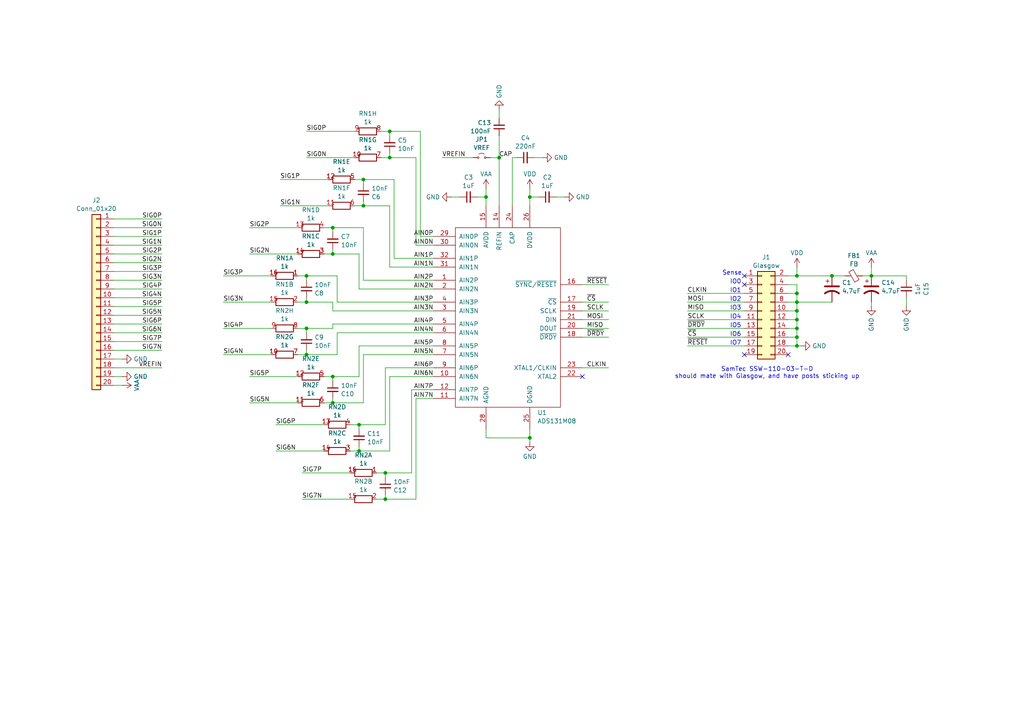
<source format=kicad_sch>
(kicad_sch
	(version 20231120)
	(generator "eeschema")
	(generator_version "8.0")
	(uuid "2788365e-935a-471c-aaba-4a57a0ad4aa0")
	(paper "A4")
	(lib_symbols
		(symbol "ADS131M08:ADS131M08"
			(pin_names
				(offset 1.016)
			)
			(exclude_from_sim no)
			(in_bom yes)
			(on_board yes)
			(property "Reference" "U"
				(at 0 -2.54 0)
				(effects
					(font
						(size 1.27 1.27)
					)
				)
			)
			(property "Value" "ADS131M08"
				(at 0 2.54 0)
				(effects
					(font
						(size 1.27 1.27)
					)
				)
			)
			(property "Footprint" "Package_QFP:LQFP-32_5x5mm_P0.5mm"
				(at 0 0 0)
				(effects
					(font
						(size 1.27 1.27)
					)
					(hide yes)
				)
			)
			(property "Datasheet" "https://www.ti.com/lit/ds/symlink/ads131m08.pdf"
				(at 0 0 0)
				(effects
					(font
						(size 1.27 1.27)
					)
					(hide yes)
				)
			)
			(property "Description" "8-Channel, Simultaneously-Sampling, 24-Bit, Delta-Sigma ADC"
				(at 0 0 0)
				(effects
					(font
						(size 1.27 1.27)
					)
					(hide yes)
				)
			)
			(property "ki_keywords" "adc"
				(at 0 0 0)
				(effects
					(font
						(size 1.27 1.27)
					)
					(hide yes)
				)
			)
			(symbol "ADS131M08_1_0"
				(rectangle
					(start -15.24 24.13)
					(end 15.24 -27.94)
					(stroke
						(width 0)
						(type solid)
					)
					(fill
						(type none)
					)
				)
			)
			(symbol "ADS131M08_1_1"
				(pin input line
					(at -21.59 8.89 0)
					(length 6.35)
					(name "AIN2P"
						(effects
							(font
								(size 1.27 1.27)
							)
						)
					)
					(number "1"
						(effects
							(font
								(size 1.27 1.27)
							)
						)
					)
				)
				(pin input line
					(at -21.59 -19.05 0)
					(length 6.35)
					(name "AIN6N"
						(effects
							(font
								(size 1.27 1.27)
							)
						)
					)
					(number "10"
						(effects
							(font
								(size 1.27 1.27)
							)
						)
					)
				)
				(pin input line
					(at -21.59 -25.4 0)
					(length 6.35)
					(name "AIN7N"
						(effects
							(font
								(size 1.27 1.27)
							)
						)
					)
					(number "11"
						(effects
							(font
								(size 1.27 1.27)
							)
						)
					)
				)
				(pin input line
					(at -21.59 -22.86 0)
					(length 6.35)
					(name "AIN7P"
						(effects
							(font
								(size 1.27 1.27)
							)
						)
					)
					(number "12"
						(effects
							(font
								(size 1.27 1.27)
							)
						)
					)
				)
				(pin power_in line
					(at -6.35 -34.29 90)
					(length 6.35) hide
					(name "AGND"
						(effects
							(font
								(size 1.27 1.27)
							)
						)
					)
					(number "13"
						(effects
							(font
								(size 1.27 1.27)
							)
						)
					)
				)
				(pin power_in line
					(at -2.54 30.48 270)
					(length 6.35)
					(name "REFIN"
						(effects
							(font
								(size 1.27 1.27)
							)
						)
					)
					(number "14"
						(effects
							(font
								(size 1.27 1.27)
							)
						)
					)
				)
				(pin power_in line
					(at -6.35 30.48 270)
					(length 6.35)
					(name "AVDD"
						(effects
							(font
								(size 1.27 1.27)
							)
						)
					)
					(number "15"
						(effects
							(font
								(size 1.27 1.27)
							)
						)
					)
				)
				(pin input line
					(at 21.59 7.62 180)
					(length 6.35)
					(name "~{SYNC}/~{RESET}"
						(effects
							(font
								(size 1.27 1.27)
							)
						)
					)
					(number "16"
						(effects
							(font
								(size 1.27 1.27)
							)
						)
					)
				)
				(pin input line
					(at 21.59 2.54 180)
					(length 6.35)
					(name "~{CS}"
						(effects
							(font
								(size 1.27 1.27)
							)
						)
					)
					(number "17"
						(effects
							(font
								(size 1.27 1.27)
							)
						)
					)
				)
				(pin output line
					(at 21.59 -7.62 180)
					(length 6.35)
					(name "~{DRDY}"
						(effects
							(font
								(size 1.27 1.27)
							)
						)
					)
					(number "18"
						(effects
							(font
								(size 1.27 1.27)
							)
						)
					)
				)
				(pin input line
					(at 21.59 0 180)
					(length 6.35)
					(name "SCLK"
						(effects
							(font
								(size 1.27 1.27)
							)
						)
					)
					(number "19"
						(effects
							(font
								(size 1.27 1.27)
							)
						)
					)
				)
				(pin input line
					(at -21.59 6.35 0)
					(length 6.35)
					(name "AIN2N"
						(effects
							(font
								(size 1.27 1.27)
							)
						)
					)
					(number "2"
						(effects
							(font
								(size 1.27 1.27)
							)
						)
					)
				)
				(pin output line
					(at 21.59 -5.08 180)
					(length 6.35)
					(name "DOUT"
						(effects
							(font
								(size 1.27 1.27)
							)
						)
					)
					(number "20"
						(effects
							(font
								(size 1.27 1.27)
							)
						)
					)
				)
				(pin input line
					(at 21.59 -2.54 180)
					(length 6.35)
					(name "DIN"
						(effects
							(font
								(size 1.27 1.27)
							)
						)
					)
					(number "21"
						(effects
							(font
								(size 1.27 1.27)
							)
						)
					)
				)
				(pin output line
					(at 21.59 -19.05 180)
					(length 6.35)
					(name "XTAL2"
						(effects
							(font
								(size 1.27 1.27)
							)
						)
					)
					(number "22"
						(effects
							(font
								(size 1.27 1.27)
							)
						)
					)
				)
				(pin input line
					(at 21.59 -16.51 180)
					(length 6.35)
					(name "XTAL1/CLKIN"
						(effects
							(font
								(size 1.27 1.27)
							)
						)
					)
					(number "23"
						(effects
							(font
								(size 1.27 1.27)
							)
						)
					)
				)
				(pin passive line
					(at 1.27 30.48 270)
					(length 6.35)
					(name "CAP"
						(effects
							(font
								(size 1.27 1.27)
							)
						)
					)
					(number "24"
						(effects
							(font
								(size 1.27 1.27)
							)
						)
					)
				)
				(pin power_in line
					(at 6.35 -34.29 90)
					(length 6.35)
					(name "DGND"
						(effects
							(font
								(size 1.27 1.27)
							)
						)
					)
					(number "25"
						(effects
							(font
								(size 1.27 1.27)
							)
						)
					)
				)
				(pin power_in line
					(at 6.35 30.48 270)
					(length 6.35)
					(name "DVDD"
						(effects
							(font
								(size 1.27 1.27)
							)
						)
					)
					(number "26"
						(effects
							(font
								(size 1.27 1.27)
							)
						)
					)
				)
				(pin no_connect line
					(at 0 -34.29 90)
					(length 6.35) hide
					(name "NC"
						(effects
							(font
								(size 1.27 1.27)
							)
						)
					)
					(number "27"
						(effects
							(font
								(size 1.27 1.27)
							)
						)
					)
				)
				(pin power_in line
					(at -6.35 -34.29 90)
					(length 6.35)
					(name "AGND"
						(effects
							(font
								(size 1.27 1.27)
							)
						)
					)
					(number "28"
						(effects
							(font
								(size 1.27 1.27)
							)
						)
					)
				)
				(pin input line
					(at -21.59 21.59 0)
					(length 6.35)
					(name "AIN0P"
						(effects
							(font
								(size 1.27 1.27)
							)
						)
					)
					(number "29"
						(effects
							(font
								(size 1.27 1.27)
							)
						)
					)
				)
				(pin input line
					(at -21.59 0 0)
					(length 6.35)
					(name "AIN3N"
						(effects
							(font
								(size 1.27 1.27)
							)
						)
					)
					(number "3"
						(effects
							(font
								(size 1.27 1.27)
							)
						)
					)
				)
				(pin input line
					(at -21.59 19.05 0)
					(length 6.35)
					(name "AIN0N"
						(effects
							(font
								(size 1.27 1.27)
							)
						)
					)
					(number "30"
						(effects
							(font
								(size 1.27 1.27)
							)
						)
					)
				)
				(pin input line
					(at -21.59 12.7 0)
					(length 6.35)
					(name "AIN1N"
						(effects
							(font
								(size 1.27 1.27)
							)
						)
					)
					(number "31"
						(effects
							(font
								(size 1.27 1.27)
							)
						)
					)
				)
				(pin input line
					(at -21.59 15.24 0)
					(length 6.35)
					(name "AIN1P"
						(effects
							(font
								(size 1.27 1.27)
							)
						)
					)
					(number "32"
						(effects
							(font
								(size 1.27 1.27)
							)
						)
					)
				)
				(pin input line
					(at -21.59 2.54 0)
					(length 6.35)
					(name "AIN3P"
						(effects
							(font
								(size 1.27 1.27)
							)
						)
					)
					(number "4"
						(effects
							(font
								(size 1.27 1.27)
							)
						)
					)
				)
				(pin input line
					(at -21.59 -3.81 0)
					(length 6.35)
					(name "AIN4P"
						(effects
							(font
								(size 1.27 1.27)
							)
						)
					)
					(number "5"
						(effects
							(font
								(size 1.27 1.27)
							)
						)
					)
				)
				(pin input line
					(at -21.59 -6.35 0)
					(length 6.35)
					(name "AIN4N"
						(effects
							(font
								(size 1.27 1.27)
							)
						)
					)
					(number "6"
						(effects
							(font
								(size 1.27 1.27)
							)
						)
					)
				)
				(pin input line
					(at -21.59 -12.7 0)
					(length 6.35)
					(name "AIN5N"
						(effects
							(font
								(size 1.27 1.27)
							)
						)
					)
					(number "7"
						(effects
							(font
								(size 1.27 1.27)
							)
						)
					)
				)
				(pin input line
					(at -21.59 -10.16 0)
					(length 6.35)
					(name "AIN5P"
						(effects
							(font
								(size 1.27 1.27)
							)
						)
					)
					(number "8"
						(effects
							(font
								(size 1.27 1.27)
							)
						)
					)
				)
				(pin input line
					(at -21.59 -16.51 0)
					(length 6.35)
					(name "AIN6P"
						(effects
							(font
								(size 1.27 1.27)
							)
						)
					)
					(number "9"
						(effects
							(font
								(size 1.27 1.27)
							)
						)
					)
				)
			)
		)
		(symbol "Connector_Generic:Conn_01x20"
			(pin_names
				(offset 1.016) hide)
			(exclude_from_sim no)
			(in_bom yes)
			(on_board yes)
			(property "Reference" "J"
				(at 0 25.4 0)
				(effects
					(font
						(size 1.27 1.27)
					)
				)
			)
			(property "Value" "Conn_01x20"
				(at 0 -27.94 0)
				(effects
					(font
						(size 1.27 1.27)
					)
				)
			)
			(property "Footprint" ""
				(at 0 0 0)
				(effects
					(font
						(size 1.27 1.27)
					)
					(hide yes)
				)
			)
			(property "Datasheet" "~"
				(at 0 0 0)
				(effects
					(font
						(size 1.27 1.27)
					)
					(hide yes)
				)
			)
			(property "Description" "Generic connector, single row, 01x20, script generated (kicad-library-utils/schlib/autogen/connector/)"
				(at 0 0 0)
				(effects
					(font
						(size 1.27 1.27)
					)
					(hide yes)
				)
			)
			(property "ki_keywords" "connector"
				(at 0 0 0)
				(effects
					(font
						(size 1.27 1.27)
					)
					(hide yes)
				)
			)
			(property "ki_fp_filters" "Connector*:*_1x??_*"
				(at 0 0 0)
				(effects
					(font
						(size 1.27 1.27)
					)
					(hide yes)
				)
			)
			(symbol "Conn_01x20_1_1"
				(rectangle
					(start -1.27 -25.273)
					(end 0 -25.527)
					(stroke
						(width 0.1524)
						(type default)
					)
					(fill
						(type none)
					)
				)
				(rectangle
					(start -1.27 -22.733)
					(end 0 -22.987)
					(stroke
						(width 0.1524)
						(type default)
					)
					(fill
						(type none)
					)
				)
				(rectangle
					(start -1.27 -20.193)
					(end 0 -20.447)
					(stroke
						(width 0.1524)
						(type default)
					)
					(fill
						(type none)
					)
				)
				(rectangle
					(start -1.27 -17.653)
					(end 0 -17.907)
					(stroke
						(width 0.1524)
						(type default)
					)
					(fill
						(type none)
					)
				)
				(rectangle
					(start -1.27 -15.113)
					(end 0 -15.367)
					(stroke
						(width 0.1524)
						(type default)
					)
					(fill
						(type none)
					)
				)
				(rectangle
					(start -1.27 -12.573)
					(end 0 -12.827)
					(stroke
						(width 0.1524)
						(type default)
					)
					(fill
						(type none)
					)
				)
				(rectangle
					(start -1.27 -10.033)
					(end 0 -10.287)
					(stroke
						(width 0.1524)
						(type default)
					)
					(fill
						(type none)
					)
				)
				(rectangle
					(start -1.27 -7.493)
					(end 0 -7.747)
					(stroke
						(width 0.1524)
						(type default)
					)
					(fill
						(type none)
					)
				)
				(rectangle
					(start -1.27 -4.953)
					(end 0 -5.207)
					(stroke
						(width 0.1524)
						(type default)
					)
					(fill
						(type none)
					)
				)
				(rectangle
					(start -1.27 -2.413)
					(end 0 -2.667)
					(stroke
						(width 0.1524)
						(type default)
					)
					(fill
						(type none)
					)
				)
				(rectangle
					(start -1.27 0.127)
					(end 0 -0.127)
					(stroke
						(width 0.1524)
						(type default)
					)
					(fill
						(type none)
					)
				)
				(rectangle
					(start -1.27 2.667)
					(end 0 2.413)
					(stroke
						(width 0.1524)
						(type default)
					)
					(fill
						(type none)
					)
				)
				(rectangle
					(start -1.27 5.207)
					(end 0 4.953)
					(stroke
						(width 0.1524)
						(type default)
					)
					(fill
						(type none)
					)
				)
				(rectangle
					(start -1.27 7.747)
					(end 0 7.493)
					(stroke
						(width 0.1524)
						(type default)
					)
					(fill
						(type none)
					)
				)
				(rectangle
					(start -1.27 10.287)
					(end 0 10.033)
					(stroke
						(width 0.1524)
						(type default)
					)
					(fill
						(type none)
					)
				)
				(rectangle
					(start -1.27 12.827)
					(end 0 12.573)
					(stroke
						(width 0.1524)
						(type default)
					)
					(fill
						(type none)
					)
				)
				(rectangle
					(start -1.27 15.367)
					(end 0 15.113)
					(stroke
						(width 0.1524)
						(type default)
					)
					(fill
						(type none)
					)
				)
				(rectangle
					(start -1.27 17.907)
					(end 0 17.653)
					(stroke
						(width 0.1524)
						(type default)
					)
					(fill
						(type none)
					)
				)
				(rectangle
					(start -1.27 20.447)
					(end 0 20.193)
					(stroke
						(width 0.1524)
						(type default)
					)
					(fill
						(type none)
					)
				)
				(rectangle
					(start -1.27 22.987)
					(end 0 22.733)
					(stroke
						(width 0.1524)
						(type default)
					)
					(fill
						(type none)
					)
				)
				(rectangle
					(start -1.27 24.13)
					(end 1.27 -26.67)
					(stroke
						(width 0.254)
						(type default)
					)
					(fill
						(type background)
					)
				)
				(pin passive line
					(at -5.08 22.86 0)
					(length 3.81)
					(name "Pin_1"
						(effects
							(font
								(size 1.27 1.27)
							)
						)
					)
					(number "1"
						(effects
							(font
								(size 1.27 1.27)
							)
						)
					)
				)
				(pin passive line
					(at -5.08 0 0)
					(length 3.81)
					(name "Pin_10"
						(effects
							(font
								(size 1.27 1.27)
							)
						)
					)
					(number "10"
						(effects
							(font
								(size 1.27 1.27)
							)
						)
					)
				)
				(pin passive line
					(at -5.08 -2.54 0)
					(length 3.81)
					(name "Pin_11"
						(effects
							(font
								(size 1.27 1.27)
							)
						)
					)
					(number "11"
						(effects
							(font
								(size 1.27 1.27)
							)
						)
					)
				)
				(pin passive line
					(at -5.08 -5.08 0)
					(length 3.81)
					(name "Pin_12"
						(effects
							(font
								(size 1.27 1.27)
							)
						)
					)
					(number "12"
						(effects
							(font
								(size 1.27 1.27)
							)
						)
					)
				)
				(pin passive line
					(at -5.08 -7.62 0)
					(length 3.81)
					(name "Pin_13"
						(effects
							(font
								(size 1.27 1.27)
							)
						)
					)
					(number "13"
						(effects
							(font
								(size 1.27 1.27)
							)
						)
					)
				)
				(pin passive line
					(at -5.08 -10.16 0)
					(length 3.81)
					(name "Pin_14"
						(effects
							(font
								(size 1.27 1.27)
							)
						)
					)
					(number "14"
						(effects
							(font
								(size 1.27 1.27)
							)
						)
					)
				)
				(pin passive line
					(at -5.08 -12.7 0)
					(length 3.81)
					(name "Pin_15"
						(effects
							(font
								(size 1.27 1.27)
							)
						)
					)
					(number "15"
						(effects
							(font
								(size 1.27 1.27)
							)
						)
					)
				)
				(pin passive line
					(at -5.08 -15.24 0)
					(length 3.81)
					(name "Pin_16"
						(effects
							(font
								(size 1.27 1.27)
							)
						)
					)
					(number "16"
						(effects
							(font
								(size 1.27 1.27)
							)
						)
					)
				)
				(pin passive line
					(at -5.08 -17.78 0)
					(length 3.81)
					(name "Pin_17"
						(effects
							(font
								(size 1.27 1.27)
							)
						)
					)
					(number "17"
						(effects
							(font
								(size 1.27 1.27)
							)
						)
					)
				)
				(pin passive line
					(at -5.08 -20.32 0)
					(length 3.81)
					(name "Pin_18"
						(effects
							(font
								(size 1.27 1.27)
							)
						)
					)
					(number "18"
						(effects
							(font
								(size 1.27 1.27)
							)
						)
					)
				)
				(pin passive line
					(at -5.08 -22.86 0)
					(length 3.81)
					(name "Pin_19"
						(effects
							(font
								(size 1.27 1.27)
							)
						)
					)
					(number "19"
						(effects
							(font
								(size 1.27 1.27)
							)
						)
					)
				)
				(pin passive line
					(at -5.08 20.32 0)
					(length 3.81)
					(name "Pin_2"
						(effects
							(font
								(size 1.27 1.27)
							)
						)
					)
					(number "2"
						(effects
							(font
								(size 1.27 1.27)
							)
						)
					)
				)
				(pin passive line
					(at -5.08 -25.4 0)
					(length 3.81)
					(name "Pin_20"
						(effects
							(font
								(size 1.27 1.27)
							)
						)
					)
					(number "20"
						(effects
							(font
								(size 1.27 1.27)
							)
						)
					)
				)
				(pin passive line
					(at -5.08 17.78 0)
					(length 3.81)
					(name "Pin_3"
						(effects
							(font
								(size 1.27 1.27)
							)
						)
					)
					(number "3"
						(effects
							(font
								(size 1.27 1.27)
							)
						)
					)
				)
				(pin passive line
					(at -5.08 15.24 0)
					(length 3.81)
					(name "Pin_4"
						(effects
							(font
								(size 1.27 1.27)
							)
						)
					)
					(number "4"
						(effects
							(font
								(size 1.27 1.27)
							)
						)
					)
				)
				(pin passive line
					(at -5.08 12.7 0)
					(length 3.81)
					(name "Pin_5"
						(effects
							(font
								(size 1.27 1.27)
							)
						)
					)
					(number "5"
						(effects
							(font
								(size 1.27 1.27)
							)
						)
					)
				)
				(pin passive line
					(at -5.08 10.16 0)
					(length 3.81)
					(name "Pin_6"
						(effects
							(font
								(size 1.27 1.27)
							)
						)
					)
					(number "6"
						(effects
							(font
								(size 1.27 1.27)
							)
						)
					)
				)
				(pin passive line
					(at -5.08 7.62 0)
					(length 3.81)
					(name "Pin_7"
						(effects
							(font
								(size 1.27 1.27)
							)
						)
					)
					(number "7"
						(effects
							(font
								(size 1.27 1.27)
							)
						)
					)
				)
				(pin passive line
					(at -5.08 5.08 0)
					(length 3.81)
					(name "Pin_8"
						(effects
							(font
								(size 1.27 1.27)
							)
						)
					)
					(number "8"
						(effects
							(font
								(size 1.27 1.27)
							)
						)
					)
				)
				(pin passive line
					(at -5.08 2.54 0)
					(length 3.81)
					(name "Pin_9"
						(effects
							(font
								(size 1.27 1.27)
							)
						)
					)
					(number "9"
						(effects
							(font
								(size 1.27 1.27)
							)
						)
					)
				)
			)
		)
		(symbol "Connector_Generic:Conn_02x10_Odd_Even"
			(pin_names
				(offset 1.016) hide)
			(exclude_from_sim no)
			(in_bom yes)
			(on_board yes)
			(property "Reference" "J"
				(at 1.27 12.7 0)
				(effects
					(font
						(size 1.27 1.27)
					)
				)
			)
			(property "Value" "Conn_02x10_Odd_Even"
				(at 1.27 -15.24 0)
				(effects
					(font
						(size 1.27 1.27)
					)
				)
			)
			(property "Footprint" ""
				(at 0 0 0)
				(effects
					(font
						(size 1.27 1.27)
					)
					(hide yes)
				)
			)
			(property "Datasheet" "~"
				(at 0 0 0)
				(effects
					(font
						(size 1.27 1.27)
					)
					(hide yes)
				)
			)
			(property "Description" "Generic connector, double row, 02x10, odd/even pin numbering scheme (row 1 odd numbers, row 2 even numbers), script generated (kicad-library-utils/schlib/autogen/connector/)"
				(at 0 0 0)
				(effects
					(font
						(size 1.27 1.27)
					)
					(hide yes)
				)
			)
			(property "ki_keywords" "connector"
				(at 0 0 0)
				(effects
					(font
						(size 1.27 1.27)
					)
					(hide yes)
				)
			)
			(property "ki_fp_filters" "Connector*:*_2x??_*"
				(at 0 0 0)
				(effects
					(font
						(size 1.27 1.27)
					)
					(hide yes)
				)
			)
			(symbol "Conn_02x10_Odd_Even_1_1"
				(rectangle
					(start -1.27 -12.573)
					(end 0 -12.827)
					(stroke
						(width 0.1524)
						(type default)
					)
					(fill
						(type none)
					)
				)
				(rectangle
					(start -1.27 -10.033)
					(end 0 -10.287)
					(stroke
						(width 0.1524)
						(type default)
					)
					(fill
						(type none)
					)
				)
				(rectangle
					(start -1.27 -7.493)
					(end 0 -7.747)
					(stroke
						(width 0.1524)
						(type default)
					)
					(fill
						(type none)
					)
				)
				(rectangle
					(start -1.27 -4.953)
					(end 0 -5.207)
					(stroke
						(width 0.1524)
						(type default)
					)
					(fill
						(type none)
					)
				)
				(rectangle
					(start -1.27 -2.413)
					(end 0 -2.667)
					(stroke
						(width 0.1524)
						(type default)
					)
					(fill
						(type none)
					)
				)
				(rectangle
					(start -1.27 0.127)
					(end 0 -0.127)
					(stroke
						(width 0.1524)
						(type default)
					)
					(fill
						(type none)
					)
				)
				(rectangle
					(start -1.27 2.667)
					(end 0 2.413)
					(stroke
						(width 0.1524)
						(type default)
					)
					(fill
						(type none)
					)
				)
				(rectangle
					(start -1.27 5.207)
					(end 0 4.953)
					(stroke
						(width 0.1524)
						(type default)
					)
					(fill
						(type none)
					)
				)
				(rectangle
					(start -1.27 7.747)
					(end 0 7.493)
					(stroke
						(width 0.1524)
						(type default)
					)
					(fill
						(type none)
					)
				)
				(rectangle
					(start -1.27 10.287)
					(end 0 10.033)
					(stroke
						(width 0.1524)
						(type default)
					)
					(fill
						(type none)
					)
				)
				(rectangle
					(start -1.27 11.43)
					(end 3.81 -13.97)
					(stroke
						(width 0.254)
						(type default)
					)
					(fill
						(type background)
					)
				)
				(rectangle
					(start 3.81 -12.573)
					(end 2.54 -12.827)
					(stroke
						(width 0.1524)
						(type default)
					)
					(fill
						(type none)
					)
				)
				(rectangle
					(start 3.81 -10.033)
					(end 2.54 -10.287)
					(stroke
						(width 0.1524)
						(type default)
					)
					(fill
						(type none)
					)
				)
				(rectangle
					(start 3.81 -7.493)
					(end 2.54 -7.747)
					(stroke
						(width 0.1524)
						(type default)
					)
					(fill
						(type none)
					)
				)
				(rectangle
					(start 3.81 -4.953)
					(end 2.54 -5.207)
					(stroke
						(width 0.1524)
						(type default)
					)
					(fill
						(type none)
					)
				)
				(rectangle
					(start 3.81 -2.413)
					(end 2.54 -2.667)
					(stroke
						(width 0.1524)
						(type default)
					)
					(fill
						(type none)
					)
				)
				(rectangle
					(start 3.81 0.127)
					(end 2.54 -0.127)
					(stroke
						(width 0.1524)
						(type default)
					)
					(fill
						(type none)
					)
				)
				(rectangle
					(start 3.81 2.667)
					(end 2.54 2.413)
					(stroke
						(width 0.1524)
						(type default)
					)
					(fill
						(type none)
					)
				)
				(rectangle
					(start 3.81 5.207)
					(end 2.54 4.953)
					(stroke
						(width 0.1524)
						(type default)
					)
					(fill
						(type none)
					)
				)
				(rectangle
					(start 3.81 7.747)
					(end 2.54 7.493)
					(stroke
						(width 0.1524)
						(type default)
					)
					(fill
						(type none)
					)
				)
				(rectangle
					(start 3.81 10.287)
					(end 2.54 10.033)
					(stroke
						(width 0.1524)
						(type default)
					)
					(fill
						(type none)
					)
				)
				(pin passive line
					(at -5.08 10.16 0)
					(length 3.81)
					(name "Pin_1"
						(effects
							(font
								(size 1.27 1.27)
							)
						)
					)
					(number "1"
						(effects
							(font
								(size 1.27 1.27)
							)
						)
					)
				)
				(pin passive line
					(at 7.62 0 180)
					(length 3.81)
					(name "Pin_10"
						(effects
							(font
								(size 1.27 1.27)
							)
						)
					)
					(number "10"
						(effects
							(font
								(size 1.27 1.27)
							)
						)
					)
				)
				(pin passive line
					(at -5.08 -2.54 0)
					(length 3.81)
					(name "Pin_11"
						(effects
							(font
								(size 1.27 1.27)
							)
						)
					)
					(number "11"
						(effects
							(font
								(size 1.27 1.27)
							)
						)
					)
				)
				(pin passive line
					(at 7.62 -2.54 180)
					(length 3.81)
					(name "Pin_12"
						(effects
							(font
								(size 1.27 1.27)
							)
						)
					)
					(number "12"
						(effects
							(font
								(size 1.27 1.27)
							)
						)
					)
				)
				(pin passive line
					(at -5.08 -5.08 0)
					(length 3.81)
					(name "Pin_13"
						(effects
							(font
								(size 1.27 1.27)
							)
						)
					)
					(number "13"
						(effects
							(font
								(size 1.27 1.27)
							)
						)
					)
				)
				(pin passive line
					(at 7.62 -5.08 180)
					(length 3.81)
					(name "Pin_14"
						(effects
							(font
								(size 1.27 1.27)
							)
						)
					)
					(number "14"
						(effects
							(font
								(size 1.27 1.27)
							)
						)
					)
				)
				(pin passive line
					(at -5.08 -7.62 0)
					(length 3.81)
					(name "Pin_15"
						(effects
							(font
								(size 1.27 1.27)
							)
						)
					)
					(number "15"
						(effects
							(font
								(size 1.27 1.27)
							)
						)
					)
				)
				(pin passive line
					(at 7.62 -7.62 180)
					(length 3.81)
					(name "Pin_16"
						(effects
							(font
								(size 1.27 1.27)
							)
						)
					)
					(number "16"
						(effects
							(font
								(size 1.27 1.27)
							)
						)
					)
				)
				(pin passive line
					(at -5.08 -10.16 0)
					(length 3.81)
					(name "Pin_17"
						(effects
							(font
								(size 1.27 1.27)
							)
						)
					)
					(number "17"
						(effects
							(font
								(size 1.27 1.27)
							)
						)
					)
				)
				(pin passive line
					(at 7.62 -10.16 180)
					(length 3.81)
					(name "Pin_18"
						(effects
							(font
								(size 1.27 1.27)
							)
						)
					)
					(number "18"
						(effects
							(font
								(size 1.27 1.27)
							)
						)
					)
				)
				(pin passive line
					(at -5.08 -12.7 0)
					(length 3.81)
					(name "Pin_19"
						(effects
							(font
								(size 1.27 1.27)
							)
						)
					)
					(number "19"
						(effects
							(font
								(size 1.27 1.27)
							)
						)
					)
				)
				(pin passive line
					(at 7.62 10.16 180)
					(length 3.81)
					(name "Pin_2"
						(effects
							(font
								(size 1.27 1.27)
							)
						)
					)
					(number "2"
						(effects
							(font
								(size 1.27 1.27)
							)
						)
					)
				)
				(pin passive line
					(at 7.62 -12.7 180)
					(length 3.81)
					(name "Pin_20"
						(effects
							(font
								(size 1.27 1.27)
							)
						)
					)
					(number "20"
						(effects
							(font
								(size 1.27 1.27)
							)
						)
					)
				)
				(pin passive line
					(at -5.08 7.62 0)
					(length 3.81)
					(name "Pin_3"
						(effects
							(font
								(size 1.27 1.27)
							)
						)
					)
					(number "3"
						(effects
							(font
								(size 1.27 1.27)
							)
						)
					)
				)
				(pin passive line
					(at 7.62 7.62 180)
					(length 3.81)
					(name "Pin_4"
						(effects
							(font
								(size 1.27 1.27)
							)
						)
					)
					(number "4"
						(effects
							(font
								(size 1.27 1.27)
							)
						)
					)
				)
				(pin passive line
					(at -5.08 5.08 0)
					(length 3.81)
					(name "Pin_5"
						(effects
							(font
								(size 1.27 1.27)
							)
						)
					)
					(number "5"
						(effects
							(font
								(size 1.27 1.27)
							)
						)
					)
				)
				(pin passive line
					(at 7.62 5.08 180)
					(length 3.81)
					(name "Pin_6"
						(effects
							(font
								(size 1.27 1.27)
							)
						)
					)
					(number "6"
						(effects
							(font
								(size 1.27 1.27)
							)
						)
					)
				)
				(pin passive line
					(at -5.08 2.54 0)
					(length 3.81)
					(name "Pin_7"
						(effects
							(font
								(size 1.27 1.27)
							)
						)
					)
					(number "7"
						(effects
							(font
								(size 1.27 1.27)
							)
						)
					)
				)
				(pin passive line
					(at 7.62 2.54 180)
					(length 3.81)
					(name "Pin_8"
						(effects
							(font
								(size 1.27 1.27)
							)
						)
					)
					(number "8"
						(effects
							(font
								(size 1.27 1.27)
							)
						)
					)
				)
				(pin passive line
					(at -5.08 0 0)
					(length 3.81)
					(name "Pin_9"
						(effects
							(font
								(size 1.27 1.27)
							)
						)
					)
					(number "9"
						(effects
							(font
								(size 1.27 1.27)
							)
						)
					)
				)
			)
		)
		(symbol "Device:C_Polarized_US"
			(pin_numbers hide)
			(pin_names
				(offset 0.254) hide)
			(exclude_from_sim no)
			(in_bom yes)
			(on_board yes)
			(property "Reference" "C"
				(at 0.635 2.54 0)
				(effects
					(font
						(size 1.27 1.27)
					)
					(justify left)
				)
			)
			(property "Value" "C_Polarized_US"
				(at 0.635 -2.54 0)
				(effects
					(font
						(size 1.27 1.27)
					)
					(justify left)
				)
			)
			(property "Footprint" ""
				(at 0 0 0)
				(effects
					(font
						(size 1.27 1.27)
					)
					(hide yes)
				)
			)
			(property "Datasheet" "~"
				(at 0 0 0)
				(effects
					(font
						(size 1.27 1.27)
					)
					(hide yes)
				)
			)
			(property "Description" "Polarized capacitor, US symbol"
				(at 0 0 0)
				(effects
					(font
						(size 1.27 1.27)
					)
					(hide yes)
				)
			)
			(property "ki_keywords" "cap capacitor"
				(at 0 0 0)
				(effects
					(font
						(size 1.27 1.27)
					)
					(hide yes)
				)
			)
			(property "ki_fp_filters" "CP_*"
				(at 0 0 0)
				(effects
					(font
						(size 1.27 1.27)
					)
					(hide yes)
				)
			)
			(symbol "C_Polarized_US_0_1"
				(polyline
					(pts
						(xy -2.032 0.762) (xy 2.032 0.762)
					)
					(stroke
						(width 0.508)
						(type default)
					)
					(fill
						(type none)
					)
				)
				(polyline
					(pts
						(xy -1.778 2.286) (xy -0.762 2.286)
					)
					(stroke
						(width 0)
						(type default)
					)
					(fill
						(type none)
					)
				)
				(polyline
					(pts
						(xy -1.27 1.778) (xy -1.27 2.794)
					)
					(stroke
						(width 0)
						(type default)
					)
					(fill
						(type none)
					)
				)
				(arc
					(start 2.032 -1.27)
					(mid 0 -0.5572)
					(end -2.032 -1.27)
					(stroke
						(width 0.508)
						(type default)
					)
					(fill
						(type none)
					)
				)
			)
			(symbol "C_Polarized_US_1_1"
				(pin passive line
					(at 0 3.81 270)
					(length 2.794)
					(name "~"
						(effects
							(font
								(size 1.27 1.27)
							)
						)
					)
					(number "1"
						(effects
							(font
								(size 1.27 1.27)
							)
						)
					)
				)
				(pin passive line
					(at 0 -3.81 90)
					(length 3.302)
					(name "~"
						(effects
							(font
								(size 1.27 1.27)
							)
						)
					)
					(number "2"
						(effects
							(font
								(size 1.27 1.27)
							)
						)
					)
				)
			)
		)
		(symbol "Device:C_Small"
			(pin_numbers hide)
			(pin_names
				(offset 0.254) hide)
			(exclude_from_sim no)
			(in_bom yes)
			(on_board yes)
			(property "Reference" "C"
				(at 0.254 1.778 0)
				(effects
					(font
						(size 1.27 1.27)
					)
					(justify left)
				)
			)
			(property "Value" "C_Small"
				(at 0.254 -2.032 0)
				(effects
					(font
						(size 1.27 1.27)
					)
					(justify left)
				)
			)
			(property "Footprint" ""
				(at 0 0 0)
				(effects
					(font
						(size 1.27 1.27)
					)
					(hide yes)
				)
			)
			(property "Datasheet" "~"
				(at 0 0 0)
				(effects
					(font
						(size 1.27 1.27)
					)
					(hide yes)
				)
			)
			(property "Description" "Unpolarized capacitor, small symbol"
				(at 0 0 0)
				(effects
					(font
						(size 1.27 1.27)
					)
					(hide yes)
				)
			)
			(property "ki_keywords" "capacitor cap"
				(at 0 0 0)
				(effects
					(font
						(size 1.27 1.27)
					)
					(hide yes)
				)
			)
			(property "ki_fp_filters" "C_*"
				(at 0 0 0)
				(effects
					(font
						(size 1.27 1.27)
					)
					(hide yes)
				)
			)
			(symbol "C_Small_0_1"
				(polyline
					(pts
						(xy -1.524 -0.508) (xy 1.524 -0.508)
					)
					(stroke
						(width 0.3302)
						(type default)
					)
					(fill
						(type none)
					)
				)
				(polyline
					(pts
						(xy -1.524 0.508) (xy 1.524 0.508)
					)
					(stroke
						(width 0.3048)
						(type default)
					)
					(fill
						(type none)
					)
				)
			)
			(symbol "C_Small_1_1"
				(pin passive line
					(at 0 2.54 270)
					(length 2.032)
					(name "~"
						(effects
							(font
								(size 1.27 1.27)
							)
						)
					)
					(number "1"
						(effects
							(font
								(size 1.27 1.27)
							)
						)
					)
				)
				(pin passive line
					(at 0 -2.54 90)
					(length 2.032)
					(name "~"
						(effects
							(font
								(size 1.27 1.27)
							)
						)
					)
					(number "2"
						(effects
							(font
								(size 1.27 1.27)
							)
						)
					)
				)
			)
		)
		(symbol "Device:FerriteBead_Small"
			(pin_numbers hide)
			(pin_names
				(offset 0)
			)
			(exclude_from_sim no)
			(in_bom yes)
			(on_board yes)
			(property "Reference" "FB"
				(at 1.905 1.27 0)
				(effects
					(font
						(size 1.27 1.27)
					)
					(justify left)
				)
			)
			(property "Value" "FerriteBead_Small"
				(at 1.905 -1.27 0)
				(effects
					(font
						(size 1.27 1.27)
					)
					(justify left)
				)
			)
			(property "Footprint" ""
				(at -1.778 0 90)
				(effects
					(font
						(size 1.27 1.27)
					)
					(hide yes)
				)
			)
			(property "Datasheet" "~"
				(at 0 0 0)
				(effects
					(font
						(size 1.27 1.27)
					)
					(hide yes)
				)
			)
			(property "Description" "Ferrite bead, small symbol"
				(at 0 0 0)
				(effects
					(font
						(size 1.27 1.27)
					)
					(hide yes)
				)
			)
			(property "ki_keywords" "L ferrite bead inductor filter"
				(at 0 0 0)
				(effects
					(font
						(size 1.27 1.27)
					)
					(hide yes)
				)
			)
			(property "ki_fp_filters" "Inductor_* L_* *Ferrite*"
				(at 0 0 0)
				(effects
					(font
						(size 1.27 1.27)
					)
					(hide yes)
				)
			)
			(symbol "FerriteBead_Small_0_1"
				(polyline
					(pts
						(xy 0 -1.27) (xy 0 -0.7874)
					)
					(stroke
						(width 0)
						(type default)
					)
					(fill
						(type none)
					)
				)
				(polyline
					(pts
						(xy 0 0.889) (xy 0 1.2954)
					)
					(stroke
						(width 0)
						(type default)
					)
					(fill
						(type none)
					)
				)
				(polyline
					(pts
						(xy -1.8288 0.2794) (xy -1.1176 1.4986) (xy 1.8288 -0.2032) (xy 1.1176 -1.4224) (xy -1.8288 0.2794)
					)
					(stroke
						(width 0)
						(type default)
					)
					(fill
						(type none)
					)
				)
			)
			(symbol "FerriteBead_Small_1_1"
				(pin passive line
					(at 0 2.54 270)
					(length 1.27)
					(name "~"
						(effects
							(font
								(size 1.27 1.27)
							)
						)
					)
					(number "1"
						(effects
							(font
								(size 1.27 1.27)
							)
						)
					)
				)
				(pin passive line
					(at 0 -2.54 90)
					(length 1.27)
					(name "~"
						(effects
							(font
								(size 1.27 1.27)
							)
						)
					)
					(number "2"
						(effects
							(font
								(size 1.27 1.27)
							)
						)
					)
				)
			)
		)
		(symbol "Device:R_Pack08_Split"
			(pin_names
				(offset 0) hide)
			(exclude_from_sim no)
			(in_bom yes)
			(on_board yes)
			(property "Reference" "RN"
				(at 2.032 0 90)
				(effects
					(font
						(size 1.27 1.27)
					)
				)
			)
			(property "Value" "R_Pack08_Split"
				(at 0 0 90)
				(effects
					(font
						(size 1.27 1.27)
					)
				)
			)
			(property "Footprint" ""
				(at -2.032 0 90)
				(effects
					(font
						(size 1.27 1.27)
					)
					(hide yes)
				)
			)
			(property "Datasheet" "~"
				(at 0 0 0)
				(effects
					(font
						(size 1.27 1.27)
					)
					(hide yes)
				)
			)
			(property "Description" "8 resistor network, parallel topology, split"
				(at 0 0 0)
				(effects
					(font
						(size 1.27 1.27)
					)
					(hide yes)
				)
			)
			(property "ki_keywords" "R network parallel topology isolated"
				(at 0 0 0)
				(effects
					(font
						(size 1.27 1.27)
					)
					(hide yes)
				)
			)
			(property "ki_fp_filters" "DIP* SOIC* R*Array*Concave* R*Array*Convex*"
				(at 0 0 0)
				(effects
					(font
						(size 1.27 1.27)
					)
					(hide yes)
				)
			)
			(symbol "R_Pack08_Split_0_1"
				(rectangle
					(start 1.016 2.54)
					(end -1.016 -2.54)
					(stroke
						(width 0.254)
						(type default)
					)
					(fill
						(type none)
					)
				)
			)
			(symbol "R_Pack08_Split_1_1"
				(pin passive line
					(at 0 -3.81 90)
					(length 1.27)
					(name "R1.1"
						(effects
							(font
								(size 1.27 1.27)
							)
						)
					)
					(number "1"
						(effects
							(font
								(size 1.27 1.27)
							)
						)
					)
				)
				(pin passive line
					(at 0 3.81 270)
					(length 1.27)
					(name "R1.2"
						(effects
							(font
								(size 1.27 1.27)
							)
						)
					)
					(number "16"
						(effects
							(font
								(size 1.27 1.27)
							)
						)
					)
				)
			)
			(symbol "R_Pack08_Split_2_1"
				(pin passive line
					(at 0 3.81 270)
					(length 1.27)
					(name "R2.2"
						(effects
							(font
								(size 1.27 1.27)
							)
						)
					)
					(number "15"
						(effects
							(font
								(size 1.27 1.27)
							)
						)
					)
				)
				(pin passive line
					(at 0 -3.81 90)
					(length 1.27)
					(name "R2.1"
						(effects
							(font
								(size 1.27 1.27)
							)
						)
					)
					(number "2"
						(effects
							(font
								(size 1.27 1.27)
							)
						)
					)
				)
			)
			(symbol "R_Pack08_Split_3_1"
				(pin passive line
					(at 0 3.81 270)
					(length 1.27)
					(name "R3.2"
						(effects
							(font
								(size 1.27 1.27)
							)
						)
					)
					(number "14"
						(effects
							(font
								(size 1.27 1.27)
							)
						)
					)
				)
				(pin passive line
					(at 0 -3.81 90)
					(length 1.27)
					(name "R3.1"
						(effects
							(font
								(size 1.27 1.27)
							)
						)
					)
					(number "3"
						(effects
							(font
								(size 1.27 1.27)
							)
						)
					)
				)
			)
			(symbol "R_Pack08_Split_4_1"
				(pin passive line
					(at 0 3.81 270)
					(length 1.27)
					(name "R4.2"
						(effects
							(font
								(size 1.27 1.27)
							)
						)
					)
					(number "13"
						(effects
							(font
								(size 1.27 1.27)
							)
						)
					)
				)
				(pin passive line
					(at 0 -3.81 90)
					(length 1.27)
					(name "R4.1"
						(effects
							(font
								(size 1.27 1.27)
							)
						)
					)
					(number "4"
						(effects
							(font
								(size 1.27 1.27)
							)
						)
					)
				)
			)
			(symbol "R_Pack08_Split_5_1"
				(pin passive line
					(at 0 3.81 270)
					(length 1.27)
					(name "R5.2"
						(effects
							(font
								(size 1.27 1.27)
							)
						)
					)
					(number "12"
						(effects
							(font
								(size 1.27 1.27)
							)
						)
					)
				)
				(pin passive line
					(at 0 -3.81 90)
					(length 1.27)
					(name "R5.1"
						(effects
							(font
								(size 1.27 1.27)
							)
						)
					)
					(number "5"
						(effects
							(font
								(size 1.27 1.27)
							)
						)
					)
				)
			)
			(symbol "R_Pack08_Split_6_1"
				(pin passive line
					(at 0 3.81 270)
					(length 1.27)
					(name "R6.2"
						(effects
							(font
								(size 1.27 1.27)
							)
						)
					)
					(number "11"
						(effects
							(font
								(size 1.27 1.27)
							)
						)
					)
				)
				(pin passive line
					(at 0 -3.81 90)
					(length 1.27)
					(name "R6.1"
						(effects
							(font
								(size 1.27 1.27)
							)
						)
					)
					(number "6"
						(effects
							(font
								(size 1.27 1.27)
							)
						)
					)
				)
			)
			(symbol "R_Pack08_Split_7_1"
				(pin passive line
					(at 0 3.81 270)
					(length 1.27)
					(name "R7.2"
						(effects
							(font
								(size 1.27 1.27)
							)
						)
					)
					(number "10"
						(effects
							(font
								(size 1.27 1.27)
							)
						)
					)
				)
				(pin passive line
					(at 0 -3.81 90)
					(length 1.27)
					(name "R7.1"
						(effects
							(font
								(size 1.27 1.27)
							)
						)
					)
					(number "7"
						(effects
							(font
								(size 1.27 1.27)
							)
						)
					)
				)
			)
			(symbol "R_Pack08_Split_8_1"
				(pin passive line
					(at 0 -3.81 90)
					(length 1.27)
					(name "R8.1"
						(effects
							(font
								(size 1.27 1.27)
							)
						)
					)
					(number "8"
						(effects
							(font
								(size 1.27 1.27)
							)
						)
					)
				)
				(pin passive line
					(at 0 3.81 270)
					(length 1.27)
					(name "R8.2"
						(effects
							(font
								(size 1.27 1.27)
							)
						)
					)
					(number "9"
						(effects
							(font
								(size 1.27 1.27)
							)
						)
					)
				)
			)
		)
		(symbol "Jumper:Jumper_2_Small_Open"
			(pin_numbers hide)
			(pin_names
				(offset 0) hide)
			(exclude_from_sim yes)
			(in_bom yes)
			(on_board yes)
			(property "Reference" "JP"
				(at 0 2.794 0)
				(effects
					(font
						(size 1.27 1.27)
					)
				)
			)
			(property "Value" "Jumper_2_Small_Open"
				(at 0 -2.286 0)
				(effects
					(font
						(size 1.27 1.27)
					)
				)
			)
			(property "Footprint" ""
				(at 0 0 0)
				(effects
					(font
						(size 1.27 1.27)
					)
					(hide yes)
				)
			)
			(property "Datasheet" "~"
				(at 0 0 0)
				(effects
					(font
						(size 1.27 1.27)
					)
					(hide yes)
				)
			)
			(property "Description" "Jumper, 2-pole, small symbol, open"
				(at 0 0 0)
				(effects
					(font
						(size 1.27 1.27)
					)
					(hide yes)
				)
			)
			(property "ki_keywords" "Jumper SPST"
				(at 0 0 0)
				(effects
					(font
						(size 1.27 1.27)
					)
					(hide yes)
				)
			)
			(property "ki_fp_filters" "Jumper* TestPoint*2Pads* TestPoint*Bridge*"
				(at 0 0 0)
				(effects
					(font
						(size 1.27 1.27)
					)
					(hide yes)
				)
			)
			(symbol "Jumper_2_Small_Open_0_0"
				(circle
					(center -1.016 0)
					(radius 0.254)
					(stroke
						(width 0)
						(type default)
					)
					(fill
						(type none)
					)
				)
				(circle
					(center 1.016 0)
					(radius 0.254)
					(stroke
						(width 0)
						(type default)
					)
					(fill
						(type none)
					)
				)
			)
			(symbol "Jumper_2_Small_Open_0_1"
				(arc
					(start 0.762 1.0196)
					(mid 0 1.2729)
					(end -0.762 1.0196)
					(stroke
						(width 0)
						(type default)
					)
					(fill
						(type none)
					)
				)
			)
			(symbol "Jumper_2_Small_Open_1_1"
				(pin passive line
					(at -2.54 0 0)
					(length 1.27)
					(name "A"
						(effects
							(font
								(size 1.27 1.27)
							)
						)
					)
					(number "1"
						(effects
							(font
								(size 1.27 1.27)
							)
						)
					)
				)
				(pin passive line
					(at 2.54 0 180)
					(length 1.27)
					(name "B"
						(effects
							(font
								(size 1.27 1.27)
							)
						)
					)
					(number "2"
						(effects
							(font
								(size 1.27 1.27)
							)
						)
					)
				)
			)
		)
		(symbol "power:GND"
			(power)
			(pin_numbers hide)
			(pin_names
				(offset 0) hide)
			(exclude_from_sim no)
			(in_bom yes)
			(on_board yes)
			(property "Reference" "#PWR"
				(at 0 -6.35 0)
				(effects
					(font
						(size 1.27 1.27)
					)
					(hide yes)
				)
			)
			(property "Value" "GND"
				(at 0 -3.81 0)
				(effects
					(font
						(size 1.27 1.27)
					)
				)
			)
			(property "Footprint" ""
				(at 0 0 0)
				(effects
					(font
						(size 1.27 1.27)
					)
					(hide yes)
				)
			)
			(property "Datasheet" ""
				(at 0 0 0)
				(effects
					(font
						(size 1.27 1.27)
					)
					(hide yes)
				)
			)
			(property "Description" "Power symbol creates a global label with name \"GND\" , ground"
				(at 0 0 0)
				(effects
					(font
						(size 1.27 1.27)
					)
					(hide yes)
				)
			)
			(property "ki_keywords" "global power"
				(at 0 0 0)
				(effects
					(font
						(size 1.27 1.27)
					)
					(hide yes)
				)
			)
			(symbol "GND_0_1"
				(polyline
					(pts
						(xy 0 0) (xy 0 -1.27) (xy 1.27 -1.27) (xy 0 -2.54) (xy -1.27 -1.27) (xy 0 -1.27)
					)
					(stroke
						(width 0)
						(type default)
					)
					(fill
						(type none)
					)
				)
			)
			(symbol "GND_1_1"
				(pin power_in line
					(at 0 0 270)
					(length 0)
					(name "~"
						(effects
							(font
								(size 1.27 1.27)
							)
						)
					)
					(number "1"
						(effects
							(font
								(size 1.27 1.27)
							)
						)
					)
				)
			)
		)
		(symbol "power:VAA"
			(power)
			(pin_numbers hide)
			(pin_names
				(offset 0) hide)
			(exclude_from_sim no)
			(in_bom yes)
			(on_board yes)
			(property "Reference" "#PWR"
				(at 0 -3.81 0)
				(effects
					(font
						(size 1.27 1.27)
					)
					(hide yes)
				)
			)
			(property "Value" "VAA"
				(at 0 3.556 0)
				(effects
					(font
						(size 1.27 1.27)
					)
				)
			)
			(property "Footprint" ""
				(at 0 0 0)
				(effects
					(font
						(size 1.27 1.27)
					)
					(hide yes)
				)
			)
			(property "Datasheet" ""
				(at 0 0 0)
				(effects
					(font
						(size 1.27 1.27)
					)
					(hide yes)
				)
			)
			(property "Description" "Power symbol creates a global label with name \"VAA\""
				(at 0 0 0)
				(effects
					(font
						(size 1.27 1.27)
					)
					(hide yes)
				)
			)
			(property "ki_keywords" "global power"
				(at 0 0 0)
				(effects
					(font
						(size 1.27 1.27)
					)
					(hide yes)
				)
			)
			(symbol "VAA_0_1"
				(polyline
					(pts
						(xy -0.762 1.27) (xy 0 2.54)
					)
					(stroke
						(width 0)
						(type default)
					)
					(fill
						(type none)
					)
				)
				(polyline
					(pts
						(xy 0 0) (xy 0 2.54)
					)
					(stroke
						(width 0)
						(type default)
					)
					(fill
						(type none)
					)
				)
				(polyline
					(pts
						(xy 0 2.54) (xy 0.762 1.27)
					)
					(stroke
						(width 0)
						(type default)
					)
					(fill
						(type none)
					)
				)
			)
			(symbol "VAA_1_1"
				(pin power_in line
					(at 0 0 90)
					(length 0)
					(name "~"
						(effects
							(font
								(size 1.27 1.27)
							)
						)
					)
					(number "1"
						(effects
							(font
								(size 1.27 1.27)
							)
						)
					)
				)
			)
		)
		(symbol "power:VDD"
			(power)
			(pin_numbers hide)
			(pin_names
				(offset 0) hide)
			(exclude_from_sim no)
			(in_bom yes)
			(on_board yes)
			(property "Reference" "#PWR"
				(at 0 -3.81 0)
				(effects
					(font
						(size 1.27 1.27)
					)
					(hide yes)
				)
			)
			(property "Value" "VDD"
				(at 0 3.556 0)
				(effects
					(font
						(size 1.27 1.27)
					)
				)
			)
			(property "Footprint" ""
				(at 0 0 0)
				(effects
					(font
						(size 1.27 1.27)
					)
					(hide yes)
				)
			)
			(property "Datasheet" ""
				(at 0 0 0)
				(effects
					(font
						(size 1.27 1.27)
					)
					(hide yes)
				)
			)
			(property "Description" "Power symbol creates a global label with name \"VDD\""
				(at 0 0 0)
				(effects
					(font
						(size 1.27 1.27)
					)
					(hide yes)
				)
			)
			(property "ki_keywords" "global power"
				(at 0 0 0)
				(effects
					(font
						(size 1.27 1.27)
					)
					(hide yes)
				)
			)
			(symbol "VDD_0_1"
				(polyline
					(pts
						(xy -0.762 1.27) (xy 0 2.54)
					)
					(stroke
						(width 0)
						(type default)
					)
					(fill
						(type none)
					)
				)
				(polyline
					(pts
						(xy 0 0) (xy 0 2.54)
					)
					(stroke
						(width 0)
						(type default)
					)
					(fill
						(type none)
					)
				)
				(polyline
					(pts
						(xy 0 2.54) (xy 0.762 1.27)
					)
					(stroke
						(width 0)
						(type default)
					)
					(fill
						(type none)
					)
				)
			)
			(symbol "VDD_1_1"
				(pin power_in line
					(at 0 0 90)
					(length 0)
					(name "~"
						(effects
							(font
								(size 1.27 1.27)
							)
						)
					)
					(number "1"
						(effects
							(font
								(size 1.27 1.27)
							)
						)
					)
				)
			)
		)
	)
	(junction
		(at 144.78 45.72)
		(diameter 0)
		(color 0 0 0 0)
		(uuid "05e10925-c814-415f-9875-8585a214a71d")
	)
	(junction
		(at 113.03 45.72)
		(diameter 0)
		(color 0 0 0 0)
		(uuid "0f88eef4-1391-4717-88eb-4ec85453f460")
	)
	(junction
		(at 153.67 127)
		(diameter 0)
		(color 0 0 0 0)
		(uuid "1da865b2-2528-479c-b25a-75b998de5e8a")
	)
	(junction
		(at 105.41 59.69)
		(diameter 0)
		(color 0 0 0 0)
		(uuid "278f8964-6394-4921-9652-3148814ebe18")
	)
	(junction
		(at 96.52 109.22)
		(diameter 0)
		(color 0 0 0 0)
		(uuid "2860e123-c129-4f7f-953b-99c248a7e5a4")
	)
	(junction
		(at 104.14 130.81)
		(diameter 0)
		(color 0 0 0 0)
		(uuid "338e1fc3-6bcb-46c6-bea4-bd94aec65621")
	)
	(junction
		(at 88.9 80.01)
		(diameter 0)
		(color 0 0 0 0)
		(uuid "3434ba2b-db42-41cc-9ff6-787be275bc68")
	)
	(junction
		(at 231.14 80.01)
		(diameter 0)
		(color 0 0 0 0)
		(uuid "3d3bd86c-e65b-4945-a4d3-7c01fcf6b673")
	)
	(junction
		(at 96.52 73.66)
		(diameter 0)
		(color 0 0 0 0)
		(uuid "44556788-786f-49f4-b3ca-8908dcbe7d27")
	)
	(junction
		(at 231.14 95.25)
		(diameter 0)
		(color 0 0 0 0)
		(uuid "4f1a0d22-cf5e-476f-8b2d-3220c866a093")
	)
	(junction
		(at 252.73 80.01)
		(diameter 0)
		(color 0 0 0 0)
		(uuid "50e0fd69-6d0d-4e92-a0d7-96648c726ced")
	)
	(junction
		(at 231.14 92.71)
		(diameter 0)
		(color 0 0 0 0)
		(uuid "52e8791b-0bea-433e-846e-b2a11ab26f59")
	)
	(junction
		(at 231.14 97.79)
		(diameter 0)
		(color 0 0 0 0)
		(uuid "57d76776-b4db-4c1a-8746-9e237ec7806b")
	)
	(junction
		(at 153.67 57.15)
		(diameter 0)
		(color 0 0 0 0)
		(uuid "5d2e18a7-67bc-44bf-874c-62c9fe56fb9e")
	)
	(junction
		(at 140.97 57.15)
		(diameter 0)
		(color 0 0 0 0)
		(uuid "68ff7b2a-da28-4936-95bf-08b1097d10f6")
	)
	(junction
		(at 104.14 123.19)
		(diameter 0)
		(color 0 0 0 0)
		(uuid "698e557b-1f00-487a-9613-56cfef3f4dc5")
	)
	(junction
		(at 231.14 85.09)
		(diameter 0)
		(color 0 0 0 0)
		(uuid "6f410d24-cbc1-482e-9721-b79b7c0515ba")
	)
	(junction
		(at 88.9 87.63)
		(diameter 0)
		(color 0 0 0 0)
		(uuid "77454c25-c8ea-49d4-a087-fbe88e979a6a")
	)
	(junction
		(at 231.14 87.63)
		(diameter 0)
		(color 0 0 0 0)
		(uuid "7dd22627-dd5e-455c-9511-0194e3573166")
	)
	(junction
		(at 231.14 90.17)
		(diameter 0)
		(color 0 0 0 0)
		(uuid "8481124a-c30e-45e3-82f2-ef03ffd34463")
	)
	(junction
		(at 88.9 102.87)
		(diameter 0)
		(color 0 0 0 0)
		(uuid "88d589b3-2fe0-44dc-b65e-10bacf67808b")
	)
	(junction
		(at 96.52 116.84)
		(diameter 0)
		(color 0 0 0 0)
		(uuid "93eb1a34-a6fe-4f78-af22-cee38833ddde")
	)
	(junction
		(at 88.9 95.25)
		(diameter 0)
		(color 0 0 0 0)
		(uuid "96ff6444-98fe-487b-aeee-23187f5a2975")
	)
	(junction
		(at 111.76 144.78)
		(diameter 0)
		(color 0 0 0 0)
		(uuid "b3498b0f-e87a-4982-97c7-72885c2cad2c")
	)
	(junction
		(at 241.3 80.01)
		(diameter 0)
		(color 0 0 0 0)
		(uuid "b86065f1-3dae-4279-a232-fccfe40f5716")
	)
	(junction
		(at 111.76 137.16)
		(diameter 0)
		(color 0 0 0 0)
		(uuid "cb230f74-ec24-4626-9c95-06816bf3d444")
	)
	(junction
		(at 96.52 66.04)
		(diameter 0)
		(color 0 0 0 0)
		(uuid "d2a09d21-094a-4c0e-a01f-160db5c69f38")
	)
	(junction
		(at 113.03 38.1)
		(diameter 0)
		(color 0 0 0 0)
		(uuid "e40c6d42-7562-482c-b6e3-5bd727ff9669")
	)
	(junction
		(at 231.14 100.33)
		(diameter 0)
		(color 0 0 0 0)
		(uuid "eb9072f8-e181-48cb-8476-1b59c89584ea")
	)
	(junction
		(at 105.41 52.07)
		(diameter 0)
		(color 0 0 0 0)
		(uuid "ffedb229-aa87-421b-a191-200f265eb0bb")
	)
	(no_connect
		(at 215.9 102.87)
		(uuid "468129aa-6514-4335-9b10-93ae91d6c0a8")
	)
	(no_connect
		(at 168.91 109.22)
		(uuid "a7f1a692-14d6-46a4-9e14-29b9411d14c2")
	)
	(no_connect
		(at 215.9 80.01)
		(uuid "e3dd666c-d5a4-4153-8a82-c530af8e5672")
	)
	(no_connect
		(at 215.9 82.55)
		(uuid "f1467044-838e-452d-b919-aed24250223e")
	)
	(no_connect
		(at 228.6 102.87)
		(uuid "fbd4f25a-b9b8-45c4-ad0a-665b0bb40ade")
	)
	(wire
		(pts
			(xy 114.3 74.93) (xy 114.3 52.07)
		)
		(stroke
			(width 0)
			(type default)
		)
		(uuid "00958950-38e9-474d-a6ee-ca4f62390052")
	)
	(wire
		(pts
			(xy 199.39 87.63) (xy 215.9 87.63)
		)
		(stroke
			(width 0)
			(type default)
		)
		(uuid "01464d6b-9ecb-4541-a39e-1c71e53fae70")
	)
	(wire
		(pts
			(xy 88.9 38.1) (xy 102.87 38.1)
		)
		(stroke
			(width 0)
			(type default)
		)
		(uuid "026a03a0-bf38-4bdb-b2e0-44a10f4f3dbb")
	)
	(wire
		(pts
			(xy 231.14 87.63) (xy 241.3 87.63)
		)
		(stroke
			(width 0)
			(type default)
		)
		(uuid "037294e5-a23f-48bb-ae71-d80744064c56")
	)
	(wire
		(pts
			(xy 111.76 144.78) (xy 111.76 143.51)
		)
		(stroke
			(width 0)
			(type default)
		)
		(uuid "05f1ca2a-8878-4ca9-ba4d-1355b9198607")
	)
	(wire
		(pts
			(xy 72.39 109.22) (xy 86.36 109.22)
		)
		(stroke
			(width 0)
			(type default)
		)
		(uuid "06ffdf4e-7575-4417-81b7-c694f5b55ee2")
	)
	(wire
		(pts
			(xy 111.76 123.19) (xy 104.14 123.19)
		)
		(stroke
			(width 0)
			(type default)
		)
		(uuid "08335965-ce91-4ea4-9071-9668f4838cd5")
	)
	(wire
		(pts
			(xy 121.92 68.58) (xy 121.92 38.1)
		)
		(stroke
			(width 0)
			(type default)
		)
		(uuid "0881b6a6-8619-4ec5-b089-3969074c0ca6")
	)
	(wire
		(pts
			(xy 88.9 102.87) (xy 88.9 101.6)
		)
		(stroke
			(width 0)
			(type default)
		)
		(uuid "088e4132-1bc2-44c3-8d1a-1858ee9f67dc")
	)
	(wire
		(pts
			(xy 262.89 86.36) (xy 262.89 88.9)
		)
		(stroke
			(width 0)
			(type default)
		)
		(uuid "0b1d888e-c5de-4bab-8734-afef049b60b7")
	)
	(wire
		(pts
			(xy 140.97 124.46) (xy 140.97 127)
		)
		(stroke
			(width 0)
			(type default)
		)
		(uuid "0d3159c2-a482-4423-a7af-77a735c76e2d")
	)
	(wire
		(pts
			(xy 93.98 109.22) (xy 96.52 109.22)
		)
		(stroke
			(width 0)
			(type default)
		)
		(uuid "0e2f8ff7-a1cb-4cae-9dc3-dcb419164836")
	)
	(wire
		(pts
			(xy 228.6 87.63) (xy 231.14 87.63)
		)
		(stroke
			(width 0)
			(type default)
		)
		(uuid "0e6d13ed-4fcf-4ffc-85a1-10aea8bbb33d")
	)
	(wire
		(pts
			(xy 228.6 92.71) (xy 231.14 92.71)
		)
		(stroke
			(width 0)
			(type default)
		)
		(uuid "0f47b42a-34ac-443e-8fac-37031b042a64")
	)
	(wire
		(pts
			(xy 46.99 91.44) (xy 33.02 91.44)
		)
		(stroke
			(width 0)
			(type default)
		)
		(uuid "11d15e9b-c520-46c5-8d05-6ba2201ea5ea")
	)
	(wire
		(pts
			(xy 125.73 96.52) (xy 97.79 96.52)
		)
		(stroke
			(width 0)
			(type default)
		)
		(uuid "126c5da7-df04-48a4-bd6c-9446780ae62b")
	)
	(wire
		(pts
			(xy 46.99 71.12) (xy 33.02 71.12)
		)
		(stroke
			(width 0)
			(type default)
		)
		(uuid "14e7763e-ee0b-401f-a8d7-82e56b2b7242")
	)
	(wire
		(pts
			(xy 168.91 106.68) (xy 176.53 106.68)
		)
		(stroke
			(width 0)
			(type default)
		)
		(uuid "158a8c5f-db2b-44d8-a75f-efab81e446b9")
	)
	(wire
		(pts
			(xy 113.03 109.22) (xy 113.03 130.81)
		)
		(stroke
			(width 0)
			(type default)
		)
		(uuid "1755b13d-3e06-42cf-b8bd-de860acf3bdd")
	)
	(wire
		(pts
			(xy 113.03 59.69) (xy 105.41 59.69)
		)
		(stroke
			(width 0)
			(type default)
		)
		(uuid "17cb1836-5090-48aa-a034-2a9f032c8bd0")
	)
	(wire
		(pts
			(xy 46.99 78.74) (xy 33.02 78.74)
		)
		(stroke
			(width 0)
			(type default)
		)
		(uuid "188a1e2c-60f7-4a30-a9a8-652c8dcda038")
	)
	(wire
		(pts
			(xy 87.63 137.16) (xy 101.6 137.16)
		)
		(stroke
			(width 0)
			(type default)
		)
		(uuid "1b65ce48-06d9-4cbb-8f63-4616049055bf")
	)
	(wire
		(pts
			(xy 96.52 116.84) (xy 96.52 115.57)
		)
		(stroke
			(width 0)
			(type default)
		)
		(uuid "1d93380c-b96f-4513-9cb4-bc4dc22889e3")
	)
	(wire
		(pts
			(xy 72.39 116.84) (xy 86.36 116.84)
		)
		(stroke
			(width 0)
			(type default)
		)
		(uuid "1da658f6-da6f-4fc3-8d30-e438c8fc3a8e")
	)
	(wire
		(pts
			(xy 109.22 144.78) (xy 111.76 144.78)
		)
		(stroke
			(width 0)
			(type default)
		)
		(uuid "22c3a48f-5a2e-42b5-9765-27bd4e3a7aa6")
	)
	(wire
		(pts
			(xy 104.14 73.66) (xy 96.52 73.66)
		)
		(stroke
			(width 0)
			(type default)
		)
		(uuid "235b841e-11ae-4403-a1a6-32adc2e83231")
	)
	(wire
		(pts
			(xy 140.97 57.15) (xy 140.97 59.69)
		)
		(stroke
			(width 0)
			(type default)
		)
		(uuid "23c27281-9ef2-42b7-81c0-93238a69136c")
	)
	(wire
		(pts
			(xy 228.6 90.17) (xy 231.14 90.17)
		)
		(stroke
			(width 0)
			(type default)
		)
		(uuid "2710f16a-083a-47c5-ac1d-e949918249a8")
	)
	(wire
		(pts
			(xy 111.76 106.68) (xy 111.76 123.19)
		)
		(stroke
			(width 0)
			(type default)
		)
		(uuid "27389e7a-9a67-4798-9a0c-8aa352f21eb4")
	)
	(wire
		(pts
			(xy 231.14 82.55) (xy 231.14 85.09)
		)
		(stroke
			(width 0)
			(type default)
		)
		(uuid "28e79e15-7705-4c3d-a4ae-4f90cdae2302")
	)
	(wire
		(pts
			(xy 262.89 80.01) (xy 262.89 81.28)
		)
		(stroke
			(width 0)
			(type default)
		)
		(uuid "29ef143b-0fa2-4e69-90de-7f949beb824b")
	)
	(wire
		(pts
			(xy 199.39 100.33) (xy 215.9 100.33)
		)
		(stroke
			(width 0)
			(type default)
		)
		(uuid "2a61d5c2-70dd-49ba-82a3-653261e36de4")
	)
	(wire
		(pts
			(xy 125.73 106.68) (xy 111.76 106.68)
		)
		(stroke
			(width 0)
			(type default)
		)
		(uuid "2be107b3-a9d4-4c7f-a9b2-4e15e71f6eaa")
	)
	(wire
		(pts
			(xy 105.41 59.69) (xy 105.41 58.42)
		)
		(stroke
			(width 0)
			(type default)
		)
		(uuid "2cdd927d-1589-4afb-aa4c-0d161bc54800")
	)
	(wire
		(pts
			(xy 46.99 81.28) (xy 33.02 81.28)
		)
		(stroke
			(width 0)
			(type default)
		)
		(uuid "2fbbe993-71a0-411c-88e0-f8ed7314962b")
	)
	(wire
		(pts
			(xy 140.97 54.61) (xy 140.97 57.15)
		)
		(stroke
			(width 0)
			(type default)
		)
		(uuid "3241b23d-7c84-42d9-bd56-02e4b072f3cf")
	)
	(wire
		(pts
			(xy 86.36 87.63) (xy 88.9 87.63)
		)
		(stroke
			(width 0)
			(type default)
		)
		(uuid "33aa9f50-0390-4c2f-ba2c-1cefa2206898")
	)
	(wire
		(pts
			(xy 102.87 59.69) (xy 105.41 59.69)
		)
		(stroke
			(width 0)
			(type default)
		)
		(uuid "3829bbe9-4409-49da-a3f8-97bdd2916639")
	)
	(wire
		(pts
			(xy 228.6 97.79) (xy 231.14 97.79)
		)
		(stroke
			(width 0)
			(type default)
		)
		(uuid "38ade08b-6d6d-4118-85d9-2e0c1b151009")
	)
	(wire
		(pts
			(xy 104.14 123.19) (xy 104.14 124.46)
		)
		(stroke
			(width 0)
			(type default)
		)
		(uuid "39a68a0f-a1e5-4911-8150-e0e5c3bd9ec2")
	)
	(wire
		(pts
			(xy 96.52 93.98) (xy 96.52 95.25)
		)
		(stroke
			(width 0)
			(type default)
		)
		(uuid "3bdced57-7daa-4316-bccf-cc10e7db27de")
	)
	(wire
		(pts
			(xy 231.14 97.79) (xy 231.14 100.33)
		)
		(stroke
			(width 0)
			(type default)
		)
		(uuid "3c05a30d-2590-48b3-941e-5878bc613f1a")
	)
	(wire
		(pts
			(xy 101.6 130.81) (xy 104.14 130.81)
		)
		(stroke
			(width 0)
			(type default)
		)
		(uuid "3e9acf31-94ba-42d9-9583-717b5bd84c60")
	)
	(wire
		(pts
			(xy 125.73 115.57) (xy 120.65 115.57)
		)
		(stroke
			(width 0)
			(type default)
		)
		(uuid "3f36d934-2484-44db-9b3b-6547e412cc60")
	)
	(wire
		(pts
			(xy 86.36 102.87) (xy 88.9 102.87)
		)
		(stroke
			(width 0)
			(type default)
		)
		(uuid "3fa71e37-f918-4991-930d-42789a826e41")
	)
	(wire
		(pts
			(xy 228.6 95.25) (xy 231.14 95.25)
		)
		(stroke
			(width 0)
			(type default)
		)
		(uuid "407423a6-3930-4603-973a-5a8be9eafd76")
	)
	(wire
		(pts
			(xy 125.73 77.47) (xy 113.03 77.47)
		)
		(stroke
			(width 0)
			(type default)
		)
		(uuid "45363049-bc4a-446d-82f9-403243b77d88")
	)
	(wire
		(pts
			(xy 231.14 80.01) (xy 231.14 77.47)
		)
		(stroke
			(width 0)
			(type default)
		)
		(uuid "4580a4c3-e326-41dd-b483-3a9b9b12e869")
	)
	(wire
		(pts
			(xy 252.73 80.01) (xy 250.19 80.01)
		)
		(stroke
			(width 0)
			(type default)
		)
		(uuid "46686a2d-6d10-4118-8122-cff0a7bc602a")
	)
	(wire
		(pts
			(xy 104.14 100.33) (xy 104.14 109.22)
		)
		(stroke
			(width 0)
			(type default)
		)
		(uuid "46b334a3-8a53-4333-bb9d-f817a8b74048")
	)
	(wire
		(pts
			(xy 113.03 45.72) (xy 113.03 44.45)
		)
		(stroke
			(width 0)
			(type default)
		)
		(uuid "4914f9f8-f298-40e2-bada-f94f4fc264e2")
	)
	(wire
		(pts
			(xy 168.91 92.71) (xy 176.53 92.71)
		)
		(stroke
			(width 0)
			(type default)
		)
		(uuid "49af57d9-4722-464e-9777-91b6e79252eb")
	)
	(wire
		(pts
			(xy 125.73 83.82) (xy 104.14 83.82)
		)
		(stroke
			(width 0)
			(type default)
		)
		(uuid "49d1e8a0-0c4f-471b-b854-fff73a366441")
	)
	(wire
		(pts
			(xy 96.52 95.25) (xy 88.9 95.25)
		)
		(stroke
			(width 0)
			(type default)
		)
		(uuid "4a167d1d-30c8-410c-8406-345bd7e447c0")
	)
	(wire
		(pts
			(xy 120.65 71.12) (xy 120.65 45.72)
		)
		(stroke
			(width 0)
			(type default)
		)
		(uuid "4b01e239-1b2b-41e0-9d22-71f0888546be")
	)
	(wire
		(pts
			(xy 252.73 80.01) (xy 262.89 80.01)
		)
		(stroke
			(width 0)
			(type default)
		)
		(uuid "4c108f3d-9a61-4ccb-9490-b31135e5576f")
	)
	(wire
		(pts
			(xy 144.78 39.37) (xy 144.78 45.72)
		)
		(stroke
			(width 0)
			(type default)
		)
		(uuid "4c96a44b-e61e-40cb-aae5-a190f8c131e1")
	)
	(wire
		(pts
			(xy 231.14 92.71) (xy 231.14 95.25)
		)
		(stroke
			(width 0)
			(type default)
		)
		(uuid "4d43e776-9833-45c6-a766-aff8f9a938a0")
	)
	(wire
		(pts
			(xy 153.67 57.15) (xy 153.67 59.69)
		)
		(stroke
			(width 0)
			(type default)
		)
		(uuid "4e5fec70-3fb8-48b0-90a9-bca2b8a49937")
	)
	(wire
		(pts
			(xy 168.91 87.63) (xy 176.53 87.63)
		)
		(stroke
			(width 0)
			(type default)
		)
		(uuid "4ef10cbf-77e3-4b0e-93bc-eb7d5b5e94bd")
	)
	(wire
		(pts
			(xy 96.52 87.63) (xy 88.9 87.63)
		)
		(stroke
			(width 0)
			(type default)
		)
		(uuid "4f74c8a8-9e71-4739-880a-58e6ded45c02")
	)
	(wire
		(pts
			(xy 46.99 86.36) (xy 33.02 86.36)
		)
		(stroke
			(width 0)
			(type default)
		)
		(uuid "4fe16add-3f0c-4a15-8e4a-c3119e8a1e3f")
	)
	(wire
		(pts
			(xy 46.99 88.9) (xy 33.02 88.9)
		)
		(stroke
			(width 0)
			(type default)
		)
		(uuid "55017dd6-bd9f-4e67-a52e-7d3dde0ae96c")
	)
	(wire
		(pts
			(xy 228.6 80.01) (xy 231.14 80.01)
		)
		(stroke
			(width 0)
			(type default)
		)
		(uuid "57047013-55ac-4459-93d2-ed7212a2d2ec")
	)
	(wire
		(pts
			(xy 125.73 90.17) (xy 96.52 90.17)
		)
		(stroke
			(width 0)
			(type default)
		)
		(uuid "57bb100b-bf43-4b20-8c8e-e910df66b9ca")
	)
	(wire
		(pts
			(xy 199.39 92.71) (xy 215.9 92.71)
		)
		(stroke
			(width 0)
			(type default)
		)
		(uuid "5a7b4f63-ae70-4607-9e41-a21427c5c7c7")
	)
	(wire
		(pts
			(xy 64.77 95.25) (xy 78.74 95.25)
		)
		(stroke
			(width 0)
			(type default)
		)
		(uuid "6086b10d-3796-4d49-9b7d-518be5679a06")
	)
	(wire
		(pts
			(xy 33.02 111.76) (xy 35.56 111.76)
		)
		(stroke
			(width 0)
			(type default)
		)
		(uuid "629d8499-7954-481e-8e5d-f77944b1207d")
	)
	(wire
		(pts
			(xy 64.77 80.01) (xy 78.74 80.01)
		)
		(stroke
			(width 0)
			(type default)
		)
		(uuid "631c1e1d-4e3f-4e81-8d1f-5d804d25054c")
	)
	(wire
		(pts
			(xy 97.79 87.63) (xy 97.79 80.01)
		)
		(stroke
			(width 0)
			(type default)
		)
		(uuid "644ea9d2-a470-44f5-89e9-de91fe703d04")
	)
	(wire
		(pts
			(xy 228.6 85.09) (xy 231.14 85.09)
		)
		(stroke
			(width 0)
			(type default)
		)
		(uuid "68a61ee7-d7b0-4300-bb4c-24099c0682e5")
	)
	(wire
		(pts
			(xy 148.59 59.69) (xy 148.59 45.72)
		)
		(stroke
			(width 0)
			(type default)
		)
		(uuid "68d4ce2d-c4d9-4e08-8518-096fa8737a00")
	)
	(wire
		(pts
			(xy 101.6 123.19) (xy 104.14 123.19)
		)
		(stroke
			(width 0)
			(type default)
		)
		(uuid "6a52de7d-c367-458a-a937-783ed654ab3e")
	)
	(wire
		(pts
			(xy 46.99 101.6) (xy 33.02 101.6)
		)
		(stroke
			(width 0)
			(type default)
		)
		(uuid "6bdffd5f-1fe3-4963-a9bb-b7329d6b93d3")
	)
	(wire
		(pts
			(xy 125.73 113.03) (xy 119.38 113.03)
		)
		(stroke
			(width 0)
			(type default)
		)
		(uuid "6eaf753b-75e8-4d86-af83-91b1e21da7a3")
	)
	(wire
		(pts
			(xy 168.91 82.55) (xy 176.53 82.55)
		)
		(stroke
			(width 0)
			(type default)
		)
		(uuid "717c7915-edb3-42c6-93f5-b7bc527ef29c")
	)
	(wire
		(pts
			(xy 120.65 115.57) (xy 120.65 144.78)
		)
		(stroke
			(width 0)
			(type default)
		)
		(uuid "720d8cb8-699d-43f3-9124-03a12b1da81a")
	)
	(wire
		(pts
			(xy 125.73 68.58) (xy 121.92 68.58)
		)
		(stroke
			(width 0)
			(type default)
		)
		(uuid "7241e7cb-d3f1-423a-b735-cf7ba33c25c2")
	)
	(wire
		(pts
			(xy 46.99 106.68) (xy 33.02 106.68)
		)
		(stroke
			(width 0)
			(type default)
		)
		(uuid "7265a9bd-c2c1-48ff-9ff0-657292c2690f")
	)
	(wire
		(pts
			(xy 231.14 95.25) (xy 231.14 97.79)
		)
		(stroke
			(width 0)
			(type default)
		)
		(uuid "72f23a46-6d96-47a1-b82c-3c39e467ae3f")
	)
	(wire
		(pts
			(xy 72.39 73.66) (xy 86.36 73.66)
		)
		(stroke
			(width 0)
			(type default)
		)
		(uuid "731a91a0-6bd0-49e2-a8d4-73331dd20054")
	)
	(wire
		(pts
			(xy 88.9 80.01) (xy 88.9 81.28)
		)
		(stroke
			(width 0)
			(type default)
		)
		(uuid "7479fa46-999b-4541-9a14-c78b84c19d63")
	)
	(wire
		(pts
			(xy 46.99 76.2) (xy 33.02 76.2)
		)
		(stroke
			(width 0)
			(type default)
		)
		(uuid "7480e20b-44cd-4fe8-9931-114c48e4b49c")
	)
	(wire
		(pts
			(xy 153.67 54.61) (xy 153.67 57.15)
		)
		(stroke
			(width 0)
			(type default)
		)
		(uuid "75486e0c-a1c5-438b-8a6e-966bc2f30227")
	)
	(wire
		(pts
			(xy 199.39 97.79) (xy 215.9 97.79)
		)
		(stroke
			(width 0)
			(type default)
		)
		(uuid "765568af-6bff-404b-a2df-08c1e748cd29")
	)
	(wire
		(pts
			(xy 231.14 100.33) (xy 232.41 100.33)
		)
		(stroke
			(width 0)
			(type default)
		)
		(uuid "78d36bf4-4d76-4618-9fa1-0f2318a1719c")
	)
	(wire
		(pts
			(xy 228.6 82.55) (xy 231.14 82.55)
		)
		(stroke
			(width 0)
			(type default)
		)
		(uuid "7a7cc3f5-ba6a-4774-8535-c852a3a3cba2")
	)
	(wire
		(pts
			(xy 168.91 97.79) (xy 176.53 97.79)
		)
		(stroke
			(width 0)
			(type default)
		)
		(uuid "7dfd8478-2e89-4164-b16b-72f160baed2d")
	)
	(wire
		(pts
			(xy 120.65 144.78) (xy 111.76 144.78)
		)
		(stroke
			(width 0)
			(type default)
		)
		(uuid "82e16dca-74b4-4c10-aa84-e2825435532c")
	)
	(wire
		(pts
			(xy 199.39 90.17) (xy 215.9 90.17)
		)
		(stroke
			(width 0)
			(type default)
		)
		(uuid "82ea6f52-3138-4200-b10f-b78aa25a1f19")
	)
	(wire
		(pts
			(xy 88.9 87.63) (xy 88.9 86.36)
		)
		(stroke
			(width 0)
			(type default)
		)
		(uuid "830bbdb0-8d71-4bed-aa33-9bf0d7c61956")
	)
	(wire
		(pts
			(xy 125.73 71.12) (xy 120.65 71.12)
		)
		(stroke
			(width 0)
			(type default)
		)
		(uuid "84781360-fe00-4160-8f70-746c34e29af5")
	)
	(wire
		(pts
			(xy 109.22 137.16) (xy 111.76 137.16)
		)
		(stroke
			(width 0)
			(type default)
		)
		(uuid "84a1c6b4-efde-4247-b46f-9f8af6a49c3d")
	)
	(wire
		(pts
			(xy 105.41 52.07) (xy 105.41 53.34)
		)
		(stroke
			(width 0)
			(type default)
		)
		(uuid "84b41b48-532e-4a6a-9ff7-c6a33db39816")
	)
	(wire
		(pts
			(xy 161.29 57.15) (xy 163.83 57.15)
		)
		(stroke
			(width 0)
			(type default)
		)
		(uuid "86add3a9-8318-436d-b632-4f005a025f03")
	)
	(wire
		(pts
			(xy 97.79 80.01) (xy 88.9 80.01)
		)
		(stroke
			(width 0)
			(type default)
		)
		(uuid "87341f9b-7911-4980-bf09-1271d569379d")
	)
	(wire
		(pts
			(xy 228.6 100.33) (xy 231.14 100.33)
		)
		(stroke
			(width 0)
			(type default)
		)
		(uuid "87d7c102-5ac9-433a-aa7a-0b4e69e690f1")
	)
	(wire
		(pts
			(xy 231.14 85.09) (xy 231.14 87.63)
		)
		(stroke
			(width 0)
			(type default)
		)
		(uuid "8991f020-eaa2-4bf8-9fd1-70d51cacd7df")
	)
	(wire
		(pts
			(xy 110.49 38.1) (xy 113.03 38.1)
		)
		(stroke
			(width 0)
			(type default)
		)
		(uuid "89dad45a-6940-4e10-83bf-9b0c6d88dbc9")
	)
	(wire
		(pts
			(xy 231.14 87.63) (xy 231.14 90.17)
		)
		(stroke
			(width 0)
			(type default)
		)
		(uuid "8a6ea986-cfd4-4bf9-9fd9-49a673b257b6")
	)
	(wire
		(pts
			(xy 88.9 95.25) (xy 88.9 96.52)
		)
		(stroke
			(width 0)
			(type default)
		)
		(uuid "8b55f92a-8d86-452c-8ff4-18f2d49aada3")
	)
	(wire
		(pts
			(xy 96.52 66.04) (xy 96.52 67.31)
		)
		(stroke
			(width 0)
			(type default)
		)
		(uuid "8c43047c-23db-40cb-ae9f-b009ecbea82e")
	)
	(wire
		(pts
			(xy 125.73 100.33) (xy 104.14 100.33)
		)
		(stroke
			(width 0)
			(type default)
		)
		(uuid "8f0014d1-c765-403a-a05c-d0e40883e85d")
	)
	(wire
		(pts
			(xy 119.38 137.16) (xy 111.76 137.16)
		)
		(stroke
			(width 0)
			(type default)
		)
		(uuid "913c0ac3-946f-4436-ae59-43331493090c")
	)
	(wire
		(pts
			(xy 153.67 124.46) (xy 153.67 127)
		)
		(stroke
			(width 0)
			(type default)
		)
		(uuid "9146cc2c-00d1-4c83-a4a7-1dadd227e5ae")
	)
	(wire
		(pts
			(xy 140.97 127) (xy 153.67 127)
		)
		(stroke
			(width 0)
			(type default)
		)
		(uuid "97c0cfcc-7ae5-40b2-94e8-0ad83b603796")
	)
	(wire
		(pts
			(xy 46.99 73.66) (xy 33.02 73.66)
		)
		(stroke
			(width 0)
			(type default)
		)
		(uuid "9822ee98-0f76-4726-a6f2-f84d3ab714fe")
	)
	(wire
		(pts
			(xy 110.49 45.72) (xy 113.03 45.72)
		)
		(stroke
			(width 0)
			(type default)
		)
		(uuid "9826efcf-a8c8-4b79-9f62-257c5318764e")
	)
	(wire
		(pts
			(xy 144.78 34.29) (xy 144.78 31.75)
		)
		(stroke
			(width 0)
			(type default)
		)
		(uuid "98694b6c-f34a-4fa8-8f55-c595c797a525")
	)
	(wire
		(pts
			(xy 105.41 102.87) (xy 105.41 116.84)
		)
		(stroke
			(width 0)
			(type default)
		)
		(uuid "991b1ffb-2a15-426c-9eb0-0b142bf7974e")
	)
	(wire
		(pts
			(xy 199.39 85.09) (xy 215.9 85.09)
		)
		(stroke
			(width 0)
			(type default)
		)
		(uuid "9b7937cb-243c-4d81-9a90-5edabd737bff")
	)
	(wire
		(pts
			(xy 125.73 74.93) (xy 114.3 74.93)
		)
		(stroke
			(width 0)
			(type default)
		)
		(uuid "a02a9b33-304f-4b36-8779-3a015ece560d")
	)
	(wire
		(pts
			(xy 64.77 87.63) (xy 78.74 87.63)
		)
		(stroke
			(width 0)
			(type default)
		)
		(uuid "a09468b9-2c2e-4a45-abec-d1f456da4505")
	)
	(wire
		(pts
			(xy 64.77 102.87) (xy 78.74 102.87)
		)
		(stroke
			(width 0)
			(type default)
		)
		(uuid "a0a6cfeb-7458-4b4c-8b3d-870a2793ea4c")
	)
	(wire
		(pts
			(xy 46.99 63.5) (xy 33.02 63.5)
		)
		(stroke
			(width 0)
			(type default)
		)
		(uuid "a334b00b-3914-47f8-9130-5f00fff13746")
	)
	(wire
		(pts
			(xy 168.91 95.25) (xy 176.53 95.25)
		)
		(stroke
			(width 0)
			(type default)
		)
		(uuid "a3631065-0d6b-4627-bba0-4d9e8082fdd9")
	)
	(wire
		(pts
			(xy 113.03 130.81) (xy 104.14 130.81)
		)
		(stroke
			(width 0)
			(type default)
		)
		(uuid "a52c71a5-0825-4e69-8f76-27b34f8f4779")
	)
	(wire
		(pts
			(xy 144.78 45.72) (xy 144.78 59.69)
		)
		(stroke
			(width 0)
			(type default)
		)
		(uuid "a5b99b56-8d43-48de-a196-d8d3c4a2c202")
	)
	(wire
		(pts
			(xy 154.94 45.72) (xy 157.48 45.72)
		)
		(stroke
			(width 0)
			(type default)
		)
		(uuid "a65d7e7a-5a6e-488c-a6a9-c15d9506e7fa")
	)
	(wire
		(pts
			(xy 96.52 109.22) (xy 96.52 110.49)
		)
		(stroke
			(width 0)
			(type default)
		)
		(uuid "a6e44e42-2f56-4947-81a0-54971de7175d")
	)
	(wire
		(pts
			(xy 72.39 66.04) (xy 86.36 66.04)
		)
		(stroke
			(width 0)
			(type default)
		)
		(uuid "abeaeeb8-0aef-45f8-85e2-b96b6248a3b7")
	)
	(wire
		(pts
			(xy 86.36 80.01) (xy 88.9 80.01)
		)
		(stroke
			(width 0)
			(type default)
		)
		(uuid "ad12431b-e9eb-4389-90ea-1cd99bd258b5")
	)
	(wire
		(pts
			(xy 252.73 77.47) (xy 252.73 80.01)
		)
		(stroke
			(width 0)
			(type default)
		)
		(uuid "ae1f5da7-f44f-4f51-b0d6-6ada743753c6")
	)
	(wire
		(pts
			(xy 130.81 57.15) (xy 133.35 57.15)
		)
		(stroke
			(width 0)
			(type default)
		)
		(uuid "b00dfc40-5c20-42ea-9306-1fda30f7b2f8")
	)
	(wire
		(pts
			(xy 33.02 109.22) (xy 35.56 109.22)
		)
		(stroke
			(width 0)
			(type default)
		)
		(uuid "b0cf6299-58a7-44f8-bf42-a6ad5a42a9fc")
	)
	(wire
		(pts
			(xy 46.99 93.98) (xy 33.02 93.98)
		)
		(stroke
			(width 0)
			(type default)
		)
		(uuid "b3801bc2-4a3c-41b0-86d3-672aedf09392")
	)
	(wire
		(pts
			(xy 80.01 123.19) (xy 93.98 123.19)
		)
		(stroke
			(width 0)
			(type default)
		)
		(uuid "b808df9a-32f2-4a49-9c31-88ae2ed2b22f")
	)
	(wire
		(pts
			(xy 114.3 52.07) (xy 105.41 52.07)
		)
		(stroke
			(width 0)
			(type default)
		)
		(uuid "b9a53633-f47b-4cc4-8fb7-99dde516381b")
	)
	(wire
		(pts
			(xy 105.41 66.04) (xy 96.52 66.04)
		)
		(stroke
			(width 0)
			(type default)
		)
		(uuid "b9e10e63-4b15-448c-892c-d1086f46f57d")
	)
	(wire
		(pts
			(xy 252.73 87.63) (xy 252.73 88.9)
		)
		(stroke
			(width 0)
			(type default)
		)
		(uuid "be4a3f4f-84eb-433b-9187-98f664063005")
	)
	(wire
		(pts
			(xy 80.01 130.81) (xy 93.98 130.81)
		)
		(stroke
			(width 0)
			(type default)
		)
		(uuid "c1ee4e74-c50a-4901-9064-3164791b7eb6")
	)
	(wire
		(pts
			(xy 46.99 66.04) (xy 33.02 66.04)
		)
		(stroke
			(width 0)
			(type default)
		)
		(uuid "c249f5b0-4706-4bc7-8e5f-0a3ac4932347")
	)
	(wire
		(pts
			(xy 105.41 81.28) (xy 105.41 66.04)
		)
		(stroke
			(width 0)
			(type default)
		)
		(uuid "c2d44afd-4593-4838-8584-baa37bb64988")
	)
	(wire
		(pts
			(xy 125.73 109.22) (xy 113.03 109.22)
		)
		(stroke
			(width 0)
			(type default)
		)
		(uuid "c3f7d5fe-8555-43a7-b7b5-22af3958fcbe")
	)
	(wire
		(pts
			(xy 148.59 45.72) (xy 149.86 45.72)
		)
		(stroke
			(width 0)
			(type default)
		)
		(uuid "c655cbad-36f2-4c18-8cbd-e9c338278cc7")
	)
	(wire
		(pts
			(xy 121.92 38.1) (xy 113.03 38.1)
		)
		(stroke
			(width 0)
			(type default)
		)
		(uuid "cb3e4131-7075-485b-b099-c34b4113a8ad")
	)
	(wire
		(pts
			(xy 153.67 57.15) (xy 156.21 57.15)
		)
		(stroke
			(width 0)
			(type default)
		)
		(uuid "ce0afba3-0a79-498e-8011-9fbec6e62f5a")
	)
	(wire
		(pts
			(xy 93.98 73.66) (xy 96.52 73.66)
		)
		(stroke
			(width 0)
			(type default)
		)
		(uuid "ce25e690-e6d2-442b-a4fd-f47c972f7f9a")
	)
	(wire
		(pts
			(xy 128.27 45.72) (xy 137.16 45.72)
		)
		(stroke
			(width 0)
			(type default)
		)
		(uuid "d048230d-177c-43d0-97d3-70ba81359fc3")
	)
	(wire
		(pts
			(xy 168.91 90.17) (xy 176.53 90.17)
		)
		(stroke
			(width 0)
			(type default)
		)
		(uuid "d0f00582-c5c6-40f1-a351-60006b309b6f")
	)
	(wire
		(pts
			(xy 96.52 90.17) (xy 96.52 87.63)
		)
		(stroke
			(width 0)
			(type default)
		)
		(uuid "d114444d-6985-452e-adff-6cdc84a84b39")
	)
	(wire
		(pts
			(xy 97.79 102.87) (xy 88.9 102.87)
		)
		(stroke
			(width 0)
			(type default)
		)
		(uuid "d171b119-1fa9-42cd-9225-5825b1462cf5")
	)
	(wire
		(pts
			(xy 96.52 73.66) (xy 96.52 72.39)
		)
		(stroke
			(width 0)
			(type default)
		)
		(uuid "d440596c-f8f0-4fc1-91d1-9b2ae241eea3")
	)
	(wire
		(pts
			(xy 81.28 59.69) (xy 95.25 59.69)
		)
		(stroke
			(width 0)
			(type default)
		)
		(uuid "d53a6cdd-c2aa-4c58-b903-34ad37dca366")
	)
	(wire
		(pts
			(xy 46.99 99.06) (xy 33.02 99.06)
		)
		(stroke
			(width 0)
			(type default)
		)
		(uuid "d58cc09f-0c1b-4cdf-9bbe-4e7017e52c16")
	)
	(wire
		(pts
			(xy 88.9 45.72) (xy 102.87 45.72)
		)
		(stroke
			(width 0)
			(type default)
		)
		(uuid "d88f8f2a-c42e-4574-a7d9-7cafe2ea944a")
	)
	(wire
		(pts
			(xy 241.3 80.01) (xy 245.11 80.01)
		)
		(stroke
			(width 0)
			(type default)
		)
		(uuid "da9510a4-9d90-4fa1-b922-dc65d6217647")
	)
	(wire
		(pts
			(xy 231.14 80.01) (xy 241.3 80.01)
		)
		(stroke
			(width 0)
			(type default)
		)
		(uuid "dc4c1637-f718-4cf2-8655-f67a09965fa6")
	)
	(wire
		(pts
			(xy 125.73 93.98) (xy 96.52 93.98)
		)
		(stroke
			(width 0)
			(type default)
		)
		(uuid "ddb873ad-145b-41c7-8a00-20f2b416f6a4")
	)
	(wire
		(pts
			(xy 104.14 109.22) (xy 96.52 109.22)
		)
		(stroke
			(width 0)
			(type default)
		)
		(uuid "df27ef6a-0e8a-4240-bacf-07c97ef1ff08")
	)
	(wire
		(pts
			(xy 231.14 90.17) (xy 231.14 92.71)
		)
		(stroke
			(width 0)
			(type default)
		)
		(uuid "df94f096-9f3f-4d0d-8d7b-0cc6f9ad5fbd")
	)
	(wire
		(pts
			(xy 46.99 68.58) (xy 33.02 68.58)
		)
		(stroke
			(width 0)
			(type default)
		)
		(uuid "e044fa8d-7331-4378-a259-3830f0fc1586")
	)
	(wire
		(pts
			(xy 113.03 38.1) (xy 113.03 39.37)
		)
		(stroke
			(width 0)
			(type default)
		)
		(uuid "e1032c85-12ed-48e6-8a52-a01f3ce4c294")
	)
	(wire
		(pts
			(xy 46.99 83.82) (xy 33.02 83.82)
		)
		(stroke
			(width 0)
			(type default)
		)
		(uuid "e10dbda1-b53c-4665-a482-c231951003aa")
	)
	(wire
		(pts
			(xy 86.36 95.25) (xy 88.9 95.25)
		)
		(stroke
			(width 0)
			(type default)
		)
		(uuid "e1406b57-ae97-48c1-8977-cc2f7717169b")
	)
	(wire
		(pts
			(xy 125.73 81.28) (xy 105.41 81.28)
		)
		(stroke
			(width 0)
			(type default)
		)
		(uuid "e18eb02f-f015-4c46-a2be-51ecb51d97ff")
	)
	(wire
		(pts
			(xy 105.41 116.84) (xy 96.52 116.84)
		)
		(stroke
			(width 0)
			(type default)
		)
		(uuid "e47f8266-05a6-4e47-beb1-d1d33c5f4fed")
	)
	(wire
		(pts
			(xy 125.73 87.63) (xy 97.79 87.63)
		)
		(stroke
			(width 0)
			(type default)
		)
		(uuid "e58dec64-b88f-4828-8c1b-9b2b99aaf70b")
	)
	(wire
		(pts
			(xy 93.98 66.04) (xy 96.52 66.04)
		)
		(stroke
			(width 0)
			(type default)
		)
		(uuid "e5fc52b9-7846-404b-b230-d69f51358b9f")
	)
	(wire
		(pts
			(xy 33.02 104.14) (xy 35.56 104.14)
		)
		(stroke
			(width 0)
			(type default)
		)
		(uuid "e6cf8d28-b357-4c03-bbb1-c86b6d50eb26")
	)
	(wire
		(pts
			(xy 93.98 116.84) (xy 96.52 116.84)
		)
		(stroke
			(width 0)
			(type default)
		)
		(uuid "e8160a17-8688-4cce-b26c-d1271bd13c5d")
	)
	(wire
		(pts
			(xy 46.99 96.52) (xy 33.02 96.52)
		)
		(stroke
			(width 0)
			(type default)
		)
		(uuid "e86e1431-7dd0-470c-93de-88ee4856ccbe")
	)
	(wire
		(pts
			(xy 104.14 130.81) (xy 104.14 129.54)
		)
		(stroke
			(width 0)
			(type default)
		)
		(uuid "e94f978d-7ba8-4f04-8b36-3795581ef0f7")
	)
	(wire
		(pts
			(xy 119.38 113.03) (xy 119.38 137.16)
		)
		(stroke
			(width 0)
			(type default)
		)
		(uuid "ea589db4-7be9-4263-8630-4b7005e589f8")
	)
	(wire
		(pts
			(xy 104.14 83.82) (xy 104.14 73.66)
		)
		(stroke
			(width 0)
			(type default)
		)
		(uuid "ed6c0e6e-5852-43bf-839d-b43b44498e67")
	)
	(wire
		(pts
			(xy 81.28 52.07) (xy 95.25 52.07)
		)
		(stroke
			(width 0)
			(type default)
		)
		(uuid "ee1462e4-4f3a-42b4-a360-7dc5cacd2c5a")
	)
	(wire
		(pts
			(xy 97.79 96.52) (xy 97.79 102.87)
		)
		(stroke
			(width 0)
			(type default)
		)
		(uuid "f24f4ff8-2f27-4381-bc8c-1aed32872304")
	)
	(wire
		(pts
			(xy 153.67 127) (xy 153.67 128.27)
		)
		(stroke
			(width 0)
			(type default)
		)
		(uuid "f2c0d059-ad24-4760-a642-7ae73391e4a9")
	)
	(wire
		(pts
			(xy 120.65 45.72) (xy 113.03 45.72)
		)
		(stroke
			(width 0)
			(type default)
		)
		(uuid "f3f4ae3c-0e50-4ca2-ae53-cee76864c792")
	)
	(wire
		(pts
			(xy 199.39 95.25) (xy 215.9 95.25)
		)
		(stroke
			(width 0)
			(type default)
		)
		(uuid "f46620e0-8049-45cb-808e-89d43237a8e1")
	)
	(wire
		(pts
			(xy 138.43 57.15) (xy 140.97 57.15)
		)
		(stroke
			(width 0)
			(type default)
		)
		(uuid "f71b2406-9d03-4620-b870-9a5391e388c6")
	)
	(wire
		(pts
			(xy 87.63 144.78) (xy 101.6 144.78)
		)
		(stroke
			(width 0)
			(type default)
		)
		(uuid "f755c97f-7b4d-4864-bd82-aa951d7b7fa8")
	)
	(wire
		(pts
			(xy 125.73 102.87) (xy 105.41 102.87)
		)
		(stroke
			(width 0)
			(type default)
		)
		(uuid "fa88cd6b-48ff-48cc-a694-e96dc4c38355")
	)
	(wire
		(pts
			(xy 111.76 137.16) (xy 111.76 138.43)
		)
		(stroke
			(width 0)
			(type default)
		)
		(uuid "fcb55514-84dc-4b61-85e4-7637154a5ffc")
	)
	(wire
		(pts
			(xy 142.24 45.72) (xy 144.78 45.72)
		)
		(stroke
			(width 0)
			(type default)
		)
		(uuid "fcda3f20-efdc-4bfc-bdc3-bcd088a6d2a5")
	)
	(wire
		(pts
			(xy 113.03 77.47) (xy 113.03 59.69)
		)
		(stroke
			(width 0)
			(type default)
		)
		(uuid "fef1e2b4-a4e9-41dd-ad6c-571217d68355")
	)
	(wire
		(pts
			(xy 102.87 52.07) (xy 105.41 52.07)
		)
		(stroke
			(width 0)
			(type default)
		)
		(uuid "ffe27a0b-3bbf-4362-9e4b-98598d781e97")
	)
	(text "IO3"
		(exclude_from_sim no)
		(at 213.36 89.408 0)
		(effects
			(font
				(size 1.27 1.27)
			)
		)
		(uuid "09110bd2-8720-49e2-a11c-e1a1e46a0c26")
	)
	(text "IO6"
		(exclude_from_sim no)
		(at 213.36 97.028 0)
		(effects
			(font
				(size 1.27 1.27)
			)
		)
		(uuid "1e8bc6b3-5c5a-406a-aad4-4ea5cb3d60bc")
	)
	(text "IO5"
		(exclude_from_sim no)
		(at 213.36 94.488 0)
		(effects
			(font
				(size 1.27 1.27)
			)
		)
		(uuid "26986e25-fc49-45b2-8213-cd40a3dfd5f9")
	)
	(text "Sense\n"
		(exclude_from_sim no)
		(at 212.344 79.248 0)
		(effects
			(font
				(size 1.27 1.27)
			)
		)
		(uuid "6317c750-ffa3-43f8-93fb-9e367b55b37c")
	)
	(text "IO7\n"
		(exclude_from_sim no)
		(at 213.36 99.568 0)
		(effects
			(font
				(size 1.27 1.27)
			)
		)
		(uuid "7ea21ca0-fff1-40b7-b7d4-0327e54de936")
	)
	(text "SamTec SSW-110-03-T-D\nshould mate with Glasgow, and have posts sticking up"
		(exclude_from_sim no)
		(at 222.504 108.204 0)
		(effects
			(font
				(size 1.27 1.27)
			)
		)
		(uuid "a40bb525-5509-4d0b-bc51-787fe26467af")
	)
	(text "IO2"
		(exclude_from_sim no)
		(at 213.36 86.868 0)
		(effects
			(font
				(size 1.27 1.27)
			)
		)
		(uuid "beed7083-ee27-41ca-b3b9-5c787df4d202")
	)
	(text "IO4"
		(exclude_from_sim no)
		(at 213.36 91.948 0)
		(effects
			(font
				(size 1.27 1.27)
			)
		)
		(uuid "d2eb3c67-4990-4888-ab97-32918a794885")
	)
	(text "IO1"
		(exclude_from_sim no)
		(at 213.36 84.328 0)
		(effects
			(font
				(size 1.27 1.27)
			)
		)
		(uuid "d9e3298d-1312-4999-87e9-a98a336f8728")
	)
	(text "IO0"
		(exclude_from_sim no)
		(at 213.36 81.788 0)
		(effects
			(font
				(size 1.27 1.27)
			)
		)
		(uuid "f09ebd81-d3a5-49c7-874d-4152f2f03b98")
	)
	(label "~{DRDY}"
		(at 170.18 97.79 0)
		(fields_autoplaced yes)
		(effects
			(font
				(size 1.27 1.27)
			)
			(justify left bottom)
		)
		(uuid "0ac67c2c-a089-41f4-9486-abf56afe0636")
	)
	(label "SIG1P"
		(at 81.28 52.07 0)
		(fields_autoplaced yes)
		(effects
			(font
				(size 1.27 1.27)
			)
			(justify left bottom)
		)
		(uuid "0b9b8e35-fba6-4e81-af09-90a554775625")
	)
	(label "SIG7N"
		(at 46.99 101.6 180)
		(fields_autoplaced yes)
		(effects
			(font
				(size 1.27 1.27)
			)
			(justify right bottom)
		)
		(uuid "111d160c-3dde-4dd7-8086-56abdfc0e4c8")
	)
	(label "~{DRDY}"
		(at 199.39 95.25 0)
		(fields_autoplaced yes)
		(effects
			(font
				(size 1.27 1.27)
			)
			(justify left bottom)
		)
		(uuid "1ab4d032-30b6-4bac-bbd1-82fe180c252c")
	)
	(label "~{CS}"
		(at 199.39 97.79 0)
		(fields_autoplaced yes)
		(effects
			(font
				(size 1.27 1.27)
			)
			(justify left bottom)
		)
		(uuid "1e45485c-7ac2-424e-a1e6-a1c35c1ad965")
	)
	(label "SIG3N"
		(at 64.77 87.63 0)
		(fields_autoplaced yes)
		(effects
			(font
				(size 1.27 1.27)
			)
			(justify left bottom)
		)
		(uuid "20964e28-fbf5-4e68-b31b-32efb704177b")
	)
	(label "SIG0N"
		(at 88.9 45.72 0)
		(fields_autoplaced yes)
		(effects
			(font
				(size 1.27 1.27)
			)
			(justify left bottom)
		)
		(uuid "25a1fc60-8f4f-4917-8c44-52c0179eaad3")
	)
	(label "SIG5N"
		(at 46.99 91.44 180)
		(fields_autoplaced yes)
		(effects
			(font
				(size 1.27 1.27)
			)
			(justify right bottom)
		)
		(uuid "266c26de-4b9f-43f1-98b5-70270bbec97b")
	)
	(label "SIG0N"
		(at 46.99 66.04 180)
		(fields_autoplaced yes)
		(effects
			(font
				(size 1.27 1.27)
			)
			(justify right bottom)
		)
		(uuid "2fedfb0a-ee7d-4db0-8e80-9c98c837c7ba")
	)
	(label "AIN0P"
		(at 125.73 68.58 180)
		(fields_autoplaced yes)
		(effects
			(font
				(size 1.27 1.27)
			)
			(justify right bottom)
		)
		(uuid "32c4d1dd-d19f-41f8-8440-653cd7f933d6")
	)
	(label "AIN7N"
		(at 125.73 115.57 180)
		(fields_autoplaced yes)
		(effects
			(font
				(size 1.27 1.27)
			)
			(justify right bottom)
		)
		(uuid "38f4c178-3e38-432b-9c73-2a994489e5c7")
	)
	(label "AIN2P"
		(at 125.73 81.28 180)
		(fields_autoplaced yes)
		(effects
			(font
				(size 1.27 1.27)
			)
			(justify right bottom)
		)
		(uuid "3b2384a9-3aed-40cc-8377-b84e205f8333")
	)
	(label "SIG7P"
		(at 46.99 99.06 180)
		(fields_autoplaced yes)
		(effects
			(font
				(size 1.27 1.27)
			)
			(justify right bottom)
		)
		(uuid "3efcad8e-f5a4-438a-a3d1-110fa4c62080")
	)
	(label "SIG5P"
		(at 72.39 109.22 0)
		(fields_autoplaced yes)
		(effects
			(font
				(size 1.27 1.27)
			)
			(justify left bottom)
		)
		(uuid "43e1878e-320f-4912-84a1-280ecb44740a")
	)
	(label "SIG6N"
		(at 46.99 96.52 180)
		(fields_autoplaced yes)
		(effects
			(font
				(size 1.27 1.27)
			)
			(justify right bottom)
		)
		(uuid "45d84ae4-b011-4213-83f0-31f3ae061718")
	)
	(label "VREFIN"
		(at 128.27 45.72 0)
		(fields_autoplaced yes)
		(effects
			(font
				(size 1.27 1.27)
			)
			(justify left bottom)
		)
		(uuid "46cb4815-eb55-4a06-8ac3-4939ae4ee76f")
	)
	(label "AIN6P"
		(at 125.73 106.68 180)
		(fields_autoplaced yes)
		(effects
			(font
				(size 1.27 1.27)
			)
			(justify right bottom)
		)
		(uuid "4a3fd90a-775f-498d-aee7-e02c0fd25c83")
	)
	(label "AIN1P"
		(at 125.73 74.93 180)
		(fields_autoplaced yes)
		(effects
			(font
				(size 1.27 1.27)
			)
			(justify right bottom)
		)
		(uuid "56889dd7-c871-4d03-a230-27b72c87760e")
	)
	(label "SIG2N"
		(at 72.39 73.66 0)
		(fields_autoplaced yes)
		(effects
			(font
				(size 1.27 1.27)
			)
			(justify left bottom)
		)
		(uuid "57b2e3e9-a41e-48f0-beb8-3c08bf20e177")
	)
	(label "SIG0P"
		(at 46.99 63.5 180)
		(fields_autoplaced yes)
		(effects
			(font
				(size 1.27 1.27)
			)
			(justify right bottom)
		)
		(uuid "5c1c3716-39f0-47ec-80a4-95f28454f979")
	)
	(label "SIG2P"
		(at 46.99 73.66 180)
		(fields_autoplaced yes)
		(effects
			(font
				(size 1.27 1.27)
			)
			(justify right bottom)
		)
		(uuid "5e5ca7d4-22ac-400b-a647-e000749d7ea5")
	)
	(label "SIG4N"
		(at 64.77 102.87 0)
		(fields_autoplaced yes)
		(effects
			(font
				(size 1.27 1.27)
			)
			(justify left bottom)
		)
		(uuid "5f32ed62-f30c-4066-8dc5-377bc15fb699")
	)
	(label "AIN2N"
		(at 125.73 83.82 180)
		(fields_autoplaced yes)
		(effects
			(font
				(size 1.27 1.27)
			)
			(justify right bottom)
		)
		(uuid "5fb7ec0d-509a-48c3-a871-9b01f92f0a7e")
	)
	(label "SIG4P"
		(at 64.77 95.25 0)
		(fields_autoplaced yes)
		(effects
			(font
				(size 1.27 1.27)
			)
			(justify left bottom)
		)
		(uuid "61414397-25e5-48b2-a627-8d41e3f3a97d")
	)
	(label "AIN5N"
		(at 125.73 102.87 180)
		(fields_autoplaced yes)
		(effects
			(font
				(size 1.27 1.27)
			)
			(justify right bottom)
		)
		(uuid "64f74de1-262b-4b90-acea-c12e91456835")
	)
	(label "SIG4N"
		(at 46.99 86.36 180)
		(fields_autoplaced yes)
		(effects
			(font
				(size 1.27 1.27)
			)
			(justify right bottom)
		)
		(uuid "6ac32b06-295c-4135-b897-db6c7d8db988")
	)
	(label "MISO"
		(at 199.39 90.17 0)
		(fields_autoplaced yes)
		(effects
			(font
				(size 1.27 1.27)
			)
			(justify left bottom)
		)
		(uuid "78f4714b-c659-4c04-98eb-5054613b3477")
	)
	(label "SIG6N"
		(at 80.01 130.81 0)
		(fields_autoplaced yes)
		(effects
			(font
				(size 1.27 1.27)
			)
			(justify left bottom)
		)
		(uuid "795a296b-1f8c-481a-8727-4ae537a4b22c")
	)
	(label "AIN0N"
		(at 125.73 71.12 180)
		(fields_autoplaced yes)
		(effects
			(font
				(size 1.27 1.27)
			)
			(justify right bottom)
		)
		(uuid "7c08ba7d-fb7f-4f82-a2c1-261ea7515e19")
	)
	(label "~{CS}"
		(at 170.18 87.63 0)
		(fields_autoplaced yes)
		(effects
			(font
				(size 1.27 1.27)
			)
			(justify left bottom)
		)
		(uuid "7cbdfccd-e159-4bf3-b8ac-5412d63596da")
	)
	(label "AIN4N"
		(at 125.73 96.52 180)
		(fields_autoplaced yes)
		(effects
			(font
				(size 1.27 1.27)
			)
			(justify right bottom)
		)
		(uuid "8b2c59cf-9f9a-46a2-9e5b-2c9a2d1a154c")
	)
	(label "SIG2N"
		(at 46.99 76.2 180)
		(fields_autoplaced yes)
		(effects
			(font
				(size 1.27 1.27)
			)
			(justify right bottom)
		)
		(uuid "8b8adc7c-ef72-473a-9d9d-245895d18be6")
	)
	(label "SIG4P"
		(at 46.99 83.82 180)
		(fields_autoplaced yes)
		(effects
			(font
				(size 1.27 1.27)
			)
			(justify right bottom)
		)
		(uuid "8e5caa0b-66ea-4804-92e6-3e111e184383")
	)
	(label "CLKIN"
		(at 170.18 106.68 0)
		(fields_autoplaced yes)
		(effects
			(font
				(size 1.27 1.27)
			)
			(justify left bottom)
		)
		(uuid "90db4bc0-2dd6-47dd-9bce-9db12c96076c")
	)
	(label "SCLK"
		(at 199.39 92.71 0)
		(fields_autoplaced yes)
		(effects
			(font
				(size 1.27 1.27)
			)
			(justify left bottom)
		)
		(uuid "91aa8f8e-d625-49e3-8188-1a5912b33cf3")
	)
	(label "AIN3N"
		(at 125.73 90.17 180)
		(fields_autoplaced yes)
		(effects
			(font
				(size 1.27 1.27)
			)
			(justify right bottom)
		)
		(uuid "954f5d3f-3b2a-4609-bc02-c23de47c63e6")
	)
	(label "SIG1N"
		(at 46.99 71.12 180)
		(fields_autoplaced yes)
		(effects
			(font
				(size 1.27 1.27)
			)
			(justify right bottom)
		)
		(uuid "979e5c93-d551-4e7d-9ece-dad78340f01f")
	)
	(label "SIG5N"
		(at 72.39 116.84 0)
		(fields_autoplaced yes)
		(effects
			(font
				(size 1.27 1.27)
			)
			(justify left bottom)
		)
		(uuid "98fab0c0-66f8-45b5-80f1-5cb494fd39bd")
	)
	(label "AIN7P"
		(at 125.73 113.03 180)
		(fields_autoplaced yes)
		(effects
			(font
				(size 1.27 1.27)
			)
			(justify right bottom)
		)
		(uuid "9eab5892-5d8f-4708-a64b-16949d0f1f2c")
	)
	(label "MOSI"
		(at 199.39 87.63 0)
		(fields_autoplaced yes)
		(effects
			(font
				(size 1.27 1.27)
			)
			(justify left bottom)
		)
		(uuid "a3d75ea8-1495-4195-a7e8-b41f5916ad47")
	)
	(label "SCLK"
		(at 170.18 90.17 0)
		(fields_autoplaced yes)
		(effects
			(font
				(size 1.27 1.27)
			)
			(justify left bottom)
		)
		(uuid "a69f70be-9537-4c67-87ad-82899eca23a0")
	)
	(label "AIN3P"
		(at 125.73 87.63 180)
		(fields_autoplaced yes)
		(effects
			(font
				(size 1.27 1.27)
			)
			(justify right bottom)
		)
		(uuid "a87d2216-7ae7-43b5-870c-3cf40a699633")
	)
	(label "AIN5P"
		(at 125.73 100.33 180)
		(fields_autoplaced yes)
		(effects
			(font
				(size 1.27 1.27)
			)
			(justify right bottom)
		)
		(uuid "ae8f31a7-7cb3-4a70-80af-cb84ab2e2a10")
	)
	(label "SIG7N"
		(at 87.63 144.78 0)
		(fields_autoplaced yes)
		(effects
			(font
				(size 1.27 1.27)
			)
			(justify left bottom)
		)
		(uuid "af1b7a4d-4aa0-4f1b-8818-232c368d3a7c")
	)
	(label "MOSI"
		(at 170.18 92.71 0)
		(fields_autoplaced yes)
		(effects
			(font
				(size 1.27 1.27)
			)
			(justify left bottom)
		)
		(uuid "b4a3fb1d-cea2-4518-aa31-d57c9ab54f9f")
	)
	(label "AIN4P"
		(at 125.73 93.98 180)
		(fields_autoplaced yes)
		(effects
			(font
				(size 1.27 1.27)
			)
			(justify right bottom)
		)
		(uuid "b5f6b445-ab17-4a7f-8dfc-151554e2dc60")
	)
	(label "SIG3P"
		(at 46.99 78.74 180)
		(fields_autoplaced yes)
		(effects
			(font
				(size 1.27 1.27)
			)
			(justify right bottom)
		)
		(uuid "c244b7c9-723e-4b37-8fc0-079d8bf753d5")
	)
	(label "SIG2P"
		(at 72.39 66.04 0)
		(fields_autoplaced yes)
		(effects
			(font
				(size 1.27 1.27)
			)
			(justify left bottom)
		)
		(uuid "d0ed1361-5af5-4d3d-86fb-433901ab134e")
	)
	(label "AIN6N"
		(at 125.73 109.22 180)
		(fields_autoplaced yes)
		(effects
			(font
				(size 1.27 1.27)
			)
			(justify right bottom)
		)
		(uuid "d1c1e931-62b5-409b-b875-069e0297f603")
	)
	(label "SIG3P"
		(at 64.77 80.01 0)
		(fields_autoplaced yes)
		(effects
			(font
				(size 1.27 1.27)
			)
			(justify left bottom)
		)
		(uuid "d42faa1a-610d-4622-8a46-2f817bb4f0cd")
	)
	(label "SIG5P"
		(at 46.99 88.9 180)
		(fields_autoplaced yes)
		(effects
			(font
				(size 1.27 1.27)
			)
			(justify right bottom)
		)
		(uuid "d6576043-8733-41d2-8456-ddf7788722f4")
	)
	(label "SIG6P"
		(at 46.99 93.98 180)
		(fields_autoplaced yes)
		(effects
			(font
				(size 1.27 1.27)
			)
			(justify right bottom)
		)
		(uuid "dde89988-1fbd-47cb-bdd0-10bf478f5b2b")
	)
	(label "AIN1N"
		(at 125.73 77.47 180)
		(fields_autoplaced yes)
		(effects
			(font
				(size 1.27 1.27)
			)
			(justify right bottom)
		)
		(uuid "de5c5dd7-e27e-4a04-b8c1-26b383d2bb9b")
	)
	(label "~{RESET}"
		(at 170.18 82.55 0)
		(fields_autoplaced yes)
		(effects
			(font
				(size 1.27 1.27)
			)
			(justify left bottom)
		)
		(uuid "e4fa2b76-7789-4124-a8e9-080d0f9a7bf6")
	)
	(label "SIG6P"
		(at 80.01 123.19 0)
		(fields_autoplaced yes)
		(effects
			(font
				(size 1.27 1.27)
			)
			(justify left bottom)
		)
		(uuid "e6851e19-6b1c-4ab4-8725-b18c281691f6")
	)
	(label "CLKIN"
		(at 199.39 85.09 0)
		(fields_autoplaced yes)
		(effects
			(font
				(size 1.27 1.27)
			)
			(justify left bottom)
		)
		(uuid "e6f33b9a-5b71-4051-b9a1-9d992c352c0b")
	)
	(label "SIG7P"
		(at 87.63 137.16 0)
		(fields_autoplaced yes)
		(effects
			(font
				(size 1.27 1.27)
			)
			(justify left bottom)
		)
		(uuid "eba230db-8ae7-4168-9d99-4a3e3b8f9032")
	)
	(label "SIG0P"
		(at 88.9 38.1 0)
		(fields_autoplaced yes)
		(effects
			(font
				(size 1.27 1.27)
			)
			(justify left bottom)
		)
		(uuid "f28b5b49-2d2d-447b-9c7d-5204799bd353")
	)
	(label "VREFIN"
		(at 46.99 106.68 180)
		(fields_autoplaced yes)
		(effects
			(font
				(size 1.27 1.27)
			)
			(justify right bottom)
		)
		(uuid "f37b1219-42f8-4c29-98da-29f8865b65ac")
	)
	(label "SIG1N"
		(at 81.28 59.69 0)
		(fields_autoplaced yes)
		(effects
			(font
				(size 1.27 1.27)
			)
			(justify left bottom)
		)
		(uuid "f5c1fe7e-a2ac-49ae-8a39-6f5853dcc23c")
	)
	(label "SIG3N"
		(at 46.99 81.28 180)
		(fields_autoplaced yes)
		(effects
			(font
				(size 1.27 1.27)
			)
			(justify right bottom)
		)
		(uuid "f66426d6-6765-4c80-bdfe-c2d37d352ef6")
	)
	(label "CAP"
		(at 148.59 45.72 180)
		(fields_autoplaced yes)
		(effects
			(font
				(size 1.27 1.27)
			)
			(justify right bottom)
		)
		(uuid "f95b5dea-2207-49ef-83fe-b29558dc5463")
	)
	(label "~{RESET}"
		(at 199.39 100.33 0)
		(fields_autoplaced yes)
		(effects
			(font
				(size 1.27 1.27)
			)
			(justify left bottom)
		)
		(uuid "fc069c26-4eea-48c8-98be-212c13e2bee4")
	)
	(label "MISO"
		(at 170.18 95.25 0)
		(fields_autoplaced yes)
		(effects
			(font
				(size 1.27 1.27)
			)
			(justify left bottom)
		)
		(uuid "fd48225b-ffbf-4ddf-83f7-3faa8674a27d")
	)
	(label "SIG1P"
		(at 46.99 68.58 180)
		(fields_autoplaced yes)
		(effects
			(font
				(size 1.27 1.27)
			)
			(justify right bottom)
		)
		(uuid "ffa1b72e-ca5a-4a77-bcf1-3e3c994a9ec3")
	)
	(symbol
		(lib_id "Device:R_Pack08_Split")
		(at 105.41 144.78 90)
		(unit 2)
		(exclude_from_sim no)
		(in_bom yes)
		(on_board yes)
		(dnp no)
		(fields_autoplaced yes)
		(uuid "05a178c1-3419-43f4-b247-bef0c165090e")
		(property "Reference" "RN2"
			(at 105.41 139.6195 90)
			(effects
				(font
					(size 1.27 1.27)
				)
			)
		)
		(property "Value" "1k"
			(at 105.41 142.0438 90)
			(effects
				(font
					(size 1.27 1.27)
				)
			)
		)
		(property "Footprint" "Package_SO:SOIC-16_4.55x10.3mm_P1.27mm"
			(at 105.41 146.812 90)
			(effects
				(font
					(size 1.27 1.27)
				)
				(hide yes)
			)
		)
		(property "Datasheet" "~"
			(at 105.41 144.78 0)
			(effects
				(font
					(size 1.27 1.27)
				)
				(hide yes)
			)
		)
		(property "Description" "8 resistor network, parallel topology, split"
			(at 105.41 144.78 0)
			(effects
				(font
					(size 1.27 1.27)
				)
				(hide yes)
			)
		)
		(pin "7"
			(uuid "a80a1329-9254-48ea-b442-64e711da3c2d")
		)
		(pin "8"
			(uuid "b18f700f-d298-4c74-9d65-88bad171d4b8")
		)
		(pin "11"
			(uuid "40bab8d0-dad2-4ae7-a109-c9d8c50099f1")
		)
		(pin "14"
			(uuid "752d220e-8a71-497e-b626-0d2604c1d0a2")
		)
		(pin "12"
			(uuid "df9374d7-dce0-4d3c-bc98-ca1432de46fd")
		)
		(pin "10"
			(uuid "683a7ca7-9c84-4d65-95db-b739b30b9594")
		)
		(pin "5"
			(uuid "e7b3ada8-d1a7-4023-8a2b-22baffb75206")
		)
		(pin "3"
			(uuid "4e42bd30-748b-4fae-b3a2-8f880a391d54")
		)
		(pin "1"
			(uuid "b3a01a0c-060c-4cc4-a0a9-da3c2f33ac89")
		)
		(pin "6"
			(uuid "af104be5-f26d-4772-a080-becad88168b7")
		)
		(pin "15"
			(uuid "da6379a5-bbf8-4faa-a60e-3ee0c27664d1")
		)
		(pin "4"
			(uuid "dcc74c58-ab2a-4085-9dd0-bd1350f96d21")
		)
		(pin "16"
			(uuid "1c79ba25-2f25-438d-8bdf-7eccbabea4ef")
		)
		(pin "2"
			(uuid "e24ee205-31cb-4bc2-b33a-5aacacd53e47")
		)
		(pin "13"
			(uuid "205c0a5d-5e66-49bd-8590-44160fcff552")
		)
		(pin "9"
			(uuid "505ecf41-511c-4e1e-8b50-70ce421cc1ad")
		)
		(instances
			(project "ads131m08"
				(path "/2788365e-935a-471c-aaba-4a57a0ad4aa0"
					(reference "RN2")
					(unit 2)
				)
			)
		)
	)
	(symbol
		(lib_id "Device:R_Pack08_Split")
		(at 106.68 45.72 90)
		(unit 7)
		(exclude_from_sim no)
		(in_bom yes)
		(on_board yes)
		(dnp no)
		(fields_autoplaced yes)
		(uuid "0b823c82-446f-4b55-a405-06c7d066e3a8")
		(property "Reference" "RN1"
			(at 106.68 40.5595 90)
			(effects
				(font
					(size 1.27 1.27)
				)
			)
		)
		(property "Value" "1k"
			(at 106.68 42.9838 90)
			(effects
				(font
					(size 1.27 1.27)
				)
			)
		)
		(property "Footprint" "Package_SO:SOIC-16_4.55x10.3mm_P1.27mm"
			(at 106.68 47.752 90)
			(effects
				(font
					(size 1.27 1.27)
				)
				(hide yes)
			)
		)
		(property "Datasheet" "~"
			(at 106.68 45.72 0)
			(effects
				(font
					(size 1.27 1.27)
				)
				(hide yes)
			)
		)
		(property "Description" "8 resistor network, parallel topology, split"
			(at 106.68 45.72 0)
			(effects
				(font
					(size 1.27 1.27)
				)
				(hide yes)
			)
		)
		(pin "1"
			(uuid "766215e3-0840-4482-a169-f0a9c8af83ee")
		)
		(pin "3"
			(uuid "b50a720c-9f7f-46fb-bd36-7fd04542b385")
		)
		(pin "13"
			(uuid "b2685734-7835-4f57-b76e-93e7cb27d4bd")
		)
		(pin "11"
			(uuid "4e1cb7dc-f96d-4300-8f78-7224ef3f9b66")
		)
		(pin "15"
			(uuid "d912b634-0584-4bad-a990-5ed6d815c866")
		)
		(pin "9"
			(uuid "c64c8122-34e2-4e7d-a1d9-97c9a3a2784f")
		)
		(pin "16"
			(uuid "f2dc85cb-c715-402f-90e6-63e393f071cb")
		)
		(pin "4"
			(uuid "dad4a8f0-efe9-4ce9-b582-c8c6ea2e8c86")
		)
		(pin "6"
			(uuid "8a053180-bf3f-47f4-9083-32c750a1ec63")
		)
		(pin "10"
			(uuid "b84c5394-1ad3-4d49-bddf-ef6f1dcf682a")
		)
		(pin "14"
			(uuid "c1dc7c73-2055-4c5b-850f-e32cb6c26216")
		)
		(pin "5"
			(uuid "00681a15-3ff2-43bd-8b35-6d16d6af65ea")
		)
		(pin "7"
			(uuid "1fb0334a-7ca4-47a0-a123-99486570805b")
		)
		(pin "8"
			(uuid "1f261f60-020f-4a01-9460-ae746ae945d2")
		)
		(pin "2"
			(uuid "86934a08-7d92-4a5e-8685-eac3baa7ae3d")
		)
		(pin "12"
			(uuid "afcc5b47-f7fc-4fea-b4ec-eba0849a5c93")
		)
		(instances
			(project "ads131m08"
				(path "/2788365e-935a-471c-aaba-4a57a0ad4aa0"
					(reference "RN1")
					(unit 7)
				)
			)
		)
	)
	(symbol
		(lib_id "Device:R_Pack08_Split")
		(at 82.55 80.01 90)
		(unit 1)
		(exclude_from_sim no)
		(in_bom yes)
		(on_board yes)
		(dnp no)
		(fields_autoplaced yes)
		(uuid "13808f3c-52e2-432d-8449-926cdf0b41fb")
		(property "Reference" "RN1"
			(at 82.55 74.8495 90)
			(effects
				(font
					(size 1.27 1.27)
				)
			)
		)
		(property "Value" "1k"
			(at 82.55 77.2738 90)
			(effects
				(font
					(size 1.27 1.27)
				)
			)
		)
		(property "Footprint" "Package_SO:SOIC-16_4.55x10.3mm_P1.27mm"
			(at 82.55 82.042 90)
			(effects
				(font
					(size 1.27 1.27)
				)
				(hide yes)
			)
		)
		(property "Datasheet" "~"
			(at 82.55 80.01 0)
			(effects
				(font
					(size 1.27 1.27)
				)
				(hide yes)
			)
		)
		(property "Description" "8 resistor network, parallel topology, split"
			(at 82.55 80.01 0)
			(effects
				(font
					(size 1.27 1.27)
				)
				(hide yes)
			)
		)
		(pin "1"
			(uuid "766215e3-0840-4482-a169-f0a9c8af83ef")
		)
		(pin "3"
			(uuid "b50a720c-9f7f-46fb-bd36-7fd04542b386")
		)
		(pin "13"
			(uuid "b2685734-7835-4f57-b76e-93e7cb27d4be")
		)
		(pin "11"
			(uuid "4e1cb7dc-f96d-4300-8f78-7224ef3f9b67")
		)
		(pin "15"
			(uuid "d912b634-0584-4bad-a990-5ed6d815c867")
		)
		(pin "9"
			(uuid "c64c8122-34e2-4e7d-a1d9-97c9a3a27850")
		)
		(pin "16"
			(uuid "f2dc85cb-c715-402f-90e6-63e393f071cc")
		)
		(pin "4"
			(uuid "dad4a8f0-efe9-4ce9-b582-c8c6ea2e8c87")
		)
		(pin "6"
			(uuid "8a053180-bf3f-47f4-9083-32c750a1ec64")
		)
		(pin "10"
			(uuid "b84c5394-1ad3-4d49-bddf-ef6f1dcf682b")
		)
		(pin "14"
			(uuid "c1dc7c73-2055-4c5b-850f-e32cb6c26217")
		)
		(pin "5"
			(uuid "00681a15-3ff2-43bd-8b35-6d16d6af65eb")
		)
		(pin "7"
			(uuid "1fb0334a-7ca4-47a0-a123-99486570805c")
		)
		(pin "8"
			(uuid "1f261f60-020f-4a01-9460-ae746ae945d3")
		)
		(pin "2"
			(uuid "86934a08-7d92-4a5e-8685-eac3baa7ae3e")
		)
		(pin "12"
			(uuid "afcc5b47-f7fc-4fea-b4ec-eba0849a5c94")
		)
		(instances
			(project "ads131m08"
				(path "/2788365e-935a-471c-aaba-4a57a0ad4aa0"
					(reference "RN1")
					(unit 1)
				)
			)
		)
	)
	(symbol
		(lib_id "power:VDD")
		(at 231.14 77.47 0)
		(unit 1)
		(exclude_from_sim no)
		(in_bom yes)
		(on_board yes)
		(dnp no)
		(fields_autoplaced yes)
		(uuid "1bb98384-f20a-452a-8e11-5868487838dc")
		(property "Reference" "#PWR02"
			(at 231.14 81.28 0)
			(effects
				(font
					(size 1.27 1.27)
				)
				(hide yes)
			)
		)
		(property "Value" "VDD"
			(at 231.14 73.3369 0)
			(effects
				(font
					(size 1.27 1.27)
				)
			)
		)
		(property "Footprint" ""
			(at 231.14 77.47 0)
			(effects
				(font
					(size 1.27 1.27)
				)
				(hide yes)
			)
		)
		(property "Datasheet" ""
			(at 231.14 77.47 0)
			(effects
				(font
					(size 1.27 1.27)
				)
				(hide yes)
			)
		)
		(property "Description" "Power symbol creates a global label with name \"VDD\""
			(at 231.14 77.47 0)
			(effects
				(font
					(size 1.27 1.27)
				)
				(hide yes)
			)
		)
		(pin "1"
			(uuid "16738fa3-eb0b-4d3e-b686-be2d48317760")
		)
		(instances
			(project "ads131m08"
				(path "/2788365e-935a-471c-aaba-4a57a0ad4aa0"
					(reference "#PWR02")
					(unit 1)
				)
			)
		)
	)
	(symbol
		(lib_id "power:VAA")
		(at 252.73 77.47 0)
		(mirror y)
		(unit 1)
		(exclude_from_sim no)
		(in_bom yes)
		(on_board yes)
		(dnp no)
		(fields_autoplaced yes)
		(uuid "21de5777-df38-4163-90fa-36ec5cb89de7")
		(property "Reference" "#PWR010"
			(at 252.73 81.28 0)
			(effects
				(font
					(size 1.27 1.27)
				)
				(hide yes)
			)
		)
		(property "Value" "VAA"
			(at 252.73 73.3369 0)
			(effects
				(font
					(size 1.27 1.27)
				)
			)
		)
		(property "Footprint" ""
			(at 252.73 77.47 0)
			(effects
				(font
					(size 1.27 1.27)
				)
				(hide yes)
			)
		)
		(property "Datasheet" ""
			(at 252.73 77.47 0)
			(effects
				(font
					(size 1.27 1.27)
				)
				(hide yes)
			)
		)
		(property "Description" "Power symbol creates a global label with name \"VAA\""
			(at 252.73 77.47 0)
			(effects
				(font
					(size 1.27 1.27)
				)
				(hide yes)
			)
		)
		(pin "1"
			(uuid "0a6db7be-75de-49ce-90d4-5f80e67f1aa1")
		)
		(instances
			(project "ads131m08"
				(path "/2788365e-935a-471c-aaba-4a57a0ad4aa0"
					(reference "#PWR010")
					(unit 1)
				)
			)
		)
	)
	(symbol
		(lib_id "Device:C_Small")
		(at 111.76 140.97 0)
		(mirror y)
		(unit 1)
		(exclude_from_sim no)
		(in_bom yes)
		(on_board yes)
		(dnp no)
		(uuid "248fcbf0-5f4b-49e3-b3b4-ce306bf7a8b4")
		(property "Reference" "C12"
			(at 114.0841 142.1886 0)
			(effects
				(font
					(size 1.27 1.27)
				)
				(justify right)
			)
		)
		(property "Value" "10nF"
			(at 114.0841 139.7643 0)
			(effects
				(font
					(size 1.27 1.27)
				)
				(justify right)
			)
		)
		(property "Footprint" "Capacitor_SMD:C_0805_2012Metric"
			(at 111.76 140.97 0)
			(effects
				(font
					(size 1.27 1.27)
				)
				(hide yes)
			)
		)
		(property "Datasheet" "~"
			(at 111.76 140.97 0)
			(effects
				(font
					(size 1.27 1.27)
				)
				(hide yes)
			)
		)
		(property "Description" "Unpolarized capacitor, small symbol"
			(at 111.76 140.97 0)
			(effects
				(font
					(size 1.27 1.27)
				)
				(hide yes)
			)
		)
		(pin "2"
			(uuid "56f73bb7-0b86-4d07-b28b-b09038cc8015")
		)
		(pin "1"
			(uuid "2a516eac-b60a-42bc-a58f-2a15cb6b053f")
		)
		(instances
			(project "ads131m08"
				(path "/2788365e-935a-471c-aaba-4a57a0ad4aa0"
					(reference "C12")
					(unit 1)
				)
			)
		)
	)
	(symbol
		(lib_id "Device:R_Pack08_Split")
		(at 97.79 123.19 90)
		(unit 4)
		(exclude_from_sim no)
		(in_bom yes)
		(on_board yes)
		(dnp no)
		(fields_autoplaced yes)
		(uuid "28485789-dcdf-459e-8574-1fd5d827c3be")
		(property "Reference" "RN2"
			(at 97.79 118.0295 90)
			(effects
				(font
					(size 1.27 1.27)
				)
			)
		)
		(property "Value" "1k"
			(at 97.79 120.4538 90)
			(effects
				(font
					(size 1.27 1.27)
				)
			)
		)
		(property "Footprint" "Package_SO:SOIC-16_4.55x10.3mm_P1.27mm"
			(at 97.79 125.222 90)
			(effects
				(font
					(size 1.27 1.27)
				)
				(hide yes)
			)
		)
		(property "Datasheet" "~"
			(at 97.79 123.19 0)
			(effects
				(font
					(size 1.27 1.27)
				)
				(hide yes)
			)
		)
		(property "Description" "8 resistor network, parallel topology, split"
			(at 97.79 123.19 0)
			(effects
				(font
					(size 1.27 1.27)
				)
				(hide yes)
			)
		)
		(pin "7"
			(uuid "a80a1329-9254-48ea-b442-64e711da3c2e")
		)
		(pin "8"
			(uuid "b18f700f-d298-4c74-9d65-88bad171d4b9")
		)
		(pin "11"
			(uuid "40bab8d0-dad2-4ae7-a109-c9d8c50099f2")
		)
		(pin "14"
			(uuid "752d220e-8a71-497e-b626-0d2604c1d0a3")
		)
		(pin "12"
			(uuid "df9374d7-dce0-4d3c-bc98-ca1432de46fe")
		)
		(pin "10"
			(uuid "683a7ca7-9c84-4d65-95db-b739b30b9595")
		)
		(pin "5"
			(uuid "e7b3ada8-d1a7-4023-8a2b-22baffb75207")
		)
		(pin "3"
			(uuid "4e42bd30-748b-4fae-b3a2-8f880a391d55")
		)
		(pin "1"
			(uuid "b3a01a0c-060c-4cc4-a0a9-da3c2f33ac8a")
		)
		(pin "6"
			(uuid "af104be5-f26d-4772-a080-becad88168b8")
		)
		(pin "15"
			(uuid "da6379a5-bbf8-4faa-a60e-3ee0c27664d2")
		)
		(pin "4"
			(uuid "dcc74c58-ab2a-4085-9dd0-bd1350f96d22")
		)
		(pin "16"
			(uuid "1c79ba25-2f25-438d-8bdf-7eccbabea4f0")
		)
		(pin "2"
			(uuid "e24ee205-31cb-4bc2-b33a-5aacacd53e48")
		)
		(pin "13"
			(uuid "205c0a5d-5e66-49bd-8590-44160fcff553")
		)
		(pin "9"
			(uuid "505ecf41-511c-4e1e-8b50-70ce421cc1ae")
		)
		(instances
			(project "ads131m08"
				(path "/2788365e-935a-471c-aaba-4a57a0ad4aa0"
					(reference "RN2")
					(unit 4)
				)
			)
		)
	)
	(symbol
		(lib_id "power:VAA")
		(at 35.56 111.76 270)
		(unit 1)
		(exclude_from_sim no)
		(in_bom yes)
		(on_board yes)
		(dnp no)
		(uuid "30587e5a-51f4-4a23-8a2a-5654416a367f")
		(property "Reference" "#PWR012"
			(at 31.75 111.76 0)
			(effects
				(font
					(size 1.27 1.27)
				)
				(hide yes)
			)
		)
		(property "Value" "VAA"
			(at 39.6931 111.76 0)
			(effects
				(font
					(size 1.27 1.27)
				)
			)
		)
		(property "Footprint" ""
			(at 35.56 111.76 0)
			(effects
				(font
					(size 1.27 1.27)
				)
				(hide yes)
			)
		)
		(property "Datasheet" ""
			(at 35.56 111.76 0)
			(effects
				(font
					(size 1.27 1.27)
				)
				(hide yes)
			)
		)
		(property "Description" "Power symbol creates a global label with name \"VAA\""
			(at 35.56 111.76 0)
			(effects
				(font
					(size 1.27 1.27)
				)
				(hide yes)
			)
		)
		(pin "1"
			(uuid "740cbbbd-2131-46f3-99f6-b34d0ae06e9a")
		)
		(instances
			(project "ads131m08"
				(path "/2788365e-935a-471c-aaba-4a57a0ad4aa0"
					(reference "#PWR012")
					(unit 1)
				)
			)
		)
	)
	(symbol
		(lib_id "Device:R_Pack08_Split")
		(at 97.79 130.81 90)
		(unit 3)
		(exclude_from_sim no)
		(in_bom yes)
		(on_board yes)
		(dnp no)
		(fields_autoplaced yes)
		(uuid "4d6764d8-07c1-476b-be8a-caf05d1f3df9")
		(property "Reference" "RN2"
			(at 97.79 125.6495 90)
			(effects
				(font
					(size 1.27 1.27)
				)
			)
		)
		(property "Value" "1k"
			(at 97.79 128.0738 90)
			(effects
				(font
					(size 1.27 1.27)
				)
			)
		)
		(property "Footprint" "Package_SO:SOIC-16_4.55x10.3mm_P1.27mm"
			(at 97.79 132.842 90)
			(effects
				(font
					(size 1.27 1.27)
				)
				(hide yes)
			)
		)
		(property "Datasheet" "~"
			(at 97.79 130.81 0)
			(effects
				(font
					(size 1.27 1.27)
				)
				(hide yes)
			)
		)
		(property "Description" "8 resistor network, parallel topology, split"
			(at 97.79 130.81 0)
			(effects
				(font
					(size 1.27 1.27)
				)
				(hide yes)
			)
		)
		(pin "7"
			(uuid "a80a1329-9254-48ea-b442-64e711da3c2f")
		)
		(pin "8"
			(uuid "b18f700f-d298-4c74-9d65-88bad171d4ba")
		)
		(pin "11"
			(uuid "40bab8d0-dad2-4ae7-a109-c9d8c50099f3")
		)
		(pin "14"
			(uuid "752d220e-8a71-497e-b626-0d2604c1d0a4")
		)
		(pin "12"
			(uuid "df9374d7-dce0-4d3c-bc98-ca1432de46ff")
		)
		(pin "10"
			(uuid "683a7ca7-9c84-4d65-95db-b739b30b9596")
		)
		(pin "5"
			(uuid "e7b3ada8-d1a7-4023-8a2b-22baffb75208")
		)
		(pin "3"
			(uuid "4e42bd30-748b-4fae-b3a2-8f880a391d56")
		)
		(pin "1"
			(uuid "b3a01a0c-060c-4cc4-a0a9-da3c2f33ac8b")
		)
		(pin "6"
			(uuid "af104be5-f26d-4772-a080-becad88168b9")
		)
		(pin "15"
			(uuid "da6379a5-bbf8-4faa-a60e-3ee0c27664d3")
		)
		(pin "4"
			(uuid "dcc74c58-ab2a-4085-9dd0-bd1350f96d23")
		)
		(pin "16"
			(uuid "1c79ba25-2f25-438d-8bdf-7eccbabea4f1")
		)
		(pin "2"
			(uuid "e24ee205-31cb-4bc2-b33a-5aacacd53e49")
		)
		(pin "13"
			(uuid "205c0a5d-5e66-49bd-8590-44160fcff554")
		)
		(pin "9"
			(uuid "505ecf41-511c-4e1e-8b50-70ce421cc1af")
		)
		(instances
			(project "ads131m08"
				(path "/2788365e-935a-471c-aaba-4a57a0ad4aa0"
					(reference "RN2")
					(unit 3)
				)
			)
		)
	)
	(symbol
		(lib_id "Device:C_Polarized_US")
		(at 252.73 83.82 0)
		(unit 1)
		(exclude_from_sim no)
		(in_bom yes)
		(on_board yes)
		(dnp no)
		(fields_autoplaced yes)
		(uuid "4dfa2379-358d-4ff0-9812-a7ff6f6ff3e5")
		(property "Reference" "C14"
			(at 255.651 81.9728 0)
			(effects
				(font
					(size 1.27 1.27)
				)
				(justify left)
			)
		)
		(property "Value" "4.7uF"
			(at 255.651 84.3971 0)
			(effects
				(font
					(size 1.27 1.27)
				)
				(justify left)
			)
		)
		(property "Footprint" "Capacitor_SMD:C_0805_2012Metric"
			(at 252.73 83.82 0)
			(effects
				(font
					(size 1.27 1.27)
				)
				(hide yes)
			)
		)
		(property "Datasheet" "~"
			(at 252.73 83.82 0)
			(effects
				(font
					(size 1.27 1.27)
				)
				(hide yes)
			)
		)
		(property "Description" "Polarized capacitor, US symbol"
			(at 252.73 83.82 0)
			(effects
				(font
					(size 1.27 1.27)
				)
				(hide yes)
			)
		)
		(pin "1"
			(uuid "6eb0baad-d50e-4ef2-a71f-c9abab3a19f0")
		)
		(pin "2"
			(uuid "87e8bb42-0802-4e8e-9187-724b20118c9c")
		)
		(instances
			(project "ads131m08"
				(path "/2788365e-935a-471c-aaba-4a57a0ad4aa0"
					(reference "C14")
					(unit 1)
				)
			)
		)
	)
	(symbol
		(lib_id "Device:C_Small")
		(at 158.75 57.15 90)
		(unit 1)
		(exclude_from_sim no)
		(in_bom yes)
		(on_board yes)
		(dnp no)
		(fields_autoplaced yes)
		(uuid "4dff17f6-acc2-4405-829a-23bd8bdbe277")
		(property "Reference" "C2"
			(at 158.7563 51.4434 90)
			(effects
				(font
					(size 1.27 1.27)
				)
			)
		)
		(property "Value" "1uF"
			(at 158.7563 53.8677 90)
			(effects
				(font
					(size 1.27 1.27)
				)
			)
		)
		(property "Footprint" "Capacitor_SMD:C_0805_2012Metric"
			(at 158.75 57.15 0)
			(effects
				(font
					(size 1.27 1.27)
				)
				(hide yes)
			)
		)
		(property "Datasheet" "~"
			(at 158.75 57.15 0)
			(effects
				(font
					(size 1.27 1.27)
				)
				(hide yes)
			)
		)
		(property "Description" "Unpolarized capacitor, small symbol"
			(at 158.75 57.15 0)
			(effects
				(font
					(size 1.27 1.27)
				)
				(hide yes)
			)
		)
		(pin "2"
			(uuid "5ae0c737-f95a-49ee-a732-be9ef707ef4a")
		)
		(pin "1"
			(uuid "44b02a28-e31b-4caa-8116-12fbdfa33547")
		)
		(instances
			(project "ads131m08"
				(path "/2788365e-935a-471c-aaba-4a57a0ad4aa0"
					(reference "C2")
					(unit 1)
				)
			)
		)
	)
	(symbol
		(lib_id "Device:R_Pack08_Split")
		(at 82.55 95.25 90)
		(unit 8)
		(exclude_from_sim no)
		(in_bom yes)
		(on_board yes)
		(dnp no)
		(fields_autoplaced yes)
		(uuid "4e08877b-3328-4435-a787-cf5b2bb986e6")
		(property "Reference" "RN2"
			(at 82.55 90.0895 90)
			(effects
				(font
					(size 1.27 1.27)
				)
			)
		)
		(property "Value" "1k"
			(at 82.55 92.5138 90)
			(effects
				(font
					(size 1.27 1.27)
				)
			)
		)
		(property "Footprint" "Package_SO:SOIC-16_4.55x10.3mm_P1.27mm"
			(at 82.55 97.282 90)
			(effects
				(font
					(size 1.27 1.27)
				)
				(hide yes)
			)
		)
		(property "Datasheet" "~"
			(at 82.55 95.25 0)
			(effects
				(font
					(size 1.27 1.27)
				)
				(hide yes)
			)
		)
		(property "Description" "8 resistor network, parallel topology, split"
			(at 82.55 95.25 0)
			(effects
				(font
					(size 1.27 1.27)
				)
				(hide yes)
			)
		)
		(pin "7"
			(uuid "a80a1329-9254-48ea-b442-64e711da3c30")
		)
		(pin "8"
			(uuid "b18f700f-d298-4c74-9d65-88bad171d4bb")
		)
		(pin "11"
			(uuid "40bab8d0-dad2-4ae7-a109-c9d8c50099f4")
		)
		(pin "14"
			(uuid "752d220e-8a71-497e-b626-0d2604c1d0a5")
		)
		(pin "12"
			(uuid "df9374d7-dce0-4d3c-bc98-ca1432de4700")
		)
		(pin "10"
			(uuid "683a7ca7-9c84-4d65-95db-b739b30b9597")
		)
		(pin "5"
			(uuid "e7b3ada8-d1a7-4023-8a2b-22baffb75209")
		)
		(pin "3"
			(uuid "4e42bd30-748b-4fae-b3a2-8f880a391d57")
		)
		(pin "1"
			(uuid "b3a01a0c-060c-4cc4-a0a9-da3c2f33ac8c")
		)
		(pin "6"
			(uuid "af104be5-f26d-4772-a080-becad88168ba")
		)
		(pin "15"
			(uuid "da6379a5-bbf8-4faa-a60e-3ee0c27664d4")
		)
		(pin "4"
			(uuid "dcc74c58-ab2a-4085-9dd0-bd1350f96d24")
		)
		(pin "16"
			(uuid "1c79ba25-2f25-438d-8bdf-7eccbabea4f2")
		)
		(pin "2"
			(uuid "e24ee205-31cb-4bc2-b33a-5aacacd53e4a")
		)
		(pin "13"
			(uuid "205c0a5d-5e66-49bd-8590-44160fcff555")
		)
		(pin "9"
			(uuid "505ecf41-511c-4e1e-8b50-70ce421cc1b0")
		)
		(instances
			(project "ads131m08"
				(path "/2788365e-935a-471c-aaba-4a57a0ad4aa0"
					(reference "RN2")
					(unit 8)
				)
			)
		)
	)
	(symbol
		(lib_id "Device:C_Small")
		(at 135.89 57.15 90)
		(unit 1)
		(exclude_from_sim no)
		(in_bom yes)
		(on_board yes)
		(dnp no)
		(fields_autoplaced yes)
		(uuid "53b69f2d-de56-4c92-bcf1-db3f366811f4")
		(property "Reference" "C3"
			(at 135.8963 51.4434 90)
			(effects
				(font
					(size 1.27 1.27)
				)
			)
		)
		(property "Value" "1uF"
			(at 135.8963 53.8677 90)
			(effects
				(font
					(size 1.27 1.27)
				)
			)
		)
		(property "Footprint" "Capacitor_SMD:C_0805_2012Metric"
			(at 135.89 57.15 0)
			(effects
				(font
					(size 1.27 1.27)
				)
				(hide yes)
			)
		)
		(property "Datasheet" "~"
			(at 135.89 57.15 0)
			(effects
				(font
					(size 1.27 1.27)
				)
				(hide yes)
			)
		)
		(property "Description" "Unpolarized capacitor, small symbol"
			(at 135.89 57.15 0)
			(effects
				(font
					(size 1.27 1.27)
				)
				(hide yes)
			)
		)
		(pin "2"
			(uuid "d3efe98a-7d3c-4642-995e-93b1f6aaebef")
		)
		(pin "1"
			(uuid "9613592f-f873-4ae5-9523-f1c2de0d953a")
		)
		(instances
			(project "ads131m08"
				(path "/2788365e-935a-471c-aaba-4a57a0ad4aa0"
					(reference "C3")
					(unit 1)
				)
			)
		)
	)
	(symbol
		(lib_id "Connector_Generic:Conn_01x20")
		(at 27.94 86.36 0)
		(mirror y)
		(unit 1)
		(exclude_from_sim no)
		(in_bom yes)
		(on_board yes)
		(dnp no)
		(fields_autoplaced yes)
		(uuid "59c60141-6ae2-4091-92e9-552e013e52d7")
		(property "Reference" "J2"
			(at 27.94 58.0855 0)
			(effects
				(font
					(size 1.27 1.27)
				)
			)
		)
		(property "Value" "Conn_01x20"
			(at 27.94 60.5098 0)
			(effects
				(font
					(size 1.27 1.27)
				)
			)
		)
		(property "Footprint" "Connector_PinHeader_2.54mm:PinHeader_2x10_P2.54mm_Vertical"
			(at 27.94 86.36 0)
			(effects
				(font
					(size 1.27 1.27)
				)
				(hide yes)
			)
		)
		(property "Datasheet" "~"
			(at 27.94 86.36 0)
			(effects
				(font
					(size 1.27 1.27)
				)
				(hide yes)
			)
		)
		(property "Description" "Generic connector, single row, 01x20, script generated (kicad-library-utils/schlib/autogen/connector/)"
			(at 27.94 86.36 0)
			(effects
				(font
					(size 1.27 1.27)
				)
				(hide yes)
			)
		)
		(pin "5"
			(uuid "178f3fc2-9ffb-49ff-801d-d91c56edf9ca")
		)
		(pin "12"
			(uuid "8cad0856-c16e-41eb-ac3f-bdd02a632e76")
		)
		(pin "2"
			(uuid "6629210b-8455-4ba2-a8d4-7b242f7cd91c")
		)
		(pin "3"
			(uuid "9b957e89-1209-4531-b614-e01b8d251ae5")
		)
		(pin "11"
			(uuid "fd7ba0de-b885-4f0a-bff6-5f5f8d526440")
		)
		(pin "1"
			(uuid "d4b987f2-f60d-4bff-8433-8f0f864cb6ae")
		)
		(pin "15"
			(uuid "35dfd5c2-8ab8-476f-bb68-a280444d49ec")
		)
		(pin "8"
			(uuid "fbecb908-55e3-453e-a688-3d7f84310134")
		)
		(pin "10"
			(uuid "3ee7cd82-af4a-46cc-856c-5db9d298faa7")
		)
		(pin "4"
			(uuid "c5063517-a91e-4e5e-8fd7-4771676e8b60")
		)
		(pin "16"
			(uuid "e769b9b9-3ec4-46af-9c97-bad09975b951")
		)
		(pin "18"
			(uuid "059ca507-7543-4088-a7c0-2b7c0d58600c")
		)
		(pin "19"
			(uuid "dd2b9bae-06ea-4afb-9e17-219c8e390ba2")
		)
		(pin "6"
			(uuid "16c344b7-5f64-417d-a9a1-ce2533b22602")
		)
		(pin "13"
			(uuid "5c112b41-0f20-47ff-9ab1-116f940422b4")
		)
		(pin "20"
			(uuid "f201eb4a-c1b1-4602-9b8c-ae537c043743")
		)
		(pin "14"
			(uuid "7b5349b4-dc5f-452f-afbf-79e7a8617d8f")
		)
		(pin "7"
			(uuid "62b80ab8-35fe-4e9d-94d3-b1b4098052c0")
		)
		(pin "17"
			(uuid "b51efa30-1599-4fa5-876f-8f5502341a73")
		)
		(pin "9"
			(uuid "543dd725-9fbf-449a-9b9e-d906eb1a2176")
		)
		(instances
			(project "ads131m08"
				(path "/2788365e-935a-471c-aaba-4a57a0ad4aa0"
					(reference "J2")
					(unit 1)
				)
			)
		)
	)
	(symbol
		(lib_id "power:GND")
		(at 262.89 88.9 0)
		(unit 1)
		(exclude_from_sim no)
		(in_bom yes)
		(on_board yes)
		(dnp no)
		(fields_autoplaced yes)
		(uuid "5b3ae204-59b0-47c2-a0bc-f46f85cccabf")
		(property "Reference" "#PWR015"
			(at 262.89 95.25 0)
			(effects
				(font
					(size 1.27 1.27)
				)
				(hide yes)
			)
		)
		(property "Value" "GND"
			(at 262.89 92.075 90)
			(effects
				(font
					(size 1.27 1.27)
				)
				(justify right)
			)
		)
		(property "Footprint" ""
			(at 262.89 88.9 0)
			(effects
				(font
					(size 1.27 1.27)
				)
				(hide yes)
			)
		)
		(property "Datasheet" ""
			(at 262.89 88.9 0)
			(effects
				(font
					(size 1.27 1.27)
				)
				(hide yes)
			)
		)
		(property "Description" "Power symbol creates a global label with name \"GND\" , ground"
			(at 262.89 88.9 0)
			(effects
				(font
					(size 1.27 1.27)
				)
				(hide yes)
			)
		)
		(pin "1"
			(uuid "bb4682d1-08ca-4d79-b6f4-ca90c4178c92")
		)
		(instances
			(project "ads131m08"
				(path "/2788365e-935a-471c-aaba-4a57a0ad4aa0"
					(reference "#PWR015")
					(unit 1)
				)
			)
		)
	)
	(symbol
		(lib_id "power:GND")
		(at 157.48 45.72 90)
		(unit 1)
		(exclude_from_sim no)
		(in_bom yes)
		(on_board yes)
		(dnp no)
		(fields_autoplaced yes)
		(uuid "5d10c6e2-d706-4dea-af98-d9fa893e0e4b")
		(property "Reference" "#PWR08"
			(at 163.83 45.72 0)
			(effects
				(font
					(size 1.27 1.27)
				)
				(hide yes)
			)
		)
		(property "Value" "GND"
			(at 160.655 45.72 90)
			(effects
				(font
					(size 1.27 1.27)
				)
				(justify right)
			)
		)
		(property "Footprint" ""
			(at 157.48 45.72 0)
			(effects
				(font
					(size 1.27 1.27)
				)
				(hide yes)
			)
		)
		(property "Datasheet" ""
			(at 157.48 45.72 0)
			(effects
				(font
					(size 1.27 1.27)
				)
				(hide yes)
			)
		)
		(property "Description" "Power symbol creates a global label with name \"GND\" , ground"
			(at 157.48 45.72 0)
			(effects
				(font
					(size 1.27 1.27)
				)
				(hide yes)
			)
		)
		(pin "1"
			(uuid "d3bd3df8-ce58-42c1-9b47-2a6269558c9e")
		)
		(instances
			(project "ads131m08"
				(path "/2788365e-935a-471c-aaba-4a57a0ad4aa0"
					(reference "#PWR08")
					(unit 1)
				)
			)
		)
	)
	(symbol
		(lib_id "Connector_Generic:Conn_02x10_Odd_Even")
		(at 220.98 90.17 0)
		(unit 1)
		(exclude_from_sim no)
		(in_bom yes)
		(on_board yes)
		(dnp no)
		(fields_autoplaced yes)
		(uuid "5e337834-20d4-475c-8140-93fc01d6f342")
		(property "Reference" "J1"
			(at 222.25 74.5955 0)
			(effects
				(font
					(size 1.27 1.27)
				)
			)
		)
		(property "Value" "Glasgow"
			(at 222.25 77.0198 0)
			(effects
				(font
					(size 1.27 1.27)
				)
			)
		)
		(property "Footprint" "Connector_PinHeader_2.54mm:PinHeader_2x10_P2.54mm_Vertical"
			(at 220.98 90.17 0)
			(effects
				(font
					(size 1.27 1.27)
				)
				(hide yes)
			)
		)
		(property "Datasheet" "~"
			(at 220.98 90.17 0)
			(effects
				(font
					(size 1.27 1.27)
				)
				(hide yes)
			)
		)
		(property "Description" "Generic connector, double row, 02x10, odd/even pin numbering scheme (row 1 odd numbers, row 2 even numbers), script generated (kicad-library-utils/schlib/autogen/connector/)"
			(at 220.98 90.17 0)
			(effects
				(font
					(size 1.27 1.27)
				)
				(hide yes)
			)
		)
		(property "DigiKey" "SSW-110-03-T-D-ND"
			(at 220.98 90.17 0)
			(effects
				(font
					(size 1.27 1.27)
				)
				(hide yes)
			)
		)
		(pin "1"
			(uuid "d6acd759-ece4-4d58-93a1-b8cf42545e69")
		)
		(pin "10"
			(uuid "b34828e1-0029-4f3e-a7f7-ef2e407a0d4c")
		)
		(pin "2"
			(uuid "3c6a276b-0870-44d5-8531-2db3d7642a4c")
		)
		(pin "15"
			(uuid "08fe0ec0-5394-43a9-8f00-21e878d4560b")
		)
		(pin "14"
			(uuid "0c00d03d-4447-4b5b-b5b7-f64f96c72929")
		)
		(pin "20"
			(uuid "c7319064-b2f6-4208-a217-5175aeaab824")
		)
		(pin "4"
			(uuid "badeb911-cd96-472a-bbf6-24b833ff88f7")
		)
		(pin "19"
			(uuid "8902b345-31aa-4dbd-b7bc-f783760ab9fc")
		)
		(pin "11"
			(uuid "b6faec6f-89f5-4876-bb99-65d014a0e314")
		)
		(pin "17"
			(uuid "30d41482-dba7-47d2-a744-afdd8af3a750")
		)
		(pin "18"
			(uuid "190b0327-dd9c-45c7-ae61-4609efb6a3c6")
		)
		(pin "7"
			(uuid "9e624aa3-6bb4-43dc-887a-a816f07ab49b")
		)
		(pin "8"
			(uuid "374922f6-1c13-4b80-856c-4d5be9741116")
		)
		(pin "9"
			(uuid "344d7643-69b4-4943-9f6c-a8b7a2a83d51")
		)
		(pin "16"
			(uuid "c7c20b59-ef72-4d9e-8bc9-def8ca16af9e")
		)
		(pin "6"
			(uuid "cfce782c-293b-49dc-be0a-cb869e03bdab")
		)
		(pin "3"
			(uuid "3402a7b6-9a4b-4743-9e96-1ae61d975b55")
		)
		(pin "12"
			(uuid "5fae8197-da8f-442a-b523-2370c1ba3c75")
		)
		(pin "5"
			(uuid "d0f2a770-d381-481d-9919-c7bc9091f55e")
		)
		(pin "13"
			(uuid "158a9118-55c9-4288-a177-269f93a50019")
		)
		(instances
			(project "ads131m08"
				(path "/2788365e-935a-471c-aaba-4a57a0ad4aa0"
					(reference "J1")
					(unit 1)
				)
			)
		)
	)
	(symbol
		(lib_id "Device:R_Pack08_Split")
		(at 90.17 116.84 90)
		(unit 6)
		(exclude_from_sim no)
		(in_bom yes)
		(on_board yes)
		(dnp no)
		(fields_autoplaced yes)
		(uuid "5e3cbeeb-1683-45ad-93c1-cff7dad0992a")
		(property "Reference" "RN2"
			(at 90.17 111.6795 90)
			(effects
				(font
					(size 1.27 1.27)
				)
			)
		)
		(property "Value" "1k"
			(at 90.17 114.1038 90)
			(effects
				(font
					(size 1.27 1.27)
				)
			)
		)
		(property "Footprint" "Package_SO:SOIC-16_4.55x10.3mm_P1.27mm"
			(at 90.17 118.872 90)
			(effects
				(font
					(size 1.27 1.27)
				)
				(hide yes)
			)
		)
		(property "Datasheet" "~"
			(at 90.17 116.84 0)
			(effects
				(font
					(size 1.27 1.27)
				)
				(hide yes)
			)
		)
		(property "Description" "8 resistor network, parallel topology, split"
			(at 90.17 116.84 0)
			(effects
				(font
					(size 1.27 1.27)
				)
				(hide yes)
			)
		)
		(pin "7"
			(uuid "a80a1329-9254-48ea-b442-64e711da3c31")
		)
		(pin "8"
			(uuid "b18f700f-d298-4c74-9d65-88bad171d4bc")
		)
		(pin "11"
			(uuid "40bab8d0-dad2-4ae7-a109-c9d8c50099f5")
		)
		(pin "14"
			(uuid "752d220e-8a71-497e-b626-0d2604c1d0a6")
		)
		(pin "12"
			(uuid "df9374d7-dce0-4d3c-bc98-ca1432de4701")
		)
		(pin "10"
			(uuid "683a7ca7-9c84-4d65-95db-b739b30b9598")
		)
		(pin "5"
			(uuid "e7b3ada8-d1a7-4023-8a2b-22baffb7520a")
		)
		(pin "3"
			(uuid "4e42bd30-748b-4fae-b3a2-8f880a391d58")
		)
		(pin "1"
			(uuid "b3a01a0c-060c-4cc4-a0a9-da3c2f33ac8d")
		)
		(pin "6"
			(uuid "af104be5-f26d-4772-a080-becad88168bb")
		)
		(pin "15"
			(uuid "da6379a5-bbf8-4faa-a60e-3ee0c27664d5")
		)
		(pin "4"
			(uuid "dcc74c58-ab2a-4085-9dd0-bd1350f96d25")
		)
		(pin "16"
			(uuid "1c79ba25-2f25-438d-8bdf-7eccbabea4f3")
		)
		(pin "2"
			(uuid "e24ee205-31cb-4bc2-b33a-5aacacd53e4b")
		)
		(pin "13"
			(uuid "205c0a5d-5e66-49bd-8590-44160fcff556")
		)
		(pin "9"
			(uuid "505ecf41-511c-4e1e-8b50-70ce421cc1b1")
		)
		(instances
			(project "ads131m08"
				(path "/2788365e-935a-471c-aaba-4a57a0ad4aa0"
					(reference "RN2")
					(unit 6)
				)
			)
		)
	)
	(symbol
		(lib_id "power:GND")
		(at 232.41 100.33 90)
		(unit 1)
		(exclude_from_sim no)
		(in_bom yes)
		(on_board yes)
		(dnp no)
		(fields_autoplaced yes)
		(uuid "5e94deec-b2b2-4910-bab1-f78d9ea39d6d")
		(property "Reference" "#PWR01"
			(at 238.76 100.33 0)
			(effects
				(font
					(size 1.27 1.27)
				)
				(hide yes)
			)
		)
		(property "Value" "GND"
			(at 235.585 100.33 90)
			(effects
				(font
					(size 1.27 1.27)
				)
				(justify right)
			)
		)
		(property "Footprint" ""
			(at 232.41 100.33 0)
			(effects
				(font
					(size 1.27 1.27)
				)
				(hide yes)
			)
		)
		(property "Datasheet" ""
			(at 232.41 100.33 0)
			(effects
				(font
					(size 1.27 1.27)
				)
				(hide yes)
			)
		)
		(property "Description" "Power symbol creates a global label with name \"GND\" , ground"
			(at 232.41 100.33 0)
			(effects
				(font
					(size 1.27 1.27)
				)
				(hide yes)
			)
		)
		(pin "1"
			(uuid "c2319a29-ff43-4950-a26c-2a4f12d12201")
		)
		(instances
			(project "ads131m08"
				(path "/2788365e-935a-471c-aaba-4a57a0ad4aa0"
					(reference "#PWR01")
					(unit 1)
				)
			)
		)
	)
	(symbol
		(lib_id "power:VDD")
		(at 153.67 54.61 0)
		(unit 1)
		(exclude_from_sim no)
		(in_bom yes)
		(on_board yes)
		(dnp no)
		(fields_autoplaced yes)
		(uuid "60959dda-8cbe-4914-a321-e0cc8dfbf7f0")
		(property "Reference" "#PWR04"
			(at 153.67 58.42 0)
			(effects
				(font
					(size 1.27 1.27)
				)
				(hide yes)
			)
		)
		(property "Value" "VDD"
			(at 153.67 50.4769 0)
			(effects
				(font
					(size 1.27 1.27)
				)
			)
		)
		(property "Footprint" ""
			(at 153.67 54.61 0)
			(effects
				(font
					(size 1.27 1.27)
				)
				(hide yes)
			)
		)
		(property "Datasheet" ""
			(at 153.67 54.61 0)
			(effects
				(font
					(size 1.27 1.27)
				)
				(hide yes)
			)
		)
		(property "Description" "Power symbol creates a global label with name \"VDD\""
			(at 153.67 54.61 0)
			(effects
				(font
					(size 1.27 1.27)
				)
				(hide yes)
			)
		)
		(pin "1"
			(uuid "38b4cf64-1989-4937-924b-6a4c22846fa0")
		)
		(instances
			(project "ads131m08"
				(path "/2788365e-935a-471c-aaba-4a57a0ad4aa0"
					(reference "#PWR04")
					(unit 1)
				)
			)
		)
	)
	(symbol
		(lib_id "Device:R_Pack08_Split")
		(at 90.17 73.66 90)
		(unit 3)
		(exclude_from_sim no)
		(in_bom yes)
		(on_board yes)
		(dnp no)
		(fields_autoplaced yes)
		(uuid "66dde60d-a955-4b38-b714-75a8bb10d210")
		(property "Reference" "RN1"
			(at 90.17 68.4995 90)
			(effects
				(font
					(size 1.27 1.27)
				)
			)
		)
		(property "Value" "1k"
			(at 90.17 70.9238 90)
			(effects
				(font
					(size 1.27 1.27)
				)
			)
		)
		(property "Footprint" "Package_SO:SOIC-16_4.55x10.3mm_P1.27mm"
			(at 90.17 75.692 90)
			(effects
				(font
					(size 1.27 1.27)
				)
				(hide yes)
			)
		)
		(property "Datasheet" "~"
			(at 90.17 73.66 0)
			(effects
				(font
					(size 1.27 1.27)
				)
				(hide yes)
			)
		)
		(property "Description" "8 resistor network, parallel topology, split"
			(at 90.17 73.66 0)
			(effects
				(font
					(size 1.27 1.27)
				)
				(hide yes)
			)
		)
		(pin "1"
			(uuid "766215e3-0840-4482-a169-f0a9c8af83f0")
		)
		(pin "3"
			(uuid "b50a720c-9f7f-46fb-bd36-7fd04542b387")
		)
		(pin "13"
			(uuid "b2685734-7835-4f57-b76e-93e7cb27d4bf")
		)
		(pin "11"
			(uuid "4e1cb7dc-f96d-4300-8f78-7224ef3f9b68")
		)
		(pin "15"
			(uuid "d912b634-0584-4bad-a990-5ed6d815c868")
		)
		(pin "9"
			(uuid "c64c8122-34e2-4e7d-a1d9-97c9a3a27851")
		)
		(pin "16"
			(uuid "f2dc85cb-c715-402f-90e6-63e393f071cd")
		)
		(pin "4"
			(uuid "dad4a8f0-efe9-4ce9-b582-c8c6ea2e8c88")
		)
		(pin "6"
			(uuid "8a053180-bf3f-47f4-9083-32c750a1ec65")
		)
		(pin "10"
			(uuid "b84c5394-1ad3-4d49-bddf-ef6f1dcf682c")
		)
		(pin "14"
			(uuid "c1dc7c73-2055-4c5b-850f-e32cb6c26218")
		)
		(pin "5"
			(uuid "00681a15-3ff2-43bd-8b35-6d16d6af65ec")
		)
		(pin "7"
			(uuid "1fb0334a-7ca4-47a0-a123-99486570805d")
		)
		(pin "8"
			(uuid "1f261f60-020f-4a01-9460-ae746ae945d4")
		)
		(pin "2"
			(uuid "86934a08-7d92-4a5e-8685-eac3baa7ae3f")
		)
		(pin "12"
			(uuid "afcc5b47-f7fc-4fea-b4ec-eba0849a5c95")
		)
		(instances
			(project "ads131m08"
				(path "/2788365e-935a-471c-aaba-4a57a0ad4aa0"
					(reference "RN1")
					(unit 3)
				)
			)
		)
	)
	(symbol
		(lib_id "Jumper:Jumper_2_Small_Open")
		(at 139.7 45.72 0)
		(unit 1)
		(exclude_from_sim yes)
		(in_bom yes)
		(on_board yes)
		(dnp no)
		(fields_autoplaced yes)
		(uuid "6cf29bfd-0554-4bd6-bf44-6e6ad65f1314")
		(property "Reference" "JP1"
			(at 139.7 40.4296 0)
			(effects
				(font
					(size 1.27 1.27)
				)
			)
		)
		(property "Value" "VREF"
			(at 139.7 42.8539 0)
			(effects
				(font
					(size 1.27 1.27)
				)
			)
		)
		(property "Footprint" "Connector_PinHeader_2.54mm:PinHeader_1x02_P2.54mm_Vertical"
			(at 139.7 45.72 0)
			(effects
				(font
					(size 1.27 1.27)
				)
				(hide yes)
			)
		)
		(property "Datasheet" "~"
			(at 139.7 45.72 0)
			(effects
				(font
					(size 1.27 1.27)
				)
				(hide yes)
			)
		)
		(property "Description" "Jumper, 2-pole, small symbol, open"
			(at 139.7 45.72 0)
			(effects
				(font
					(size 1.27 1.27)
				)
				(hide yes)
			)
		)
		(pin "1"
			(uuid "f35d2a6c-857d-49f8-b61c-4839cac56601")
		)
		(pin "2"
			(uuid "f4525dc2-4a4f-4a10-b8ca-72316bcfcdcd")
		)
		(instances
			(project "ads131m08"
				(path "/2788365e-935a-471c-aaba-4a57a0ad4aa0"
					(reference "JP1")
					(unit 1)
				)
			)
		)
	)
	(symbol
		(lib_id "power:GND")
		(at 252.73 88.9 0)
		(mirror y)
		(unit 1)
		(exclude_from_sim no)
		(in_bom yes)
		(on_board yes)
		(dnp no)
		(fields_autoplaced yes)
		(uuid "701e311e-46f5-4c49-b623-3c7a372f0d7e")
		(property "Reference" "#PWR09"
			(at 252.73 95.25 0)
			(effects
				(font
					(size 1.27 1.27)
				)
				(hide yes)
			)
		)
		(property "Value" "GND"
			(at 252.73 92.075 90)
			(effects
				(font
					(size 1.27 1.27)
				)
				(justify right)
			)
		)
		(property "Footprint" ""
			(at 252.73 88.9 0)
			(effects
				(font
					(size 1.27 1.27)
				)
				(hide yes)
			)
		)
		(property "Datasheet" ""
			(at 252.73 88.9 0)
			(effects
				(font
					(size 1.27 1.27)
				)
				(hide yes)
			)
		)
		(property "Description" "Power symbol creates a global label with name \"GND\" , ground"
			(at 252.73 88.9 0)
			(effects
				(font
					(size 1.27 1.27)
				)
				(hide yes)
			)
		)
		(pin "1"
			(uuid "ea459f03-c2a6-4454-82d3-a5ae3ec5dd79")
		)
		(instances
			(project "ads131m08"
				(path "/2788365e-935a-471c-aaba-4a57a0ad4aa0"
					(reference "#PWR09")
					(unit 1)
				)
			)
		)
	)
	(symbol
		(lib_id "power:GND")
		(at 163.83 57.15 90)
		(unit 1)
		(exclude_from_sim no)
		(in_bom yes)
		(on_board yes)
		(dnp no)
		(fields_autoplaced yes)
		(uuid "70f264f6-3ac8-42ee-ab74-deafc9df7ef6")
		(property "Reference" "#PWR06"
			(at 170.18 57.15 0)
			(effects
				(font
					(size 1.27 1.27)
				)
				(hide yes)
			)
		)
		(property "Value" "GND"
			(at 167.005 57.15 90)
			(effects
				(font
					(size 1.27 1.27)
				)
				(justify right)
			)
		)
		(property "Footprint" ""
			(at 163.83 57.15 0)
			(effects
				(font
					(size 1.27 1.27)
				)
				(hide yes)
			)
		)
		(property "Datasheet" ""
			(at 163.83 57.15 0)
			(effects
				(font
					(size 1.27 1.27)
				)
				(hide yes)
			)
		)
		(property "Description" "Power symbol creates a global label with name \"GND\" , ground"
			(at 163.83 57.15 0)
			(effects
				(font
					(size 1.27 1.27)
				)
				(hide yes)
			)
		)
		(pin "1"
			(uuid "05dbd929-9be4-4863-964d-2a6bbeea3254")
		)
		(instances
			(project "ads131m08"
				(path "/2788365e-935a-471c-aaba-4a57a0ad4aa0"
					(reference "#PWR06")
					(unit 1)
				)
			)
		)
	)
	(symbol
		(lib_id "Device:C_Polarized_US")
		(at 241.3 83.82 0)
		(unit 1)
		(exclude_from_sim no)
		(in_bom yes)
		(on_board yes)
		(dnp no)
		(fields_autoplaced yes)
		(uuid "77592a9c-4615-45b5-8746-662c5f89020e")
		(property "Reference" "C1"
			(at 244.221 81.9728 0)
			(effects
				(font
					(size 1.27 1.27)
				)
				(justify left)
			)
		)
		(property "Value" "4.7uF"
			(at 244.221 84.3971 0)
			(effects
				(font
					(size 1.27 1.27)
				)
				(justify left)
			)
		)
		(property "Footprint" "Capacitor_SMD:C_0805_2012Metric"
			(at 241.3 83.82 0)
			(effects
				(font
					(size 1.27 1.27)
				)
				(hide yes)
			)
		)
		(property "Datasheet" "~"
			(at 241.3 83.82 0)
			(effects
				(font
					(size 1.27 1.27)
				)
				(hide yes)
			)
		)
		(property "Description" "Polarized capacitor, US symbol"
			(at 241.3 83.82 0)
			(effects
				(font
					(size 1.27 1.27)
				)
				(hide yes)
			)
		)
		(pin "1"
			(uuid "aab7d667-4dd0-4917-89dd-992c8368ab8e")
		)
		(pin "2"
			(uuid "377e8e09-7cc0-4eff-a910-71e14fa48b60")
		)
		(instances
			(project "ads131m08"
				(path "/2788365e-935a-471c-aaba-4a57a0ad4aa0"
					(reference "C1")
					(unit 1)
				)
			)
		)
	)
	(symbol
		(lib_id "Device:R_Pack08_Split")
		(at 82.55 87.63 90)
		(unit 2)
		(exclude_from_sim no)
		(in_bom yes)
		(on_board yes)
		(dnp no)
		(fields_autoplaced yes)
		(uuid "884e714e-ad17-4a59-9dfe-94294ef3133d")
		(property "Reference" "RN1"
			(at 82.55 82.4695 90)
			(effects
				(font
					(size 1.27 1.27)
				)
			)
		)
		(property "Value" "1k"
			(at 82.55 84.8938 90)
			(effects
				(font
					(size 1.27 1.27)
				)
			)
		)
		(property "Footprint" "Package_SO:SOIC-16_4.55x10.3mm_P1.27mm"
			(at 82.55 89.662 90)
			(effects
				(font
					(size 1.27 1.27)
				)
				(hide yes)
			)
		)
		(property "Datasheet" "~"
			(at 82.55 87.63 0)
			(effects
				(font
					(size 1.27 1.27)
				)
				(hide yes)
			)
		)
		(property "Description" "8 resistor network, parallel topology, split"
			(at 82.55 87.63 0)
			(effects
				(font
					(size 1.27 1.27)
				)
				(hide yes)
			)
		)
		(pin "1"
			(uuid "766215e3-0840-4482-a169-f0a9c8af83f1")
		)
		(pin "3"
			(uuid "b50a720c-9f7f-46fb-bd36-7fd04542b388")
		)
		(pin "13"
			(uuid "b2685734-7835-4f57-b76e-93e7cb27d4c0")
		)
		(pin "11"
			(uuid "4e1cb7dc-f96d-4300-8f78-7224ef3f9b69")
		)
		(pin "15"
			(uuid "d912b634-0584-4bad-a990-5ed6d815c869")
		)
		(pin "9"
			(uuid "c64c8122-34e2-4e7d-a1d9-97c9a3a27852")
		)
		(pin "16"
			(uuid "f2dc85cb-c715-402f-90e6-63e393f071ce")
		)
		(pin "4"
			(uuid "dad4a8f0-efe9-4ce9-b582-c8c6ea2e8c89")
		)
		(pin "6"
			(uuid "8a053180-bf3f-47f4-9083-32c750a1ec66")
		)
		(pin "10"
			(uuid "b84c5394-1ad3-4d49-bddf-ef6f1dcf682d")
		)
		(pin "14"
			(uuid "c1dc7c73-2055-4c5b-850f-e32cb6c26219")
		)
		(pin "5"
			(uuid "00681a15-3ff2-43bd-8b35-6d16d6af65ed")
		)
		(pin "7"
			(uuid "1fb0334a-7ca4-47a0-a123-99486570805e")
		)
		(pin "8"
			(uuid "1f261f60-020f-4a01-9460-ae746ae945d5")
		)
		(pin "2"
			(uuid "86934a08-7d92-4a5e-8685-eac3baa7ae40")
		)
		(pin "12"
			(uuid "afcc5b47-f7fc-4fea-b4ec-eba0849a5c96")
		)
		(instances
			(project "ads131m08"
				(path "/2788365e-935a-471c-aaba-4a57a0ad4aa0"
					(reference "RN1")
					(unit 2)
				)
			)
		)
	)
	(symbol
		(lib_id "Device:R_Pack08_Split")
		(at 90.17 66.04 90)
		(unit 4)
		(exclude_from_sim no)
		(in_bom yes)
		(on_board yes)
		(dnp no)
		(fields_autoplaced yes)
		(uuid "961b3433-6c0e-425c-8ac7-6e6af81d3fab")
		(property "Reference" "RN1"
			(at 90.17 60.8795 90)
			(effects
				(font
					(size 1.27 1.27)
				)
			)
		)
		(property "Value" "1k"
			(at 90.17 63.3038 90)
			(effects
				(font
					(size 1.27 1.27)
				)
			)
		)
		(property "Footprint" "Package_SO:SOIC-16_4.55x10.3mm_P1.27mm"
			(at 90.17 68.072 90)
			(effects
				(font
					(size 1.27 1.27)
				)
				(hide yes)
			)
		)
		(property "Datasheet" "~"
			(at 90.17 66.04 0)
			(effects
				(font
					(size 1.27 1.27)
				)
				(hide yes)
			)
		)
		(property "Description" "8 resistor network, parallel topology, split"
			(at 90.17 66.04 0)
			(effects
				(font
					(size 1.27 1.27)
				)
				(hide yes)
			)
		)
		(pin "1"
			(uuid "766215e3-0840-4482-a169-f0a9c8af83f2")
		)
		(pin "3"
			(uuid "b50a720c-9f7f-46fb-bd36-7fd04542b389")
		)
		(pin "13"
			(uuid "b2685734-7835-4f57-b76e-93e7cb27d4c1")
		)
		(pin "11"
			(uuid "4e1cb7dc-f96d-4300-8f78-7224ef3f9b6a")
		)
		(pin "15"
			(uuid "d912b634-0584-4bad-a990-5ed6d815c86a")
		)
		(pin "9"
			(uuid "c64c8122-34e2-4e7d-a1d9-97c9a3a27853")
		)
		(pin "16"
			(uuid "f2dc85cb-c715-402f-90e6-63e393f071cf")
		)
		(pin "4"
			(uuid "dad4a8f0-efe9-4ce9-b582-c8c6ea2e8c8a")
		)
		(pin "6"
			(uuid "8a053180-bf3f-47f4-9083-32c750a1ec67")
		)
		(pin "10"
			(uuid "b84c5394-1ad3-4d49-bddf-ef6f1dcf682e")
		)
		(pin "14"
			(uuid "c1dc7c73-2055-4c5b-850f-e32cb6c2621a")
		)
		(pin "5"
			(uuid "00681a15-3ff2-43bd-8b35-6d16d6af65ee")
		)
		(pin "7"
			(uuid "1fb0334a-7ca4-47a0-a123-99486570805f")
		)
		(pin "8"
			(uuid "1f261f60-020f-4a01-9460-ae746ae945d6")
		)
		(pin "2"
			(uuid "86934a08-7d92-4a5e-8685-eac3baa7ae41")
		)
		(pin "12"
			(uuid "afcc5b47-f7fc-4fea-b4ec-eba0849a5c97")
		)
		(instances
			(project "ads131m08"
				(path "/2788365e-935a-471c-aaba-4a57a0ad4aa0"
					(reference "RN1")
					(unit 4)
				)
			)
		)
	)
	(symbol
		(lib_id "Device:FerriteBead_Small")
		(at 247.65 80.01 270)
		(mirror x)
		(unit 1)
		(exclude_from_sim no)
		(in_bom yes)
		(on_board yes)
		(dnp no)
		(fields_autoplaced yes)
		(uuid "98984844-49c1-469a-8379-e54ca5f01ffa")
		(property "Reference" "FB1"
			(at 247.6881 74.1637 90)
			(effects
				(font
					(size 1.27 1.27)
				)
			)
		)
		(property "Value" "FB"
			(at 247.6881 76.588 90)
			(effects
				(font
					(size 1.27 1.27)
				)
			)
		)
		(property "Footprint" "Inductor_SMD:L_0805_2012Metric"
			(at 247.65 81.788 90)
			(effects
				(font
					(size 1.27 1.27)
				)
				(hide yes)
			)
		)
		(property "Datasheet" "~"
			(at 247.65 80.01 0)
			(effects
				(font
					(size 1.27 1.27)
				)
				(hide yes)
			)
		)
		(property "Description" "Ferrite bead, small symbol"
			(at 247.65 80.01 0)
			(effects
				(font
					(size 1.27 1.27)
				)
				(hide yes)
			)
		)
		(pin "1"
			(uuid "f1fa1592-122f-47dc-89cb-16c0f237d69c")
		)
		(pin "2"
			(uuid "dabf0c7b-ae9d-4d7f-bde2-4051ae8f88f8")
		)
		(instances
			(project "ads131m08"
				(path "/2788365e-935a-471c-aaba-4a57a0ad4aa0"
					(reference "FB1")
					(unit 1)
				)
			)
		)
	)
	(symbol
		(lib_id "ADS131M08:ADS131M08")
		(at 147.32 90.17 0)
		(unit 1)
		(exclude_from_sim no)
		(in_bom yes)
		(on_board yes)
		(dnp no)
		(fields_autoplaced yes)
		(uuid "a0c42e39-3f6c-443b-816a-e7be1004e7e0")
		(property "Reference" "U1"
			(at 155.8641 119.7031 0)
			(effects
				(font
					(size 1.27 1.27)
				)
				(justify left)
			)
		)
		(property "Value" "ADS131M08"
			(at 155.8641 122.1274 0)
			(effects
				(font
					(size 1.27 1.27)
				)
				(justify left)
			)
		)
		(property "Footprint" "Package_QFP:LQFP-32_5x5mm_P0.5mm"
			(at 147.32 90.17 0)
			(effects
				(font
					(size 1.27 1.27)
				)
				(hide yes)
			)
		)
		(property "Datasheet" "https://www.ti.com/lit/ds/symlink/ads131m08.pdf"
			(at 147.32 90.17 0)
			(effects
				(font
					(size 1.27 1.27)
				)
				(hide yes)
			)
		)
		(property "Description" "8-Channel, Simultaneously-Sampling, 24-Bit, Delta-Sigma ADC"
			(at 147.32 90.17 0)
			(effects
				(font
					(size 1.27 1.27)
				)
				(hide yes)
			)
		)
		(pin "14"
			(uuid "a0b93e65-45eb-4e38-947a-f459c5d18c88")
		)
		(pin "6"
			(uuid "ef319d50-5fc5-4f00-8c21-afe764b95781")
		)
		(pin "23"
			(uuid "ae09d790-8dc3-49a8-a822-6dc51d676c4d")
		)
		(pin "25"
			(uuid "34dcc2be-529c-4f51-8d9a-85780a53cc54")
		)
		(pin "3"
			(uuid "b0b76726-5ca8-4592-b7e7-7b4b0fb2f969")
		)
		(pin "20"
			(uuid "93af994b-7436-4fc0-8c42-c467dcb24dad")
		)
		(pin "15"
			(uuid "348e5ca6-b8ad-4393-89a4-9554f2d09b24")
		)
		(pin "12"
			(uuid "3af2b007-40ac-4b33-b064-bc15788fc17d")
		)
		(pin "22"
			(uuid "b51ba017-18e1-4127-84e2-80a670952d93")
		)
		(pin "26"
			(uuid "5ee4f1a5-e0c6-4248-b0f7-05e6328e3231")
		)
		(pin "27"
			(uuid "94c6c8b1-6f03-40cc-8697-691dce998e92")
		)
		(pin "16"
			(uuid "afcb9dcc-9eff-4af0-9e0b-43053cc68032")
		)
		(pin "29"
			(uuid "2b81f3f2-e783-4322-9ad9-678e3cad733c")
		)
		(pin "31"
			(uuid "6791788e-b49b-4b05-b948-de3eb9b86199")
		)
		(pin "32"
			(uuid "8712bca9-7829-4ebf-b76a-6b9253789d25")
		)
		(pin "11"
			(uuid "ceb7b843-ac08-492c-a53b-9ee7fc08c23c")
		)
		(pin "9"
			(uuid "0e2ee25a-e512-4445-9507-d4ee1a8876c5")
		)
		(pin "5"
			(uuid "fe0b26b7-cc18-4082-a96f-ab41566af718")
		)
		(pin "7"
			(uuid "b4ca0305-75f7-440c-afb9-4739655e5963")
		)
		(pin "13"
			(uuid "0a96b07c-9148-41a4-b5f1-46b0e1b0da6b")
		)
		(pin "30"
			(uuid "5ca69c0e-531f-4cd0-beb3-79a2fd763cd4")
		)
		(pin "4"
			(uuid "7ec7683a-718e-49f8-bcb1-3d8f6871bdb3")
		)
		(pin "10"
			(uuid "5ae1a51b-992d-4280-9152-cbc3885776b6")
		)
		(pin "2"
			(uuid "f73777f4-2d36-48fb-a18f-bdf19db0b68c")
		)
		(pin "18"
			(uuid "bf697b3d-780d-43ed-beef-482d34d64959")
		)
		(pin "19"
			(uuid "8190df7b-94e9-4347-b797-30ec9552d345")
		)
		(pin "1"
			(uuid "177a38f0-0c43-4a52-9ef1-251cc3055557")
		)
		(pin "28"
			(uuid "a8774982-383c-45f8-a0d2-492c91799555")
		)
		(pin "17"
			(uuid "a2f51fc5-873a-4e4f-ac69-68b566674905")
		)
		(pin "24"
			(uuid "e3762d70-679b-4460-8032-95e6c6662452")
		)
		(pin "21"
			(uuid "3645b060-4f0c-4ec5-9143-d107f2e319f3")
		)
		(pin "8"
			(uuid "1b8f7a00-25a1-433d-87c9-3098595bf16c")
		)
		(instances
			(project "ads131m08"
				(path "/2788365e-935a-471c-aaba-4a57a0ad4aa0"
					(reference "U1")
					(unit 1)
				)
			)
		)
	)
	(symbol
		(lib_id "Device:C_Small")
		(at 96.52 69.85 180)
		(unit 1)
		(exclude_from_sim no)
		(in_bom yes)
		(on_board yes)
		(dnp no)
		(fields_autoplaced yes)
		(uuid "a13198a9-49a4-4b2e-81c7-cd6ca651f8cd")
		(property "Reference" "C7"
			(at 98.8441 68.6314 0)
			(effects
				(font
					(size 1.27 1.27)
				)
				(justify right)
			)
		)
		(property "Value" "10nF"
			(at 98.8441 71.0557 0)
			(effects
				(font
					(size 1.27 1.27)
				)
				(justify right)
			)
		)
		(property "Footprint" "Capacitor_SMD:C_0805_2012Metric"
			(at 96.52 69.85 0)
			(effects
				(font
					(size 1.27 1.27)
				)
				(hide yes)
			)
		)
		(property "Datasheet" "~"
			(at 96.52 69.85 0)
			(effects
				(font
					(size 1.27 1.27)
				)
				(hide yes)
			)
		)
		(property "Description" "Unpolarized capacitor, small symbol"
			(at 96.52 69.85 0)
			(effects
				(font
					(size 1.27 1.27)
				)
				(hide yes)
			)
		)
		(pin "2"
			(uuid "cc91b057-978b-493c-b031-7db22f78f478")
		)
		(pin "1"
			(uuid "c0c023d9-6ddf-4110-a0d3-9457b156dd1b")
		)
		(instances
			(project "ads131m08"
				(path "/2788365e-935a-471c-aaba-4a57a0ad4aa0"
					(reference "C7")
					(unit 1)
				)
			)
		)
	)
	(symbol
		(lib_id "Device:R_Pack08_Split")
		(at 105.41 137.16 90)
		(unit 1)
		(exclude_from_sim no)
		(in_bom yes)
		(on_board yes)
		(dnp no)
		(fields_autoplaced yes)
		(uuid "a2b0ad25-8d12-4e35-bdd2-a7d62dfc764f")
		(property "Reference" "RN2"
			(at 105.41 131.9995 90)
			(effects
				(font
					(size 1.27 1.27)
				)
			)
		)
		(property "Value" "1k"
			(at 105.41 134.4238 90)
			(effects
				(font
					(size 1.27 1.27)
				)
			)
		)
		(property "Footprint" "Package_SO:SOIC-16_4.55x10.3mm_P1.27mm"
			(at 105.41 139.192 90)
			(effects
				(font
					(size 1.27 1.27)
				)
				(hide yes)
			)
		)
		(property "Datasheet" "~"
			(at 105.41 137.16 0)
			(effects
				(font
					(size 1.27 1.27)
				)
				(hide yes)
			)
		)
		(property "Description" "8 resistor network, parallel topology, split"
			(at 105.41 137.16 0)
			(effects
				(font
					(size 1.27 1.27)
				)
				(hide yes)
			)
		)
		(pin "7"
			(uuid "a80a1329-9254-48ea-b442-64e711da3c32")
		)
		(pin "8"
			(uuid "b18f700f-d298-4c74-9d65-88bad171d4bd")
		)
		(pin "11"
			(uuid "40bab8d0-dad2-4ae7-a109-c9d8c50099f6")
		)
		(pin "14"
			(uuid "752d220e-8a71-497e-b626-0d2604c1d0a7")
		)
		(pin "12"
			(uuid "df9374d7-dce0-4d3c-bc98-ca1432de4702")
		)
		(pin "10"
			(uuid "683a7ca7-9c84-4d65-95db-b739b30b9599")
		)
		(pin "5"
			(uuid "e7b3ada8-d1a7-4023-8a2b-22baffb7520b")
		)
		(pin "3"
			(uuid "4e42bd30-748b-4fae-b3a2-8f880a391d59")
		)
		(pin "1"
			(uuid "b3a01a0c-060c-4cc4-a0a9-da3c2f33ac8e")
		)
		(pin "6"
			(uuid "af104be5-f26d-4772-a080-becad88168bc")
		)
		(pin "15"
			(uuid "da6379a5-bbf8-4faa-a60e-3ee0c27664d6")
		)
		(pin "4"
			(uuid "dcc74c58-ab2a-4085-9dd0-bd1350f96d26")
		)
		(pin "16"
			(uuid "1c79ba25-2f25-438d-8bdf-7eccbabea4f4")
		)
		(pin "2"
			(uuid "e24ee205-31cb-4bc2-b33a-5aacacd53e4c")
		)
		(pin "13"
			(uuid "205c0a5d-5e66-49bd-8590-44160fcff557")
		)
		(pin "9"
			(uuid "505ecf41-511c-4e1e-8b50-70ce421cc1b2")
		)
		(instances
			(project "ads131m08"
				(path "/2788365e-935a-471c-aaba-4a57a0ad4aa0"
					(reference "RN2")
					(unit 1)
				)
			)
		)
	)
	(symbol
		(lib_id "Device:C_Small")
		(at 152.4 45.72 90)
		(unit 1)
		(exclude_from_sim no)
		(in_bom yes)
		(on_board yes)
		(dnp no)
		(fields_autoplaced yes)
		(uuid "a4f97c60-cbc9-4c21-be50-dc7e890c699d")
		(property "Reference" "C4"
			(at 152.4063 40.0134 90)
			(effects
				(font
					(size 1.27 1.27)
				)
			)
		)
		(property "Value" "220nF"
			(at 152.4063 42.4377 90)
			(effects
				(font
					(size 1.27 1.27)
				)
			)
		)
		(property "Footprint" "Capacitor_SMD:C_0805_2012Metric"
			(at 152.4 45.72 0)
			(effects
				(font
					(size 1.27 1.27)
				)
				(hide yes)
			)
		)
		(property "Datasheet" "~"
			(at 152.4 45.72 0)
			(effects
				(font
					(size 1.27 1.27)
				)
				(hide yes)
			)
		)
		(property "Description" "Unpolarized capacitor, small symbol"
			(at 152.4 45.72 0)
			(effects
				(font
					(size 1.27 1.27)
				)
				(hide yes)
			)
		)
		(pin "2"
			(uuid "ab8f74dc-1a72-42bc-a10d-4897364e815d")
		)
		(pin "1"
			(uuid "2857b35b-67d9-4687-9c3f-a9605f19bf62")
		)
		(instances
			(project "ads131m08"
				(path "/2788365e-935a-471c-aaba-4a57a0ad4aa0"
					(reference "C4")
					(unit 1)
				)
			)
		)
	)
	(symbol
		(lib_id "Device:R_Pack08_Split")
		(at 99.06 52.07 90)
		(unit 5)
		(exclude_from_sim no)
		(in_bom yes)
		(on_board yes)
		(dnp no)
		(fields_autoplaced yes)
		(uuid "aee6c01b-7779-4dfa-974c-a7e8c341c480")
		(property "Reference" "RN1"
			(at 99.06 46.9095 90)
			(effects
				(font
					(size 1.27 1.27)
				)
			)
		)
		(property "Value" "1k"
			(at 99.06 49.3338 90)
			(effects
				(font
					(size 1.27 1.27)
				)
			)
		)
		(property "Footprint" "Package_SO:SOIC-16_4.55x10.3mm_P1.27mm"
			(at 99.06 54.102 90)
			(effects
				(font
					(size 1.27 1.27)
				)
				(hide yes)
			)
		)
		(property "Datasheet" "~"
			(at 99.06 52.07 0)
			(effects
				(font
					(size 1.27 1.27)
				)
				(hide yes)
			)
		)
		(property "Description" "8 resistor network, parallel topology, split"
			(at 99.06 52.07 0)
			(effects
				(font
					(size 1.27 1.27)
				)
				(hide yes)
			)
		)
		(pin "1"
			(uuid "766215e3-0840-4482-a169-f0a9c8af83f3")
		)
		(pin "3"
			(uuid "b50a720c-9f7f-46fb-bd36-7fd04542b38a")
		)
		(pin "13"
			(uuid "b2685734-7835-4f57-b76e-93e7cb27d4c2")
		)
		(pin "11"
			(uuid "4e1cb7dc-f96d-4300-8f78-7224ef3f9b6b")
		)
		(pin "15"
			(uuid "d912b634-0584-4bad-a990-5ed6d815c86b")
		)
		(pin "9"
			(uuid "c64c8122-34e2-4e7d-a1d9-97c9a3a27854")
		)
		(pin "16"
			(uuid "f2dc85cb-c715-402f-90e6-63e393f071d0")
		)
		(pin "4"
			(uuid "dad4a8f0-efe9-4ce9-b582-c8c6ea2e8c8b")
		)
		(pin "6"
			(uuid "8a053180-bf3f-47f4-9083-32c750a1ec68")
		)
		(pin "10"
			(uuid "b84c5394-1ad3-4d49-bddf-ef6f1dcf682f")
		)
		(pin "14"
			(uuid "c1dc7c73-2055-4c5b-850f-e32cb6c2621b")
		)
		(pin "5"
			(uuid "00681a15-3ff2-43bd-8b35-6d16d6af65ef")
		)
		(pin "7"
			(uuid "1fb0334a-7ca4-47a0-a123-994865708060")
		)
		(pin "8"
			(uuid "1f261f60-020f-4a01-9460-ae746ae945d7")
		)
		(pin "2"
			(uuid "86934a08-7d92-4a5e-8685-eac3baa7ae42")
		)
		(pin "12"
			(uuid "afcc5b47-f7fc-4fea-b4ec-eba0849a5c98")
		)
		(instances
			(project "ads131m08"
				(path "/2788365e-935a-471c-aaba-4a57a0ad4aa0"
					(reference "RN1")
					(unit 5)
				)
			)
		)
	)
	(symbol
		(lib_id "power:GND")
		(at 153.67 128.27 0)
		(unit 1)
		(exclude_from_sim no)
		(in_bom yes)
		(on_board yes)
		(dnp no)
		(fields_autoplaced yes)
		(uuid "b074256d-b70b-42d2-9d43-67f0d56d76ae")
		(property "Reference" "#PWR03"
			(at 153.67 134.62 0)
			(effects
				(font
					(size 1.27 1.27)
				)
				(hide yes)
			)
		)
		(property "Value" "GND"
			(at 153.67 132.4031 0)
			(effects
				(font
					(size 1.27 1.27)
				)
			)
		)
		(property "Footprint" ""
			(at 153.67 128.27 0)
			(effects
				(font
					(size 1.27 1.27)
				)
				(hide yes)
			)
		)
		(property "Datasheet" ""
			(at 153.67 128.27 0)
			(effects
				(font
					(size 1.27 1.27)
				)
				(hide yes)
			)
		)
		(property "Description" "Power symbol creates a global label with name \"GND\" , ground"
			(at 153.67 128.27 0)
			(effects
				(font
					(size 1.27 1.27)
				)
				(hide yes)
			)
		)
		(pin "1"
			(uuid "e40f4707-352c-4fea-b2f1-9418bd1ac280")
		)
		(instances
			(project "ads131m08"
				(path "/2788365e-935a-471c-aaba-4a57a0ad4aa0"
					(reference "#PWR03")
					(unit 1)
				)
			)
		)
	)
	(symbol
		(lib_id "Device:C_Small")
		(at 105.41 55.88 0)
		(mirror y)
		(unit 1)
		(exclude_from_sim no)
		(in_bom yes)
		(on_board yes)
		(dnp no)
		(uuid "b7a87e34-d226-4ffa-a992-90f368ef41a0")
		(property "Reference" "C6"
			(at 107.7341 57.0986 0)
			(effects
				(font
					(size 1.27 1.27)
				)
				(justify right)
			)
		)
		(property "Value" "10nF"
			(at 107.7341 54.6743 0)
			(effects
				(font
					(size 1.27 1.27)
				)
				(justify right)
			)
		)
		(property "Footprint" "Capacitor_SMD:C_0805_2012Metric"
			(at 105.41 55.88 0)
			(effects
				(font
					(size 1.27 1.27)
				)
				(hide yes)
			)
		)
		(property "Datasheet" "~"
			(at 105.41 55.88 0)
			(effects
				(font
					(size 1.27 1.27)
				)
				(hide yes)
			)
		)
		(property "Description" "Unpolarized capacitor, small symbol"
			(at 105.41 55.88 0)
			(effects
				(font
					(size 1.27 1.27)
				)
				(hide yes)
			)
		)
		(pin "2"
			(uuid "a7f26876-d6c1-481d-9ff5-911d4576b818")
		)
		(pin "1"
			(uuid "9bb988c1-add6-4c27-ac3c-66ea1712570b")
		)
		(instances
			(project "ads131m08"
				(path "/2788365e-935a-471c-aaba-4a57a0ad4aa0"
					(reference "C6")
					(unit 1)
				)
			)
		)
	)
	(symbol
		(lib_id "power:GND")
		(at 144.78 31.75 180)
		(unit 1)
		(exclude_from_sim no)
		(in_bom yes)
		(on_board yes)
		(dnp no)
		(fields_autoplaced yes)
		(uuid "c02b8d90-50f0-40bd-b63d-9894dcc31de0")
		(property "Reference" "#PWR014"
			(at 144.78 25.4 0)
			(effects
				(font
					(size 1.27 1.27)
				)
				(hide yes)
			)
		)
		(property "Value" "GND"
			(at 144.78 28.575 90)
			(effects
				(font
					(size 1.27 1.27)
				)
				(justify right)
			)
		)
		(property "Footprint" ""
			(at 144.78 31.75 0)
			(effects
				(font
					(size 1.27 1.27)
				)
				(hide yes)
			)
		)
		(property "Datasheet" ""
			(at 144.78 31.75 0)
			(effects
				(font
					(size 1.27 1.27)
				)
				(hide yes)
			)
		)
		(property "Description" "Power symbol creates a global label with name \"GND\" , ground"
			(at 144.78 31.75 0)
			(effects
				(font
					(size 1.27 1.27)
				)
				(hide yes)
			)
		)
		(pin "1"
			(uuid "3179daca-7ff0-43b3-b3bf-72ad6b2e1acc")
		)
		(instances
			(project "ads131m08"
				(path "/2788365e-935a-471c-aaba-4a57a0ad4aa0"
					(reference "#PWR014")
					(unit 1)
				)
			)
		)
	)
	(symbol
		(lib_id "Device:R_Pack08_Split")
		(at 90.17 109.22 90)
		(unit 5)
		(exclude_from_sim no)
		(in_bom yes)
		(on_board yes)
		(dnp no)
		(fields_autoplaced yes)
		(uuid "c8e52885-3b29-4fc7-908d-0ef533310a83")
		(property "Reference" "RN2"
			(at 90.17 104.0595 90)
			(effects
				(font
					(size 1.27 1.27)
				)
			)
		)
		(property "Value" "1k"
			(at 90.17 106.4838 90)
			(effects
				(font
					(size 1.27 1.27)
				)
			)
		)
		(property "Footprint" "Package_SO:SOIC-16_4.55x10.3mm_P1.27mm"
			(at 90.17 111.252 90)
			(effects
				(font
					(size 1.27 1.27)
				)
				(hide yes)
			)
		)
		(property "Datasheet" "~"
			(at 90.17 109.22 0)
			(effects
				(font
					(size 1.27 1.27)
				)
				(hide yes)
			)
		)
		(property "Description" "8 resistor network, parallel topology, split"
			(at 90.17 109.22 0)
			(effects
				(font
					(size 1.27 1.27)
				)
				(hide yes)
			)
		)
		(pin "7"
			(uuid "a80a1329-9254-48ea-b442-64e711da3c33")
		)
		(pin "8"
			(uuid "b18f700f-d298-4c74-9d65-88bad171d4be")
		)
		(pin "11"
			(uuid "40bab8d0-dad2-4ae7-a109-c9d8c50099f7")
		)
		(pin "14"
			(uuid "752d220e-8a71-497e-b626-0d2604c1d0a8")
		)
		(pin "12"
			(uuid "df9374d7-dce0-4d3c-bc98-ca1432de4703")
		)
		(pin "10"
			(uuid "683a7ca7-9c84-4d65-95db-b739b30b959a")
		)
		(pin "5"
			(uuid "e7b3ada8-d1a7-4023-8a2b-22baffb7520c")
		)
		(pin "3"
			(uuid "4e42bd30-748b-4fae-b3a2-8f880a391d5a")
		)
		(pin "1"
			(uuid "b3a01a0c-060c-4cc4-a0a9-da3c2f33ac8f")
		)
		(pin "6"
			(uuid "af104be5-f26d-4772-a080-becad88168bd")
		)
		(pin "15"
			(uuid "da6379a5-bbf8-4faa-a60e-3ee0c27664d7")
		)
		(pin "4"
			(uuid "dcc74c58-ab2a-4085-9dd0-bd1350f96d27")
		)
		(pin "16"
			(uuid "1c79ba25-2f25-438d-8bdf-7eccbabea4f5")
		)
		(pin "2"
			(uuid "e24ee205-31cb-4bc2-b33a-5aacacd53e4d")
		)
		(pin "13"
			(uuid "205c0a5d-5e66-49bd-8590-44160fcff558")
		)
		(pin "9"
			(uuid "505ecf41-511c-4e1e-8b50-70ce421cc1b3")
		)
		(instances
			(project "ads131m08"
				(path "/2788365e-935a-471c-aaba-4a57a0ad4aa0"
					(reference "RN2")
					(unit 5)
				)
			)
		)
	)
	(symbol
		(lib_id "Device:C_Small")
		(at 262.89 83.82 0)
		(unit 1)
		(exclude_from_sim no)
		(in_bom yes)
		(on_board yes)
		(dnp no)
		(fields_autoplaced yes)
		(uuid "cb21e5db-61e3-4b04-b5b8-0eb672b10ed1")
		(property "Reference" "C15"
			(at 268.5966 83.8263 90)
			(effects
				(font
					(size 1.27 1.27)
				)
			)
		)
		(property "Value" "1uF"
			(at 266.1723 83.8263 90)
			(effects
				(font
					(size 1.27 1.27)
				)
			)
		)
		(property "Footprint" "Capacitor_SMD:C_0805_2012Metric"
			(at 262.89 83.82 0)
			(effects
				(font
					(size 1.27 1.27)
				)
				(hide yes)
			)
		)
		(property "Datasheet" "~"
			(at 262.89 83.82 0)
			(effects
				(font
					(size 1.27 1.27)
				)
				(hide yes)
			)
		)
		(property "Description" "Unpolarized capacitor, small symbol"
			(at 262.89 83.82 0)
			(effects
				(font
					(size 1.27 1.27)
				)
				(hide yes)
			)
		)
		(pin "2"
			(uuid "2efc4539-e6d7-4191-b526-4617e6c8653a")
		)
		(pin "1"
			(uuid "c3cceffc-ab39-44a8-9378-a7dd8fadfdd7")
		)
		(instances
			(project "ads131m08"
				(path "/2788365e-935a-471c-aaba-4a57a0ad4aa0"
					(reference "C15")
					(unit 1)
				)
			)
		)
	)
	(symbol
		(lib_id "Device:C_Small")
		(at 104.14 127 180)
		(unit 1)
		(exclude_from_sim no)
		(in_bom yes)
		(on_board yes)
		(dnp no)
		(fields_autoplaced yes)
		(uuid "cf59be2a-510d-4d78-a192-b86202be04b2")
		(property "Reference" "C11"
			(at 106.4641 125.7814 0)
			(effects
				(font
					(size 1.27 1.27)
				)
				(justify right)
			)
		)
		(property "Value" "10nF"
			(at 106.4641 128.2057 0)
			(effects
				(font
					(size 1.27 1.27)
				)
				(justify right)
			)
		)
		(property "Footprint" "Capacitor_SMD:C_0805_2012Metric"
			(at 104.14 127 0)
			(effects
				(font
					(size 1.27 1.27)
				)
				(hide yes)
			)
		)
		(property "Datasheet" "~"
			(at 104.14 127 0)
			(effects
				(font
					(size 1.27 1.27)
				)
				(hide yes)
			)
		)
		(property "Description" "Unpolarized capacitor, small symbol"
			(at 104.14 127 0)
			(effects
				(font
					(size 1.27 1.27)
				)
				(hide yes)
			)
		)
		(pin "2"
			(uuid "03e23d03-a5ae-4027-842c-6f05059c357a")
		)
		(pin "1"
			(uuid "b4a069f4-7006-48dd-a089-685f8f90fecf")
		)
		(instances
			(project "ads131m08"
				(path "/2788365e-935a-471c-aaba-4a57a0ad4aa0"
					(reference "C11")
					(unit 1)
				)
			)
		)
	)
	(symbol
		(lib_id "power:GND")
		(at 35.56 109.22 90)
		(unit 1)
		(exclude_from_sim no)
		(in_bom yes)
		(on_board yes)
		(dnp no)
		(fields_autoplaced yes)
		(uuid "d240093c-aaec-4682-9b9f-9f3361f60511")
		(property "Reference" "#PWR013"
			(at 41.91 109.22 0)
			(effects
				(font
					(size 1.27 1.27)
				)
				(hide yes)
			)
		)
		(property "Value" "GND"
			(at 38.735 109.22 90)
			(effects
				(font
					(size 1.27 1.27)
				)
				(justify right)
			)
		)
		(property "Footprint" ""
			(at 35.56 109.22 0)
			(effects
				(font
					(size 1.27 1.27)
				)
				(hide yes)
			)
		)
		(property "Datasheet" ""
			(at 35.56 109.22 0)
			(effects
				(font
					(size 1.27 1.27)
				)
				(hide yes)
			)
		)
		(property "Description" "Power symbol creates a global label with name \"GND\" , ground"
			(at 35.56 109.22 0)
			(effects
				(font
					(size 1.27 1.27)
				)
				(hide yes)
			)
		)
		(pin "1"
			(uuid "360f7c15-6c05-45af-8b55-b90ffe27441b")
		)
		(instances
			(project "ads131m08"
				(path "/2788365e-935a-471c-aaba-4a57a0ad4aa0"
					(reference "#PWR013")
					(unit 1)
				)
			)
		)
	)
	(symbol
		(lib_id "Device:C_Small")
		(at 113.03 41.91 180)
		(unit 1)
		(exclude_from_sim no)
		(in_bom yes)
		(on_board yes)
		(dnp no)
		(fields_autoplaced yes)
		(uuid "db036820-27b3-4aa6-91df-2a6b900f834d")
		(property "Reference" "C5"
			(at 115.3541 40.6914 0)
			(effects
				(font
					(size 1.27 1.27)
				)
				(justify right)
			)
		)
		(property "Value" "10nF"
			(at 115.3541 43.1157 0)
			(effects
				(font
					(size 1.27 1.27)
				)
				(justify right)
			)
		)
		(property "Footprint" "Capacitor_SMD:C_0805_2012Metric"
			(at 113.03 41.91 0)
			(effects
				(font
					(size 1.27 1.27)
				)
				(hide yes)
			)
		)
		(property "Datasheet" "~"
			(at 113.03 41.91 0)
			(effects
				(font
					(size 1.27 1.27)
				)
				(hide yes)
			)
		)
		(property "Description" "Unpolarized capacitor, small symbol"
			(at 113.03 41.91 0)
			(effects
				(font
					(size 1.27 1.27)
				)
				(hide yes)
			)
		)
		(pin "2"
			(uuid "bc182c03-86dd-4944-b49f-d0392bf23292")
		)
		(pin "1"
			(uuid "2c800d5f-113b-42f9-87cf-796c477c8eb5")
		)
		(instances
			(project "ads131m08"
				(path "/2788365e-935a-471c-aaba-4a57a0ad4aa0"
					(reference "C5")
					(unit 1)
				)
			)
		)
	)
	(symbol
		(lib_id "Device:R_Pack08_Split")
		(at 106.68 38.1 90)
		(unit 8)
		(exclude_from_sim no)
		(in_bom yes)
		(on_board yes)
		(dnp no)
		(fields_autoplaced yes)
		(uuid "e0cd5dd4-40a8-4a2e-aa45-34d04294f01d")
		(property "Reference" "RN1"
			(at 106.68 32.9395 90)
			(effects
				(font
					(size 1.27 1.27)
				)
			)
		)
		(property "Value" "1k"
			(at 106.68 35.3638 90)
			(effects
				(font
					(size 1.27 1.27)
				)
			)
		)
		(property "Footprint" "Package_SO:SOIC-16_4.55x10.3mm_P1.27mm"
			(at 106.68 40.132 90)
			(effects
				(font
					(size 1.27 1.27)
				)
				(hide yes)
			)
		)
		(property "Datasheet" "~"
			(at 106.68 38.1 0)
			(effects
				(font
					(size 1.27 1.27)
				)
				(hide yes)
			)
		)
		(property "Description" "8 resistor network, parallel topology, split"
			(at 106.68 38.1 0)
			(effects
				(font
					(size 1.27 1.27)
				)
				(hide yes)
			)
		)
		(pin "1"
			(uuid "766215e3-0840-4482-a169-f0a9c8af83f4")
		)
		(pin "3"
			(uuid "b50a720c-9f7f-46fb-bd36-7fd04542b38b")
		)
		(pin "13"
			(uuid "b2685734-7835-4f57-b76e-93e7cb27d4c3")
		)
		(pin "11"
			(uuid "4e1cb7dc-f96d-4300-8f78-7224ef3f9b6c")
		)
		(pin "15"
			(uuid "d912b634-0584-4bad-a990-5ed6d815c86c")
		)
		(pin "9"
			(uuid "c64c8122-34e2-4e7d-a1d9-97c9a3a27855")
		)
		(pin "16"
			(uuid "f2dc85cb-c715-402f-90e6-63e393f071d1")
		)
		(pin "4"
			(uuid "dad4a8f0-efe9-4ce9-b582-c8c6ea2e8c8c")
		)
		(pin "6"
			(uuid "8a053180-bf3f-47f4-9083-32c750a1ec69")
		)
		(pin "10"
			(uuid "b84c5394-1ad3-4d49-bddf-ef6f1dcf6830")
		)
		(pin "14"
			(uuid "c1dc7c73-2055-4c5b-850f-e32cb6c2621c")
		)
		(pin "5"
			(uuid "00681a15-3ff2-43bd-8b35-6d16d6af65f0")
		)
		(pin "7"
			(uuid "1fb0334a-7ca4-47a0-a123-994865708061")
		)
		(pin "8"
			(uuid "1f261f60-020f-4a01-9460-ae746ae945d8")
		)
		(pin "2"
			(uuid "86934a08-7d92-4a5e-8685-eac3baa7ae43")
		)
		(pin "12"
			(uuid "afcc5b47-f7fc-4fea-b4ec-eba0849a5c99")
		)
		(instances
			(project "ads131m08"
				(path "/2788365e-935a-471c-aaba-4a57a0ad4aa0"
					(reference "RN1")
					(unit 8)
				)
			)
		)
	)
	(symbol
		(lib_id "Device:C_Small")
		(at 96.52 113.03 0)
		(mirror y)
		(unit 1)
		(exclude_from_sim no)
		(in_bom yes)
		(on_board yes)
		(dnp no)
		(uuid "e4245e29-6f2b-4218-a5bc-bde1119bf360")
		(property "Reference" "C10"
			(at 98.8441 114.2486 0)
			(effects
				(font
					(size 1.27 1.27)
				)
				(justify right)
			)
		)
		(property "Value" "10nF"
			(at 98.8441 111.8243 0)
			(effects
				(font
					(size 1.27 1.27)
				)
				(justify right)
			)
		)
		(property "Footprint" "Capacitor_SMD:C_0805_2012Metric"
			(at 96.52 113.03 0)
			(effects
				(font
					(size 1.27 1.27)
				)
				(hide yes)
			)
		)
		(property "Datasheet" "~"
			(at 96.52 113.03 0)
			(effects
				(font
					(size 1.27 1.27)
				)
				(hide yes)
			)
		)
		(property "Description" "Unpolarized capacitor, small symbol"
			(at 96.52 113.03 0)
			(effects
				(font
					(size 1.27 1.27)
				)
				(hide yes)
			)
		)
		(pin "2"
			(uuid "02bf70d3-dc96-4a73-bad9-32aab7d8226c")
		)
		(pin "1"
			(uuid "8045b32f-682b-4718-abe6-07e46688aa4f")
		)
		(instances
			(project "ads131m08"
				(path "/2788365e-935a-471c-aaba-4a57a0ad4aa0"
					(reference "C10")
					(unit 1)
				)
			)
		)
	)
	(symbol
		(lib_id "power:VAA")
		(at 140.97 54.61 0)
		(unit 1)
		(exclude_from_sim no)
		(in_bom yes)
		(on_board yes)
		(dnp no)
		(fields_autoplaced yes)
		(uuid "e5449068-be64-444a-8053-5d7c3fb87f62")
		(property "Reference" "#PWR05"
			(at 140.97 58.42 0)
			(effects
				(font
					(size 1.27 1.27)
				)
				(hide yes)
			)
		)
		(property "Value" "VAA"
			(at 140.97 50.4769 0)
			(effects
				(font
					(size 1.27 1.27)
				)
			)
		)
		(property "Footprint" ""
			(at 140.97 54.61 0)
			(effects
				(font
					(size 1.27 1.27)
				)
				(hide yes)
			)
		)
		(property "Datasheet" ""
			(at 140.97 54.61 0)
			(effects
				(font
					(size 1.27 1.27)
				)
				(hide yes)
			)
		)
		(property "Description" "Power symbol creates a global label with name \"VAA\""
			(at 140.97 54.61 0)
			(effects
				(font
					(size 1.27 1.27)
				)
				(hide yes)
			)
		)
		(pin "1"
			(uuid "d6c146c5-b863-4f74-ad0b-83de421c93e4")
		)
		(instances
			(project "ads131m08"
				(path "/2788365e-935a-471c-aaba-4a57a0ad4aa0"
					(reference "#PWR05")
					(unit 1)
				)
			)
		)
	)
	(symbol
		(lib_id "Device:C_Small")
		(at 88.9 83.82 0)
		(mirror y)
		(unit 1)
		(exclude_from_sim no)
		(in_bom yes)
		(on_board yes)
		(dnp no)
		(uuid "e641ad54-0538-4a23-8677-aad6871b913e")
		(property "Reference" "C8"
			(at 91.2241 85.0386 0)
			(effects
				(font
					(size 1.27 1.27)
				)
				(justify right)
			)
		)
		(property "Value" "10nF"
			(at 91.2241 82.6143 0)
			(effects
				(font
					(size 1.27 1.27)
				)
				(justify right)
			)
		)
		(property "Footprint" "Capacitor_SMD:C_0805_2012Metric"
			(at 88.9 83.82 0)
			(effects
				(font
					(size 1.27 1.27)
				)
				(hide yes)
			)
		)
		(property "Datasheet" "~"
			(at 88.9 83.82 0)
			(effects
				(font
					(size 1.27 1.27)
				)
				(hide yes)
			)
		)
		(property "Description" "Unpolarized capacitor, small symbol"
			(at 88.9 83.82 0)
			(effects
				(font
					(size 1.27 1.27)
				)
				(hide yes)
			)
		)
		(pin "2"
			(uuid "5d91a3b8-43ee-4b35-96b8-35ec4d88b062")
		)
		(pin "1"
			(uuid "1767cd8f-fd7b-4a77-87fa-b0009b99ca77")
		)
		(instances
			(project "ads131m08"
				(path "/2788365e-935a-471c-aaba-4a57a0ad4aa0"
					(reference "C8")
					(unit 1)
				)
			)
		)
	)
	(symbol
		(lib_id "Device:R_Pack08_Split")
		(at 82.55 102.87 90)
		(unit 7)
		(exclude_from_sim no)
		(in_bom yes)
		(on_board yes)
		(dnp no)
		(fields_autoplaced yes)
		(uuid "ee5e8fbf-f7ce-4d2c-b824-cb1aa22bfc3c")
		(property "Reference" "RN2"
			(at 82.55 97.7095 90)
			(effects
				(font
					(size 1.27 1.27)
				)
			)
		)
		(property "Value" "1k"
			(at 82.55 100.1338 90)
			(effects
				(font
					(size 1.27 1.27)
				)
			)
		)
		(property "Footprint" "Package_SO:SOIC-16_4.55x10.3mm_P1.27mm"
			(at 82.55 104.902 90)
			(effects
				(font
					(size 1.27 1.27)
				)
				(hide yes)
			)
		)
		(property "Datasheet" "~"
			(at 82.55 102.87 0)
			(effects
				(font
					(size 1.27 1.27)
				)
				(hide yes)
			)
		)
		(property "Description" "8 resistor network, parallel topology, split"
			(at 82.55 102.87 0)
			(effects
				(font
					(size 1.27 1.27)
				)
				(hide yes)
			)
		)
		(pin "7"
			(uuid "a80a1329-9254-48ea-b442-64e711da3c34")
		)
		(pin "8"
			(uuid "b18f700f-d298-4c74-9d65-88bad171d4bf")
		)
		(pin "11"
			(uuid "40bab8d0-dad2-4ae7-a109-c9d8c50099f8")
		)
		(pin "14"
			(uuid "752d220e-8a71-497e-b626-0d2604c1d0a9")
		)
		(pin "12"
			(uuid "df9374d7-dce0-4d3c-bc98-ca1432de4704")
		)
		(pin "10"
			(uuid "683a7ca7-9c84-4d65-95db-b739b30b959b")
		)
		(pin "5"
			(uuid "e7b3ada8-d1a7-4023-8a2b-22baffb7520d")
		)
		(pin "3"
			(uuid "4e42bd30-748b-4fae-b3a2-8f880a391d5b")
		)
		(pin "1"
			(uuid "b3a01a0c-060c-4cc4-a0a9-da3c2f33ac90")
		)
		(pin "6"
			(uuid "af104be5-f26d-4772-a080-becad88168be")
		)
		(pin "15"
			(uuid "da6379a5-bbf8-4faa-a60e-3ee0c27664d8")
		)
		(pin "4"
			(uuid "dcc74c58-ab2a-4085-9dd0-bd1350f96d28")
		)
		(pin "16"
			(uuid "1c79ba25-2f25-438d-8bdf-7eccbabea4f6")
		)
		(pin "2"
			(uuid "e24ee205-31cb-4bc2-b33a-5aacacd53e4e")
		)
		(pin "13"
			(uuid "205c0a5d-5e66-49bd-8590-44160fcff559")
		)
		(pin "9"
			(uuid "505ecf41-511c-4e1e-8b50-70ce421cc1b4")
		)
		(instances
			(project "ads131m08"
				(path "/2788365e-935a-471c-aaba-4a57a0ad4aa0"
					(reference "RN2")
					(unit 7)
				)
			)
		)
	)
	(symbol
		(lib_id "power:GND")
		(at 35.56 104.14 90)
		(unit 1)
		(exclude_from_sim no)
		(in_bom yes)
		(on_board yes)
		(dnp no)
		(fields_autoplaced yes)
		(uuid "f19a0347-963d-4baa-80bf-7408e1adf830")
		(property "Reference" "#PWR011"
			(at 41.91 104.14 0)
			(effects
				(font
					(size 1.27 1.27)
				)
				(hide yes)
			)
		)
		(property "Value" "GND"
			(at 38.735 104.14 90)
			(effects
				(font
					(size 1.27 1.27)
				)
				(justify right)
			)
		)
		(property "Footprint" ""
			(at 35.56 104.14 0)
			(effects
				(font
					(size 1.27 1.27)
				)
				(hide yes)
			)
		)
		(property "Datasheet" ""
			(at 35.56 104.14 0)
			(effects
				(font
					(size 1.27 1.27)
				)
				(hide yes)
			)
		)
		(property "Description" "Power symbol creates a global label with name \"GND\" , ground"
			(at 35.56 104.14 0)
			(effects
				(font
					(size 1.27 1.27)
				)
				(hide yes)
			)
		)
		(pin "1"
			(uuid "4464063c-e840-4fa6-a4c8-64ab6ac02971")
		)
		(instances
			(project "ads131m08"
				(path "/2788365e-935a-471c-aaba-4a57a0ad4aa0"
					(reference "#PWR011")
					(unit 1)
				)
			)
		)
	)
	(symbol
		(lib_id "power:GND")
		(at 130.81 57.15 270)
		(unit 1)
		(exclude_from_sim no)
		(in_bom yes)
		(on_board yes)
		(dnp no)
		(fields_autoplaced yes)
		(uuid "f926584c-6640-4750-b688-52d0280ed0e8")
		(property "Reference" "#PWR07"
			(at 124.46 57.15 0)
			(effects
				(font
					(size 1.27 1.27)
				)
				(hide yes)
			)
		)
		(property "Value" "GND"
			(at 127.6351 57.15 90)
			(effects
				(font
					(size 1.27 1.27)
				)
				(justify right)
			)
		)
		(property "Footprint" ""
			(at 130.81 57.15 0)
			(effects
				(font
					(size 1.27 1.27)
				)
				(hide yes)
			)
		)
		(property "Datasheet" ""
			(at 130.81 57.15 0)
			(effects
				(font
					(size 1.27 1.27)
				)
				(hide yes)
			)
		)
		(property "Description" "Power symbol creates a global label with name \"GND\" , ground"
			(at 130.81 57.15 0)
			(effects
				(font
					(size 1.27 1.27)
				)
				(hide yes)
			)
		)
		(pin "1"
			(uuid "3d427c84-a9e8-4309-9afd-93229e5ea0e1")
		)
		(instances
			(project "ads131m08"
				(path "/2788365e-935a-471c-aaba-4a57a0ad4aa0"
					(reference "#PWR07")
					(unit 1)
				)
			)
		)
	)
	(symbol
		(lib_id "Device:C_Small")
		(at 88.9 99.06 180)
		(unit 1)
		(exclude_from_sim no)
		(in_bom yes)
		(on_board yes)
		(dnp no)
		(fields_autoplaced yes)
		(uuid "f9eab8dc-049e-4013-9398-49a3736c389d")
		(property "Reference" "C9"
			(at 91.2241 97.8414 0)
			(effects
				(font
					(size 1.27 1.27)
				)
				(justify right)
			)
		)
		(property "Value" "10nF"
			(at 91.2241 100.2657 0)
			(effects
				(font
					(size 1.27 1.27)
				)
				(justify right)
			)
		)
		(property "Footprint" "Capacitor_SMD:C_0805_2012Metric"
			(at 88.9 99.06 0)
			(effects
				(font
					(size 1.27 1.27)
				)
				(hide yes)
			)
		)
		(property "Datasheet" "~"
			(at 88.9 99.06 0)
			(effects
				(font
					(size 1.27 1.27)
				)
				(hide yes)
			)
		)
		(property "Description" "Unpolarized capacitor, small symbol"
			(at 88.9 99.06 0)
			(effects
				(font
					(size 1.27 1.27)
				)
				(hide yes)
			)
		)
		(pin "2"
			(uuid "b7b9a571-6153-4438-8e1b-9f7a1ad84fc7")
		)
		(pin "1"
			(uuid "ee594763-8be8-40ec-9000-473f7124cbd7")
		)
		(instances
			(project "ads131m08"
				(path "/2788365e-935a-471c-aaba-4a57a0ad4aa0"
					(reference "C9")
					(unit 1)
				)
			)
		)
	)
	(symbol
		(lib_id "Device:R_Pack08_Split")
		(at 99.06 59.69 90)
		(unit 6)
		(exclude_from_sim no)
		(in_bom yes)
		(on_board yes)
		(dnp no)
		(fields_autoplaced yes)
		(uuid "fb46b00b-f7b3-4f59-b59b-ac231f3fced6")
		(property "Reference" "RN1"
			(at 99.06 54.5295 90)
			(effects
				(font
					(size 1.27 1.27)
				)
			)
		)
		(property "Value" "1k"
			(at 99.06 56.9538 90)
			(effects
				(font
					(size 1.27 1.27)
				)
			)
		)
		(property "Footprint" "Package_SO:SOIC-16_4.55x10.3mm_P1.27mm"
			(at 99.06 61.722 90)
			(effects
				(font
					(size 1.27 1.27)
				)
				(hide yes)
			)
		)
		(property "Datasheet" "~"
			(at 99.06 59.69 0)
			(effects
				(font
					(size 1.27 1.27)
				)
				(hide yes)
			)
		)
		(property "Description" "8 resistor network, parallel topology, split"
			(at 99.06 59.69 0)
			(effects
				(font
					(size 1.27 1.27)
				)
				(hide yes)
			)
		)
		(pin "1"
			(uuid "766215e3-0840-4482-a169-f0a9c8af83f5")
		)
		(pin "3"
			(uuid "b50a720c-9f7f-46fb-bd36-7fd04542b38c")
		)
		(pin "13"
			(uuid "b2685734-7835-4f57-b76e-93e7cb27d4c4")
		)
		(pin "11"
			(uuid "4e1cb7dc-f96d-4300-8f78-7224ef3f9b6d")
		)
		(pin "15"
			(uuid "d912b634-0584-4bad-a990-5ed6d815c86d")
		)
		(pin "9"
			(uuid "c64c8122-34e2-4e7d-a1d9-97c9a3a27856")
		)
		(pin "16"
			(uuid "f2dc85cb-c715-402f-90e6-63e393f071d2")
		)
		(pin "4"
			(uuid "dad4a8f0-efe9-4ce9-b582-c8c6ea2e8c8d")
		)
		(pin "6"
			(uuid "8a053180-bf3f-47f4-9083-32c750a1ec6a")
		)
		(pin "10"
			(uuid "b84c5394-1ad3-4d49-bddf-ef6f1dcf6831")
		)
		(pin "14"
			(uuid "c1dc7c73-2055-4c5b-850f-e32cb6c2621d")
		)
		(pin "5"
			(uuid "00681a15-3ff2-43bd-8b35-6d16d6af65f1")
		)
		(pin "7"
			(uuid "1fb0334a-7ca4-47a0-a123-994865708062")
		)
		(pin "8"
			(uuid "1f261f60-020f-4a01-9460-ae746ae945d9")
		)
		(pin "2"
			(uuid "86934a08-7d92-4a5e-8685-eac3baa7ae44")
		)
		(pin "12"
			(uuid "afcc5b47-f7fc-4fea-b4ec-eba0849a5c9a")
		)
		(instances
			(project "ads131m08"
				(path "/2788365e-935a-471c-aaba-4a57a0ad4aa0"
					(reference "RN1")
					(unit 6)
				)
			)
		)
	)
	(symbol
		(lib_id "Device:C_Small")
		(at 144.78 36.83 0)
		(mirror x)
		(unit 1)
		(exclude_from_sim no)
		(in_bom yes)
		(on_board yes)
		(dnp no)
		(uuid "ffc7301c-0c42-4087-93e7-8421dc3e0281")
		(property "Reference" "C13"
			(at 142.4559 35.6114 0)
			(effects
				(font
					(size 1.27 1.27)
				)
				(justify right)
			)
		)
		(property "Value" "100nF"
			(at 142.4559 38.0357 0)
			(effects
				(font
					(size 1.27 1.27)
				)
				(justify right)
			)
		)
		(property "Footprint" "Capacitor_SMD:C_0805_2012Metric"
			(at 144.78 36.83 0)
			(effects
				(font
					(size 1.27 1.27)
				)
				(hide yes)
			)
		)
		(property "Datasheet" "~"
			(at 144.78 36.83 0)
			(effects
				(font
					(size 1.27 1.27)
				)
				(hide yes)
			)
		)
		(property "Description" "Unpolarized capacitor, small symbol"
			(at 144.78 36.83 0)
			(effects
				(font
					(size 1.27 1.27)
				)
				(hide yes)
			)
		)
		(pin "2"
			(uuid "9de078ad-1678-413e-9205-1d1fdcf8693d")
		)
		(pin "1"
			(uuid "62b93c40-86d4-4e0d-9ce3-411bec7462c6")
		)
		(instances
			(project "ads131m08"
				(path "/2788365e-935a-471c-aaba-4a57a0ad4aa0"
					(reference "C13")
					(unit 1)
				)
			)
		)
	)
	(sheet_instances
		(path "/"
			(page "1")
		)
	)
)
</source>
